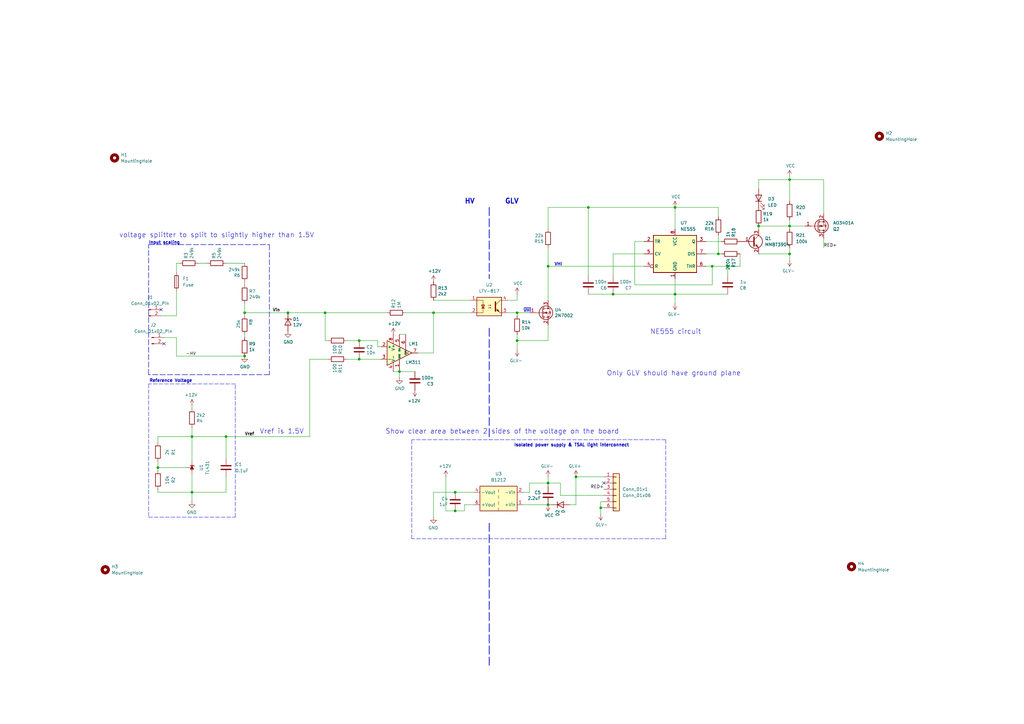
<source format=kicad_sch>
(kicad_sch
	(version 20231120)
	(generator "eeschema")
	(generator_version "8.0")
	(uuid "94e47eea-ee3d-40f5-84ad-e3510a82a1d2")
	(paper "A3")
	(title_block
		(title "TSAL")
		(date "2020-03-11")
		(rev "3.1")
		(company "NU Racing (UoN)")
		(comment 1 "Michael Ruppe")
		(comment 2 "github.com/michaelruppe/FSAE")
	)
	(lib_symbols
		(symbol "Comparator:LM311"
			(pin_names
				(offset 0.127)
			)
			(exclude_from_sim no)
			(in_bom yes)
			(on_board yes)
			(property "Reference" "U"
				(at 3.81 6.35 0)
				(effects
					(font
						(size 1.27 1.27)
					)
					(justify left)
				)
			)
			(property "Value" "LM311"
				(at 3.81 3.81 0)
				(effects
					(font
						(size 1.27 1.27)
					)
					(justify left)
				)
			)
			(property "Footprint" ""
				(at 0 0 0)
				(effects
					(font
						(size 1.27 1.27)
					)
					(hide yes)
				)
			)
			(property "Datasheet" "https://www.st.com/resource/en/datasheet/lm311.pdf"
				(at 0 0 0)
				(effects
					(font
						(size 1.27 1.27)
					)
					(hide yes)
				)
			)
			(property "Description" "Voltage Comparator, DIP-8/SOIC-8"
				(at 0 0 0)
				(effects
					(font
						(size 1.27 1.27)
					)
					(hide yes)
				)
			)
			(property "ki_keywords" "cmp open collector"
				(at 0 0 0)
				(effects
					(font
						(size 1.27 1.27)
					)
					(hide yes)
				)
			)
			(property "ki_fp_filters" "SOIC*3.9x4.9mm*P1.27mm* DIP*W7.62mm*"
				(at 0 0 0)
				(effects
					(font
						(size 1.27 1.27)
					)
					(hide yes)
				)
			)
			(symbol "LM311_0_1"
				(polyline
					(pts
						(xy 5.08 0) (xy -5.08 5.08) (xy -5.08 -5.08) (xy 5.08 0)
					)
					(stroke
						(width 0.254)
						(type default)
					)
					(fill
						(type background)
					)
				)
				(polyline
					(pts
						(xy 3.683 -0.381) (xy 3.302 -0.381) (xy 3.683 0) (xy 3.302 0.381) (xy 2.921 0) (xy 3.302 -0.381)
						(xy 2.921 -0.381)
					)
					(stroke
						(width 0.127)
						(type default)
					)
					(fill
						(type none)
					)
				)
			)
			(symbol "LM311_1_1"
				(pin passive line
					(at 0 -7.62 90)
					(length 5.08)
					(name "GND"
						(effects
							(font
								(size 0.635 0.635)
							)
						)
					)
					(number "1"
						(effects
							(font
								(size 1.27 1.27)
							)
						)
					)
				)
				(pin input line
					(at -7.62 2.54 0)
					(length 2.54)
					(name "+"
						(effects
							(font
								(size 1.27 1.27)
							)
						)
					)
					(number "2"
						(effects
							(font
								(size 1.27 1.27)
							)
						)
					)
				)
				(pin input line
					(at -7.62 -2.54 0)
					(length 2.54)
					(name "-"
						(effects
							(font
								(size 1.27 1.27)
							)
						)
					)
					(number "3"
						(effects
							(font
								(size 1.27 1.27)
							)
						)
					)
				)
				(pin power_in line
					(at -2.54 -7.62 90)
					(length 3.81)
					(name "V-"
						(effects
							(font
								(size 1.27 1.27)
							)
						)
					)
					(number "4"
						(effects
							(font
								(size 1.27 1.27)
							)
						)
					)
				)
				(pin input line
					(at 0 7.62 270)
					(length 5.08)
					(name "BAL"
						(effects
							(font
								(size 0.635 0.635)
							)
						)
					)
					(number "5"
						(effects
							(font
								(size 1.27 1.27)
							)
						)
					)
				)
				(pin input line
					(at 2.54 7.62 270)
					(length 6.35)
					(name "STRB"
						(effects
							(font
								(size 0.508 0.508)
							)
						)
					)
					(number "6"
						(effects
							(font
								(size 1.27 1.27)
							)
						)
					)
				)
				(pin open_collector line
					(at 7.62 0 180)
					(length 2.54)
					(name "~"
						(effects
							(font
								(size 1.27 1.27)
							)
						)
					)
					(number "7"
						(effects
							(font
								(size 1.27 1.27)
							)
						)
					)
				)
				(pin power_in line
					(at -2.54 7.62 270)
					(length 3.81)
					(name "V+"
						(effects
							(font
								(size 1.27 1.27)
							)
						)
					)
					(number "8"
						(effects
							(font
								(size 1.27 1.27)
							)
						)
					)
				)
			)
		)
		(symbol "Connector:Conn_01x02_Pin"
			(pin_names
				(offset 1.016) hide)
			(exclude_from_sim no)
			(in_bom yes)
			(on_board yes)
			(property "Reference" "J"
				(at 0 2.54 0)
				(effects
					(font
						(size 1.27 1.27)
					)
				)
			)
			(property "Value" "Conn_01x02_Pin"
				(at 0 -5.08 0)
				(effects
					(font
						(size 1.27 1.27)
					)
				)
			)
			(property "Footprint" ""
				(at 0 0 0)
				(effects
					(font
						(size 1.27 1.27)
					)
					(hide yes)
				)
			)
			(property "Datasheet" "~"
				(at 0 0 0)
				(effects
					(font
						(size 1.27 1.27)
					)
					(hide yes)
				)
			)
			(property "Description" "Generic connector, single row, 01x02, script generated"
				(at 0 0 0)
				(effects
					(font
						(size 1.27 1.27)
					)
					(hide yes)
				)
			)
			(property "ki_locked" ""
				(at 0 0 0)
				(effects
					(font
						(size 1.27 1.27)
					)
				)
			)
			(property "ki_keywords" "connector"
				(at 0 0 0)
				(effects
					(font
						(size 1.27 1.27)
					)
					(hide yes)
				)
			)
			(property "ki_fp_filters" "Connector*:*_1x??_*"
				(at 0 0 0)
				(effects
					(font
						(size 1.27 1.27)
					)
					(hide yes)
				)
			)
			(symbol "Conn_01x02_Pin_1_1"
				(polyline
					(pts
						(xy 1.27 -2.54) (xy 0.8636 -2.54)
					)
					(stroke
						(width 0.1524)
						(type default)
					)
					(fill
						(type none)
					)
				)
				(polyline
					(pts
						(xy 1.27 0) (xy 0.8636 0)
					)
					(stroke
						(width 0.1524)
						(type default)
					)
					(fill
						(type none)
					)
				)
				(rectangle
					(start 0.8636 -2.413)
					(end 0 -2.667)
					(stroke
						(width 0.1524)
						(type default)
					)
					(fill
						(type outline)
					)
				)
				(rectangle
					(start 0.8636 0.127)
					(end 0 -0.127)
					(stroke
						(width 0.1524)
						(type default)
					)
					(fill
						(type outline)
					)
				)
				(pin passive line
					(at 5.08 0 180)
					(length 3.81)
					(name "Pin_1"
						(effects
							(font
								(size 1.27 1.27)
							)
						)
					)
					(number "1"
						(effects
							(font
								(size 1.27 1.27)
							)
						)
					)
				)
				(pin passive line
					(at 5.08 -2.54 180)
					(length 3.81)
					(name "Pin_2"
						(effects
							(font
								(size 1.27 1.27)
							)
						)
					)
					(number "2"
						(effects
							(font
								(size 1.27 1.27)
							)
						)
					)
				)
			)
		)
		(symbol "Connector_Generic:Conn_01x06"
			(pin_names
				(offset 1.016) hide)
			(exclude_from_sim no)
			(in_bom yes)
			(on_board yes)
			(property "Reference" "J"
				(at 0 7.62 0)
				(effects
					(font
						(size 1.27 1.27)
					)
				)
			)
			(property "Value" "Conn_01x06"
				(at 0 -10.16 0)
				(effects
					(font
						(size 1.27 1.27)
					)
				)
			)
			(property "Footprint" ""
				(at 0 0 0)
				(effects
					(font
						(size 1.27 1.27)
					)
					(hide yes)
				)
			)
			(property "Datasheet" "~"
				(at 0 0 0)
				(effects
					(font
						(size 1.27 1.27)
					)
					(hide yes)
				)
			)
			(property "Description" "Generic connector, single row, 01x06, script generated (kicad-library-utils/schlib/autogen/connector/)"
				(at 0 0 0)
				(effects
					(font
						(size 1.27 1.27)
					)
					(hide yes)
				)
			)
			(property "ki_keywords" "connector"
				(at 0 0 0)
				(effects
					(font
						(size 1.27 1.27)
					)
					(hide yes)
				)
			)
			(property "ki_fp_filters" "Connector*:*_1x??_*"
				(at 0 0 0)
				(effects
					(font
						(size 1.27 1.27)
					)
					(hide yes)
				)
			)
			(symbol "Conn_01x06_1_1"
				(rectangle
					(start -1.27 -7.493)
					(end 0 -7.747)
					(stroke
						(width 0.1524)
						(type default)
					)
					(fill
						(type none)
					)
				)
				(rectangle
					(start -1.27 -4.953)
					(end 0 -5.207)
					(stroke
						(width 0.1524)
						(type default)
					)
					(fill
						(type none)
					)
				)
				(rectangle
					(start -1.27 -2.413)
					(end 0 -2.667)
					(stroke
						(width 0.1524)
						(type default)
					)
					(fill
						(type none)
					)
				)
				(rectangle
					(start -1.27 0.127)
					(end 0 -0.127)
					(stroke
						(width 0.1524)
						(type default)
					)
					(fill
						(type none)
					)
				)
				(rectangle
					(start -1.27 2.667)
					(end 0 2.413)
					(stroke
						(width 0.1524)
						(type default)
					)
					(fill
						(type none)
					)
				)
				(rectangle
					(start -1.27 5.207)
					(end 0 4.953)
					(stroke
						(width 0.1524)
						(type default)
					)
					(fill
						(type none)
					)
				)
				(rectangle
					(start -1.27 6.35)
					(end 1.27 -8.89)
					(stroke
						(width 0.254)
						(type default)
					)
					(fill
						(type background)
					)
				)
				(pin passive line
					(at -5.08 5.08 0)
					(length 3.81)
					(name "Pin_1"
						(effects
							(font
								(size 1.27 1.27)
							)
						)
					)
					(number "1"
						(effects
							(font
								(size 1.27 1.27)
							)
						)
					)
				)
				(pin passive line
					(at -5.08 2.54 0)
					(length 3.81)
					(name "Pin_2"
						(effects
							(font
								(size 1.27 1.27)
							)
						)
					)
					(number "2"
						(effects
							(font
								(size 1.27 1.27)
							)
						)
					)
				)
				(pin passive line
					(at -5.08 0 0)
					(length 3.81)
					(name "Pin_3"
						(effects
							(font
								(size 1.27 1.27)
							)
						)
					)
					(number "3"
						(effects
							(font
								(size 1.27 1.27)
							)
						)
					)
				)
				(pin passive line
					(at -5.08 -2.54 0)
					(length 3.81)
					(name "Pin_4"
						(effects
							(font
								(size 1.27 1.27)
							)
						)
					)
					(number "4"
						(effects
							(font
								(size 1.27 1.27)
							)
						)
					)
				)
				(pin passive line
					(at -5.08 -5.08 0)
					(length 3.81)
					(name "Pin_5"
						(effects
							(font
								(size 1.27 1.27)
							)
						)
					)
					(number "5"
						(effects
							(font
								(size 1.27 1.27)
							)
						)
					)
				)
				(pin passive line
					(at -5.08 -7.62 0)
					(length 3.81)
					(name "Pin_6"
						(effects
							(font
								(size 1.27 1.27)
							)
						)
					)
					(number "6"
						(effects
							(font
								(size 1.27 1.27)
							)
						)
					)
				)
			)
		)
		(symbol "Converter_DCDC:TBA2-1212"
			(exclude_from_sim no)
			(in_bom yes)
			(on_board yes)
			(property "Reference" "U"
				(at -6.35 6.35 0)
				(effects
					(font
						(size 1.27 1.27)
					)
				)
			)
			(property "Value" "TBA2-1212"
				(at 2.54 6.35 0)
				(effects
					(font
						(size 1.27 1.27)
					)
				)
			)
			(property "Footprint" "Converter_DCDC:Converter_DCDC_TRACO_TBA2-xxxx_Single_THT"
				(at 0 -8.89 0)
				(effects
					(font
						(size 1.27 1.27)
					)
					(hide yes)
				)
			)
			(property "Datasheet" "https://www.tracopower.com/products/tba2.pdf"
				(at 0 -6.35 0)
				(effects
					(font
						(size 1.27 1.27)
					)
					(hide yes)
				)
			)
			(property "Description" "2W DC/DC converter unregulated, 10.8-13.2V input, 12V fixed output voltage, 165mA output, 1.5kVDC isolation, SIP-7"
				(at 0 0 0)
				(effects
					(font
						(size 1.27 1.27)
					)
					(hide yes)
				)
			)
			(property "ki_keywords" "Traco isolated isolation dc-dc converter not-regulated non-regulated single 2W"
				(at 0 0 0)
				(effects
					(font
						(size 1.27 1.27)
					)
					(hide yes)
				)
			)
			(property "ki_fp_filters" "Converter*DCDC*TRACO*TBA2*Single*"
				(at 0 0 0)
				(effects
					(font
						(size 1.27 1.27)
					)
					(hide yes)
				)
			)
			(symbol "TBA2-1212_0_1"
				(rectangle
					(start -7.62 5.08)
					(end 7.62 -5.08)
					(stroke
						(width 0.254)
						(type default)
					)
					(fill
						(type background)
					)
				)
				(polyline
					(pts
						(xy 0 -2.54) (xy 0 -3.81)
					)
					(stroke
						(width 0)
						(type default)
					)
					(fill
						(type none)
					)
				)
				(polyline
					(pts
						(xy 0 0) (xy 0 -1.27)
					)
					(stroke
						(width 0)
						(type default)
					)
					(fill
						(type none)
					)
				)
				(polyline
					(pts
						(xy 0 2.54) (xy 0 1.27)
					)
					(stroke
						(width 0)
						(type default)
					)
					(fill
						(type none)
					)
				)
				(polyline
					(pts
						(xy 0 5.08) (xy 0 3.81)
					)
					(stroke
						(width 0)
						(type default)
					)
					(fill
						(type none)
					)
				)
			)
			(symbol "TBA2-1212_1_1"
				(pin power_in line
					(at -10.16 2.54 0)
					(length 2.54)
					(name "+Vin"
						(effects
							(font
								(size 1.27 1.27)
							)
						)
					)
					(number "1"
						(effects
							(font
								(size 1.27 1.27)
							)
						)
					)
				)
				(pin power_in line
					(at -10.16 -2.54 0)
					(length 2.54)
					(name "-Vin"
						(effects
							(font
								(size 1.27 1.27)
							)
						)
					)
					(number "2"
						(effects
							(font
								(size 1.27 1.27)
							)
						)
					)
				)
				(pin power_out line
					(at 10.16 -2.54 180)
					(length 2.54)
					(name "-Vout"
						(effects
							(font
								(size 1.27 1.27)
							)
						)
					)
					(number "4"
						(effects
							(font
								(size 1.27 1.27)
							)
						)
					)
				)
				(pin power_out line
					(at 10.16 2.54 180)
					(length 2.54)
					(name "+Vout"
						(effects
							(font
								(size 1.27 1.27)
							)
						)
					)
					(number "6"
						(effects
							(font
								(size 1.27 1.27)
							)
						)
					)
				)
			)
		)
		(symbol "Device:C"
			(pin_numbers hide)
			(pin_names
				(offset 0.254)
			)
			(exclude_from_sim no)
			(in_bom yes)
			(on_board yes)
			(property "Reference" "C"
				(at 0.635 2.54 0)
				(effects
					(font
						(size 1.27 1.27)
					)
					(justify left)
				)
			)
			(property "Value" "C"
				(at 0.635 -2.54 0)
				(effects
					(font
						(size 1.27 1.27)
					)
					(justify left)
				)
			)
			(property "Footprint" ""
				(at 0.9652 -3.81 0)
				(effects
					(font
						(size 1.27 1.27)
					)
					(hide yes)
				)
			)
			(property "Datasheet" "~"
				(at 0 0 0)
				(effects
					(font
						(size 1.27 1.27)
					)
					(hide yes)
				)
			)
			(property "Description" "Unpolarized capacitor"
				(at 0 0 0)
				(effects
					(font
						(size 1.27 1.27)
					)
					(hide yes)
				)
			)
			(property "ki_keywords" "cap capacitor"
				(at 0 0 0)
				(effects
					(font
						(size 1.27 1.27)
					)
					(hide yes)
				)
			)
			(property "ki_fp_filters" "C_*"
				(at 0 0 0)
				(effects
					(font
						(size 1.27 1.27)
					)
					(hide yes)
				)
			)
			(symbol "C_0_1"
				(polyline
					(pts
						(xy -2.032 -0.762) (xy 2.032 -0.762)
					)
					(stroke
						(width 0.508)
						(type default)
					)
					(fill
						(type none)
					)
				)
				(polyline
					(pts
						(xy -2.032 0.762) (xy 2.032 0.762)
					)
					(stroke
						(width 0.508)
						(type default)
					)
					(fill
						(type none)
					)
				)
			)
			(symbol "C_1_1"
				(pin passive line
					(at 0 3.81 270)
					(length 2.794)
					(name "~"
						(effects
							(font
								(size 1.27 1.27)
							)
						)
					)
					(number "1"
						(effects
							(font
								(size 1.27 1.27)
							)
						)
					)
				)
				(pin passive line
					(at 0 -3.81 90)
					(length 2.794)
					(name "~"
						(effects
							(font
								(size 1.27 1.27)
							)
						)
					)
					(number "2"
						(effects
							(font
								(size 1.27 1.27)
							)
						)
					)
				)
			)
		)
		(symbol "Device:D"
			(pin_numbers hide)
			(pin_names
				(offset 1.016) hide)
			(exclude_from_sim no)
			(in_bom yes)
			(on_board yes)
			(property "Reference" "D"
				(at 0 2.54 0)
				(effects
					(font
						(size 1.27 1.27)
					)
				)
			)
			(property "Value" "D"
				(at 0 -2.54 0)
				(effects
					(font
						(size 1.27 1.27)
					)
				)
			)
			(property "Footprint" ""
				(at 0 0 0)
				(effects
					(font
						(size 1.27 1.27)
					)
					(hide yes)
				)
			)
			(property "Datasheet" "~"
				(at 0 0 0)
				(effects
					(font
						(size 1.27 1.27)
					)
					(hide yes)
				)
			)
			(property "Description" "Diode"
				(at 0 0 0)
				(effects
					(font
						(size 1.27 1.27)
					)
					(hide yes)
				)
			)
			(property "Sim.Device" "D"
				(at 0 0 0)
				(effects
					(font
						(size 1.27 1.27)
					)
					(hide yes)
				)
			)
			(property "Sim.Pins" "1=K 2=A"
				(at 0 0 0)
				(effects
					(font
						(size 1.27 1.27)
					)
					(hide yes)
				)
			)
			(property "ki_keywords" "diode"
				(at 0 0 0)
				(effects
					(font
						(size 1.27 1.27)
					)
					(hide yes)
				)
			)
			(property "ki_fp_filters" "TO-???* *_Diode_* *SingleDiode* D_*"
				(at 0 0 0)
				(effects
					(font
						(size 1.27 1.27)
					)
					(hide yes)
				)
			)
			(symbol "D_0_1"
				(polyline
					(pts
						(xy -1.27 1.27) (xy -1.27 -1.27)
					)
					(stroke
						(width 0.254)
						(type default)
					)
					(fill
						(type none)
					)
				)
				(polyline
					(pts
						(xy 1.27 0) (xy -1.27 0)
					)
					(stroke
						(width 0)
						(type default)
					)
					(fill
						(type none)
					)
				)
				(polyline
					(pts
						(xy 1.27 1.27) (xy 1.27 -1.27) (xy -1.27 0) (xy 1.27 1.27)
					)
					(stroke
						(width 0.254)
						(type default)
					)
					(fill
						(type none)
					)
				)
			)
			(symbol "D_1_1"
				(pin passive line
					(at -3.81 0 0)
					(length 2.54)
					(name "K"
						(effects
							(font
								(size 1.27 1.27)
							)
						)
					)
					(number "1"
						(effects
							(font
								(size 1.27 1.27)
							)
						)
					)
				)
				(pin passive line
					(at 3.81 0 180)
					(length 2.54)
					(name "A"
						(effects
							(font
								(size 1.27 1.27)
							)
						)
					)
					(number "2"
						(effects
							(font
								(size 1.27 1.27)
							)
						)
					)
				)
			)
		)
		(symbol "Device:D_Zener"
			(pin_numbers hide)
			(pin_names
				(offset 1.016) hide)
			(exclude_from_sim no)
			(in_bom yes)
			(on_board yes)
			(property "Reference" "D"
				(at 0 2.54 0)
				(effects
					(font
						(size 1.27 1.27)
					)
				)
			)
			(property "Value" "D_Zener"
				(at 0 -2.54 0)
				(effects
					(font
						(size 1.27 1.27)
					)
				)
			)
			(property "Footprint" ""
				(at 0 0 0)
				(effects
					(font
						(size 1.27 1.27)
					)
					(hide yes)
				)
			)
			(property "Datasheet" "~"
				(at 0 0 0)
				(effects
					(font
						(size 1.27 1.27)
					)
					(hide yes)
				)
			)
			(property "Description" "Zener diode"
				(at 0 0 0)
				(effects
					(font
						(size 1.27 1.27)
					)
					(hide yes)
				)
			)
			(property "ki_keywords" "diode"
				(at 0 0 0)
				(effects
					(font
						(size 1.27 1.27)
					)
					(hide yes)
				)
			)
			(property "ki_fp_filters" "TO-???* *_Diode_* *SingleDiode* D_*"
				(at 0 0 0)
				(effects
					(font
						(size 1.27 1.27)
					)
					(hide yes)
				)
			)
			(symbol "D_Zener_0_1"
				(polyline
					(pts
						(xy 1.27 0) (xy -1.27 0)
					)
					(stroke
						(width 0)
						(type default)
					)
					(fill
						(type none)
					)
				)
				(polyline
					(pts
						(xy -1.27 -1.27) (xy -1.27 1.27) (xy -0.762 1.27)
					)
					(stroke
						(width 0.254)
						(type default)
					)
					(fill
						(type none)
					)
				)
				(polyline
					(pts
						(xy 1.27 -1.27) (xy 1.27 1.27) (xy -1.27 0) (xy 1.27 -1.27)
					)
					(stroke
						(width 0.254)
						(type default)
					)
					(fill
						(type none)
					)
				)
			)
			(symbol "D_Zener_1_1"
				(pin passive line
					(at -3.81 0 0)
					(length 2.54)
					(name "K"
						(effects
							(font
								(size 1.27 1.27)
							)
						)
					)
					(number "1"
						(effects
							(font
								(size 1.27 1.27)
							)
						)
					)
				)
				(pin passive line
					(at 3.81 0 180)
					(length 2.54)
					(name "A"
						(effects
							(font
								(size 1.27 1.27)
							)
						)
					)
					(number "2"
						(effects
							(font
								(size 1.27 1.27)
							)
						)
					)
				)
			)
		)
		(symbol "Device:Fuse"
			(pin_numbers hide)
			(pin_names
				(offset 0)
			)
			(exclude_from_sim no)
			(in_bom yes)
			(on_board yes)
			(property "Reference" "F"
				(at 2.032 0 90)
				(effects
					(font
						(size 1.27 1.27)
					)
				)
			)
			(property "Value" "Fuse"
				(at -1.905 0 90)
				(effects
					(font
						(size 1.27 1.27)
					)
				)
			)
			(property "Footprint" ""
				(at -1.778 0 90)
				(effects
					(font
						(size 1.27 1.27)
					)
					(hide yes)
				)
			)
			(property "Datasheet" "~"
				(at 0 0 0)
				(effects
					(font
						(size 1.27 1.27)
					)
					(hide yes)
				)
			)
			(property "Description" "Fuse"
				(at 0 0 0)
				(effects
					(font
						(size 1.27 1.27)
					)
					(hide yes)
				)
			)
			(property "ki_keywords" "fuse"
				(at 0 0 0)
				(effects
					(font
						(size 1.27 1.27)
					)
					(hide yes)
				)
			)
			(property "ki_fp_filters" "*Fuse*"
				(at 0 0 0)
				(effects
					(font
						(size 1.27 1.27)
					)
					(hide yes)
				)
			)
			(symbol "Fuse_0_1"
				(rectangle
					(start -0.762 -2.54)
					(end 0.762 2.54)
					(stroke
						(width 0.254)
						(type default)
					)
					(fill
						(type none)
					)
				)
				(polyline
					(pts
						(xy 0 2.54) (xy 0 -2.54)
					)
					(stroke
						(width 0)
						(type default)
					)
					(fill
						(type none)
					)
				)
			)
			(symbol "Fuse_1_1"
				(pin passive line
					(at 0 3.81 270)
					(length 1.27)
					(name "~"
						(effects
							(font
								(size 1.27 1.27)
							)
						)
					)
					(number "1"
						(effects
							(font
								(size 1.27 1.27)
							)
						)
					)
				)
				(pin passive line
					(at 0 -3.81 90)
					(length 1.27)
					(name "~"
						(effects
							(font
								(size 1.27 1.27)
							)
						)
					)
					(number "2"
						(effects
							(font
								(size 1.27 1.27)
							)
						)
					)
				)
			)
		)
		(symbol "Device:LED"
			(pin_numbers hide)
			(pin_names
				(offset 1.016) hide)
			(exclude_from_sim no)
			(in_bom yes)
			(on_board yes)
			(property "Reference" "D"
				(at 0 2.54 0)
				(effects
					(font
						(size 1.27 1.27)
					)
				)
			)
			(property "Value" "LED"
				(at 0 -2.54 0)
				(effects
					(font
						(size 1.27 1.27)
					)
				)
			)
			(property "Footprint" ""
				(at 0 0 0)
				(effects
					(font
						(size 1.27 1.27)
					)
					(hide yes)
				)
			)
			(property "Datasheet" "~"
				(at 0 0 0)
				(effects
					(font
						(size 1.27 1.27)
					)
					(hide yes)
				)
			)
			(property "Description" "Light emitting diode"
				(at 0 0 0)
				(effects
					(font
						(size 1.27 1.27)
					)
					(hide yes)
				)
			)
			(property "ki_keywords" "LED diode"
				(at 0 0 0)
				(effects
					(font
						(size 1.27 1.27)
					)
					(hide yes)
				)
			)
			(property "ki_fp_filters" "LED* LED_SMD:* LED_THT:*"
				(at 0 0 0)
				(effects
					(font
						(size 1.27 1.27)
					)
					(hide yes)
				)
			)
			(symbol "LED_0_1"
				(polyline
					(pts
						(xy -1.27 -1.27) (xy -1.27 1.27)
					)
					(stroke
						(width 0.254)
						(type default)
					)
					(fill
						(type none)
					)
				)
				(polyline
					(pts
						(xy -1.27 0) (xy 1.27 0)
					)
					(stroke
						(width 0)
						(type default)
					)
					(fill
						(type none)
					)
				)
				(polyline
					(pts
						(xy 1.27 -1.27) (xy 1.27 1.27) (xy -1.27 0) (xy 1.27 -1.27)
					)
					(stroke
						(width 0.254)
						(type default)
					)
					(fill
						(type none)
					)
				)
				(polyline
					(pts
						(xy -3.048 -0.762) (xy -4.572 -2.286) (xy -3.81 -2.286) (xy -4.572 -2.286) (xy -4.572 -1.524)
					)
					(stroke
						(width 0)
						(type default)
					)
					(fill
						(type none)
					)
				)
				(polyline
					(pts
						(xy -1.778 -0.762) (xy -3.302 -2.286) (xy -2.54 -2.286) (xy -3.302 -2.286) (xy -3.302 -1.524)
					)
					(stroke
						(width 0)
						(type default)
					)
					(fill
						(type none)
					)
				)
			)
			(symbol "LED_1_1"
				(pin passive line
					(at -3.81 0 0)
					(length 2.54)
					(name "K"
						(effects
							(font
								(size 1.27 1.27)
							)
						)
					)
					(number "1"
						(effects
							(font
								(size 1.27 1.27)
							)
						)
					)
				)
				(pin passive line
					(at 3.81 0 180)
					(length 2.54)
					(name "A"
						(effects
							(font
								(size 1.27 1.27)
							)
						)
					)
					(number "2"
						(effects
							(font
								(size 1.27 1.27)
							)
						)
					)
				)
			)
		)
		(symbol "Device:R"
			(pin_numbers hide)
			(pin_names
				(offset 0)
			)
			(exclude_from_sim no)
			(in_bom yes)
			(on_board yes)
			(property "Reference" "R"
				(at 2.032 0 90)
				(effects
					(font
						(size 1.27 1.27)
					)
				)
			)
			(property "Value" "R"
				(at 0 0 90)
				(effects
					(font
						(size 1.27 1.27)
					)
				)
			)
			(property "Footprint" ""
				(at -1.778 0 90)
				(effects
					(font
						(size 1.27 1.27)
					)
					(hide yes)
				)
			)
			(property "Datasheet" "~"
				(at 0 0 0)
				(effects
					(font
						(size 1.27 1.27)
					)
					(hide yes)
				)
			)
			(property "Description" "Resistor"
				(at 0 0 0)
				(effects
					(font
						(size 1.27 1.27)
					)
					(hide yes)
				)
			)
			(property "ki_keywords" "R res resistor"
				(at 0 0 0)
				(effects
					(font
						(size 1.27 1.27)
					)
					(hide yes)
				)
			)
			(property "ki_fp_filters" "R_*"
				(at 0 0 0)
				(effects
					(font
						(size 1.27 1.27)
					)
					(hide yes)
				)
			)
			(symbol "R_0_1"
				(rectangle
					(start -1.016 -2.54)
					(end 1.016 2.54)
					(stroke
						(width 0.254)
						(type default)
					)
					(fill
						(type none)
					)
				)
			)
			(symbol "R_1_1"
				(pin passive line
					(at 0 3.81 270)
					(length 1.27)
					(name "~"
						(effects
							(font
								(size 1.27 1.27)
							)
						)
					)
					(number "1"
						(effects
							(font
								(size 1.27 1.27)
							)
						)
					)
				)
				(pin passive line
					(at 0 -3.81 90)
					(length 1.27)
					(name "~"
						(effects
							(font
								(size 1.27 1.27)
							)
						)
					)
					(number "2"
						(effects
							(font
								(size 1.27 1.27)
							)
						)
					)
				)
			)
		)
		(symbol "Isolator:LTV-817"
			(pin_names
				(offset 1.016)
			)
			(exclude_from_sim no)
			(in_bom yes)
			(on_board yes)
			(property "Reference" "U"
				(at -5.08 5.08 0)
				(effects
					(font
						(size 1.27 1.27)
					)
					(justify left)
				)
			)
			(property "Value" "LTV-817"
				(at 0 5.08 0)
				(effects
					(font
						(size 1.27 1.27)
					)
					(justify left)
				)
			)
			(property "Footprint" "Package_DIP:DIP-4_W7.62mm"
				(at -5.08 -5.08 0)
				(effects
					(font
						(size 1.27 1.27)
						(italic yes)
					)
					(justify left)
					(hide yes)
				)
			)
			(property "Datasheet" "http://www.us.liteon.com/downloads/LTV-817-827-847.PDF"
				(at 0 -2.54 0)
				(effects
					(font
						(size 1.27 1.27)
					)
					(justify left)
					(hide yes)
				)
			)
			(property "Description" "DC Optocoupler, Vce 35V, CTR 50%, DIP-4"
				(at 0 0 0)
				(effects
					(font
						(size 1.27 1.27)
					)
					(hide yes)
				)
			)
			(property "ki_keywords" "NPN DC Optocoupler"
				(at 0 0 0)
				(effects
					(font
						(size 1.27 1.27)
					)
					(hide yes)
				)
			)
			(property "ki_fp_filters" "DIP*W7.62mm*"
				(at 0 0 0)
				(effects
					(font
						(size 1.27 1.27)
					)
					(hide yes)
				)
			)
			(symbol "LTV-817_0_1"
				(rectangle
					(start -5.08 3.81)
					(end 5.08 -3.81)
					(stroke
						(width 0.254)
						(type default)
					)
					(fill
						(type background)
					)
				)
				(polyline
					(pts
						(xy -3.175 -0.635) (xy -1.905 -0.635)
					)
					(stroke
						(width 0.254)
						(type default)
					)
					(fill
						(type none)
					)
				)
				(polyline
					(pts
						(xy 2.54 0.635) (xy 4.445 2.54)
					)
					(stroke
						(width 0)
						(type default)
					)
					(fill
						(type none)
					)
				)
				(polyline
					(pts
						(xy 4.445 -2.54) (xy 2.54 -0.635)
					)
					(stroke
						(width 0)
						(type default)
					)
					(fill
						(type outline)
					)
				)
				(polyline
					(pts
						(xy 4.445 -2.54) (xy 5.08 -2.54)
					)
					(stroke
						(width 0)
						(type default)
					)
					(fill
						(type none)
					)
				)
				(polyline
					(pts
						(xy 4.445 2.54) (xy 5.08 2.54)
					)
					(stroke
						(width 0)
						(type default)
					)
					(fill
						(type none)
					)
				)
				(polyline
					(pts
						(xy -5.08 2.54) (xy -2.54 2.54) (xy -2.54 -0.762)
					)
					(stroke
						(width 0)
						(type default)
					)
					(fill
						(type none)
					)
				)
				(polyline
					(pts
						(xy -2.54 -0.635) (xy -2.54 -2.54) (xy -5.08 -2.54)
					)
					(stroke
						(width 0)
						(type default)
					)
					(fill
						(type none)
					)
				)
				(polyline
					(pts
						(xy 2.54 1.905) (xy 2.54 -1.905) (xy 2.54 -1.905)
					)
					(stroke
						(width 0.508)
						(type default)
					)
					(fill
						(type none)
					)
				)
				(polyline
					(pts
						(xy -2.54 -0.635) (xy -3.175 0.635) (xy -1.905 0.635) (xy -2.54 -0.635)
					)
					(stroke
						(width 0.254)
						(type default)
					)
					(fill
						(type none)
					)
				)
				(polyline
					(pts
						(xy -0.508 -0.508) (xy 0.762 -0.508) (xy 0.381 -0.635) (xy 0.381 -0.381) (xy 0.762 -0.508)
					)
					(stroke
						(width 0)
						(type default)
					)
					(fill
						(type none)
					)
				)
				(polyline
					(pts
						(xy -0.508 0.508) (xy 0.762 0.508) (xy 0.381 0.381) (xy 0.381 0.635) (xy 0.762 0.508)
					)
					(stroke
						(width 0)
						(type default)
					)
					(fill
						(type none)
					)
				)
				(polyline
					(pts
						(xy 3.048 -1.651) (xy 3.556 -1.143) (xy 4.064 -2.159) (xy 3.048 -1.651) (xy 3.048 -1.651)
					)
					(stroke
						(width 0)
						(type default)
					)
					(fill
						(type outline)
					)
				)
			)
			(symbol "LTV-817_1_1"
				(pin passive line
					(at -7.62 2.54 0)
					(length 2.54)
					(name "~"
						(effects
							(font
								(size 1.27 1.27)
							)
						)
					)
					(number "1"
						(effects
							(font
								(size 1.27 1.27)
							)
						)
					)
				)
				(pin passive line
					(at -7.62 -2.54 0)
					(length 2.54)
					(name "~"
						(effects
							(font
								(size 1.27 1.27)
							)
						)
					)
					(number "2"
						(effects
							(font
								(size 1.27 1.27)
							)
						)
					)
				)
				(pin passive line
					(at 7.62 -2.54 180)
					(length 2.54)
					(name "~"
						(effects
							(font
								(size 1.27 1.27)
							)
						)
					)
					(number "3"
						(effects
							(font
								(size 1.27 1.27)
							)
						)
					)
				)
				(pin passive line
					(at 7.62 2.54 180)
					(length 2.54)
					(name "~"
						(effects
							(font
								(size 1.27 1.27)
							)
						)
					)
					(number "4"
						(effects
							(font
								(size 1.27 1.27)
							)
						)
					)
				)
			)
		)
		(symbol "Mechanical:MountingHole"
			(pin_names
				(offset 1.016)
			)
			(exclude_from_sim yes)
			(in_bom no)
			(on_board yes)
			(property "Reference" "H"
				(at 0 5.08 0)
				(effects
					(font
						(size 1.27 1.27)
					)
				)
			)
			(property "Value" "MountingHole"
				(at 0 3.175 0)
				(effects
					(font
						(size 1.27 1.27)
					)
				)
			)
			(property "Footprint" ""
				(at 0 0 0)
				(effects
					(font
						(size 1.27 1.27)
					)
					(hide yes)
				)
			)
			(property "Datasheet" "~"
				(at 0 0 0)
				(effects
					(font
						(size 1.27 1.27)
					)
					(hide yes)
				)
			)
			(property "Description" "Mounting Hole without connection"
				(at 0 0 0)
				(effects
					(font
						(size 1.27 1.27)
					)
					(hide yes)
				)
			)
			(property "ki_keywords" "mounting hole"
				(at 0 0 0)
				(effects
					(font
						(size 1.27 1.27)
					)
					(hide yes)
				)
			)
			(property "ki_fp_filters" "MountingHole*"
				(at 0 0 0)
				(effects
					(font
						(size 1.27 1.27)
					)
					(hide yes)
				)
			)
			(symbol "MountingHole_0_1"
				(circle
					(center 0 0)
					(radius 1.27)
					(stroke
						(width 1.27)
						(type default)
					)
					(fill
						(type none)
					)
				)
			)
		)
		(symbol "Reference_Voltage:TL431LP"
			(pin_numbers hide)
			(pin_names hide)
			(exclude_from_sim no)
			(in_bom yes)
			(on_board yes)
			(property "Reference" "U"
				(at -2.54 2.54 0)
				(effects
					(font
						(size 1.27 1.27)
					)
				)
			)
			(property "Value" "TL431LP"
				(at 0 -2.54 0)
				(effects
					(font
						(size 1.27 1.27)
					)
				)
			)
			(property "Footprint" "Package_TO_SOT_THT:TO-92_Inline"
				(at 0 -3.81 0)
				(effects
					(font
						(size 1.27 1.27)
						(italic yes)
					)
					(hide yes)
				)
			)
			(property "Datasheet" "http://www.ti.com/lit/ds/symlink/tl431.pdf"
				(at 0 0 0)
				(effects
					(font
						(size 1.27 1.27)
						(italic yes)
					)
					(hide yes)
				)
			)
			(property "Description" "Shunt Regulator, TO-92"
				(at 0 0 0)
				(effects
					(font
						(size 1.27 1.27)
					)
					(hide yes)
				)
			)
			(property "ki_keywords" "diode device regulator shunt"
				(at 0 0 0)
				(effects
					(font
						(size 1.27 1.27)
					)
					(hide yes)
				)
			)
			(property "ki_fp_filters" "TO*92*"
				(at 0 0 0)
				(effects
					(font
						(size 1.27 1.27)
					)
					(hide yes)
				)
			)
			(symbol "TL431LP_0_1"
				(polyline
					(pts
						(xy -1.27 0) (xy 0 0) (xy 1.27 0)
					)
					(stroke
						(width 0)
						(type default)
					)
					(fill
						(type none)
					)
				)
				(polyline
					(pts
						(xy -0.762 0.762) (xy 0.762 0) (xy -0.762 -0.762)
					)
					(stroke
						(width 0)
						(type default)
					)
					(fill
						(type outline)
					)
				)
				(polyline
					(pts
						(xy 0.508 -1.016) (xy 0.762 -0.762) (xy 0.762 0.762) (xy 0.762 0.762)
					)
					(stroke
						(width 0.254)
						(type default)
					)
					(fill
						(type none)
					)
				)
			)
			(symbol "TL431LP_1_1"
				(pin passive line
					(at 0 2.54 270)
					(length 2.54)
					(name "REF"
						(effects
							(font
								(size 1.27 1.27)
							)
						)
					)
					(number "1"
						(effects
							(font
								(size 1.27 1.27)
							)
						)
					)
				)
				(pin passive line
					(at -2.54 0 0)
					(length 2.54)
					(name "A"
						(effects
							(font
								(size 1.27 1.27)
							)
						)
					)
					(number "2"
						(effects
							(font
								(size 1.27 1.27)
							)
						)
					)
				)
				(pin passive line
					(at 2.54 0 180)
					(length 2.54)
					(name "K"
						(effects
							(font
								(size 1.27 1.27)
							)
						)
					)
					(number "3"
						(effects
							(font
								(size 1.27 1.27)
							)
						)
					)
				)
			)
		)
		(symbol "Timer:NE555D"
			(exclude_from_sim no)
			(in_bom yes)
			(on_board yes)
			(property "Reference" "U"
				(at -10.16 8.89 0)
				(effects
					(font
						(size 1.27 1.27)
					)
					(justify left)
				)
			)
			(property "Value" "NE555D"
				(at 2.54 8.89 0)
				(effects
					(font
						(size 1.27 1.27)
					)
					(justify left)
				)
			)
			(property "Footprint" "Package_SO:SOIC-8_3.9x4.9mm_P1.27mm"
				(at 21.59 -10.16 0)
				(effects
					(font
						(size 1.27 1.27)
					)
					(hide yes)
				)
			)
			(property "Datasheet" "http://www.ti.com/lit/ds/symlink/ne555.pdf"
				(at 21.59 -10.16 0)
				(effects
					(font
						(size 1.27 1.27)
					)
					(hide yes)
				)
			)
			(property "Description" "Precision Timers, 555 compatible, SOIC-8"
				(at 0 0 0)
				(effects
					(font
						(size 1.27 1.27)
					)
					(hide yes)
				)
			)
			(property "ki_keywords" "single timer 555"
				(at 0 0 0)
				(effects
					(font
						(size 1.27 1.27)
					)
					(hide yes)
				)
			)
			(property "ki_fp_filters" "SOIC*3.9x4.9mm*P1.27mm*"
				(at 0 0 0)
				(effects
					(font
						(size 1.27 1.27)
					)
					(hide yes)
				)
			)
			(symbol "NE555D_0_0"
				(pin power_in line
					(at 0 -10.16 90)
					(length 2.54)
					(name "GND"
						(effects
							(font
								(size 1.27 1.27)
							)
						)
					)
					(number "1"
						(effects
							(font
								(size 1.27 1.27)
							)
						)
					)
				)
				(pin power_in line
					(at 0 10.16 270)
					(length 2.54)
					(name "VCC"
						(effects
							(font
								(size 1.27 1.27)
							)
						)
					)
					(number "8"
						(effects
							(font
								(size 1.27 1.27)
							)
						)
					)
				)
			)
			(symbol "NE555D_0_1"
				(rectangle
					(start -8.89 -7.62)
					(end 8.89 7.62)
					(stroke
						(width 0.254)
						(type default)
					)
					(fill
						(type background)
					)
				)
				(rectangle
					(start -8.89 -7.62)
					(end 8.89 7.62)
					(stroke
						(width 0.254)
						(type default)
					)
					(fill
						(type background)
					)
				)
			)
			(symbol "NE555D_1_1"
				(pin input line
					(at -12.7 5.08 0)
					(length 3.81)
					(name "TR"
						(effects
							(font
								(size 1.27 1.27)
							)
						)
					)
					(number "2"
						(effects
							(font
								(size 1.27 1.27)
							)
						)
					)
				)
				(pin output line
					(at 12.7 5.08 180)
					(length 3.81)
					(name "Q"
						(effects
							(font
								(size 1.27 1.27)
							)
						)
					)
					(number "3"
						(effects
							(font
								(size 1.27 1.27)
							)
						)
					)
				)
				(pin input inverted
					(at -12.7 -5.08 0)
					(length 3.81)
					(name "R"
						(effects
							(font
								(size 1.27 1.27)
							)
						)
					)
					(number "4"
						(effects
							(font
								(size 1.27 1.27)
							)
						)
					)
				)
				(pin input line
					(at -12.7 0 0)
					(length 3.81)
					(name "CV"
						(effects
							(font
								(size 1.27 1.27)
							)
						)
					)
					(number "5"
						(effects
							(font
								(size 1.27 1.27)
							)
						)
					)
				)
				(pin input line
					(at 12.7 -5.08 180)
					(length 3.81)
					(name "THR"
						(effects
							(font
								(size 1.27 1.27)
							)
						)
					)
					(number "6"
						(effects
							(font
								(size 1.27 1.27)
							)
						)
					)
				)
				(pin input line
					(at 12.7 0 180)
					(length 3.81)
					(name "DIS"
						(effects
							(font
								(size 1.27 1.27)
							)
						)
					)
					(number "7"
						(effects
							(font
								(size 1.27 1.27)
							)
						)
					)
				)
			)
		)
		(symbol "Transistor_BJT:MMBT3904"
			(pin_names
				(offset 0) hide)
			(exclude_from_sim no)
			(in_bom yes)
			(on_board yes)
			(property "Reference" "Q"
				(at 5.08 1.905 0)
				(effects
					(font
						(size 1.27 1.27)
					)
					(justify left)
				)
			)
			(property "Value" "MMBT3904"
				(at 5.08 0 0)
				(effects
					(font
						(size 1.27 1.27)
					)
					(justify left)
				)
			)
			(property "Footprint" "Package_TO_SOT_SMD:SOT-23"
				(at 5.08 -1.905 0)
				(effects
					(font
						(size 1.27 1.27)
						(italic yes)
					)
					(justify left)
					(hide yes)
				)
			)
			(property "Datasheet" "https://www.onsemi.com/pdf/datasheet/pzt3904-d.pdf"
				(at 0 0 0)
				(effects
					(font
						(size 1.27 1.27)
					)
					(justify left)
					(hide yes)
				)
			)
			(property "Description" "0.2A Ic, 40V Vce, Small Signal NPN Transistor, SOT-23"
				(at 0 0 0)
				(effects
					(font
						(size 1.27 1.27)
					)
					(hide yes)
				)
			)
			(property "ki_keywords" "NPN Transistor"
				(at 0 0 0)
				(effects
					(font
						(size 1.27 1.27)
					)
					(hide yes)
				)
			)
			(property "ki_fp_filters" "SOT?23*"
				(at 0 0 0)
				(effects
					(font
						(size 1.27 1.27)
					)
					(hide yes)
				)
			)
			(symbol "MMBT3904_0_1"
				(polyline
					(pts
						(xy 0.635 0.635) (xy 2.54 2.54)
					)
					(stroke
						(width 0)
						(type default)
					)
					(fill
						(type none)
					)
				)
				(polyline
					(pts
						(xy 0.635 -0.635) (xy 2.54 -2.54) (xy 2.54 -2.54)
					)
					(stroke
						(width 0)
						(type default)
					)
					(fill
						(type none)
					)
				)
				(polyline
					(pts
						(xy 0.635 1.905) (xy 0.635 -1.905) (xy 0.635 -1.905)
					)
					(stroke
						(width 0.508)
						(type default)
					)
					(fill
						(type none)
					)
				)
				(polyline
					(pts
						(xy 1.27 -1.778) (xy 1.778 -1.27) (xy 2.286 -2.286) (xy 1.27 -1.778) (xy 1.27 -1.778)
					)
					(stroke
						(width 0)
						(type default)
					)
					(fill
						(type outline)
					)
				)
				(circle
					(center 1.27 0)
					(radius 2.8194)
					(stroke
						(width 0.254)
						(type default)
					)
					(fill
						(type none)
					)
				)
			)
			(symbol "MMBT3904_1_1"
				(pin input line
					(at -5.08 0 0)
					(length 5.715)
					(name "B"
						(effects
							(font
								(size 1.27 1.27)
							)
						)
					)
					(number "1"
						(effects
							(font
								(size 1.27 1.27)
							)
						)
					)
				)
				(pin passive line
					(at 2.54 -5.08 90)
					(length 2.54)
					(name "E"
						(effects
							(font
								(size 1.27 1.27)
							)
						)
					)
					(number "2"
						(effects
							(font
								(size 1.27 1.27)
							)
						)
					)
				)
				(pin passive line
					(at 2.54 5.08 270)
					(length 2.54)
					(name "C"
						(effects
							(font
								(size 1.27 1.27)
							)
						)
					)
					(number "3"
						(effects
							(font
								(size 1.27 1.27)
							)
						)
					)
				)
			)
		)
		(symbol "Transistor_FET:2N7002"
			(pin_names hide)
			(exclude_from_sim no)
			(in_bom yes)
			(on_board yes)
			(property "Reference" "Q"
				(at 5.08 1.905 0)
				(effects
					(font
						(size 1.27 1.27)
					)
					(justify left)
				)
			)
			(property "Value" "2N7002"
				(at 5.08 0 0)
				(effects
					(font
						(size 1.27 1.27)
					)
					(justify left)
				)
			)
			(property "Footprint" "Package_TO_SOT_SMD:SOT-23"
				(at 5.08 -1.905 0)
				(effects
					(font
						(size 1.27 1.27)
						(italic yes)
					)
					(justify left)
					(hide yes)
				)
			)
			(property "Datasheet" "https://www.onsemi.com/pub/Collateral/NDS7002A-D.PDF"
				(at 5.08 -3.81 0)
				(effects
					(font
						(size 1.27 1.27)
					)
					(justify left)
					(hide yes)
				)
			)
			(property "Description" "0.115A Id, 60V Vds, N-Channel MOSFET, SOT-23"
				(at 0 0 0)
				(effects
					(font
						(size 1.27 1.27)
					)
					(hide yes)
				)
			)
			(property "ki_keywords" "N-Channel Switching MOSFET"
				(at 0 0 0)
				(effects
					(font
						(size 1.27 1.27)
					)
					(hide yes)
				)
			)
			(property "ki_fp_filters" "SOT?23*"
				(at 0 0 0)
				(effects
					(font
						(size 1.27 1.27)
					)
					(hide yes)
				)
			)
			(symbol "2N7002_0_1"
				(polyline
					(pts
						(xy 0.254 0) (xy -2.54 0)
					)
					(stroke
						(width 0)
						(type default)
					)
					(fill
						(type none)
					)
				)
				(polyline
					(pts
						(xy 0.254 1.905) (xy 0.254 -1.905)
					)
					(stroke
						(width 0.254)
						(type default)
					)
					(fill
						(type none)
					)
				)
				(polyline
					(pts
						(xy 0.762 -1.27) (xy 0.762 -2.286)
					)
					(stroke
						(width 0.254)
						(type default)
					)
					(fill
						(type none)
					)
				)
				(polyline
					(pts
						(xy 0.762 0.508) (xy 0.762 -0.508)
					)
					(stroke
						(width 0.254)
						(type default)
					)
					(fill
						(type none)
					)
				)
				(polyline
					(pts
						(xy 0.762 2.286) (xy 0.762 1.27)
					)
					(stroke
						(width 0.254)
						(type default)
					)
					(fill
						(type none)
					)
				)
				(polyline
					(pts
						(xy 2.54 2.54) (xy 2.54 1.778)
					)
					(stroke
						(width 0)
						(type default)
					)
					(fill
						(type none)
					)
				)
				(polyline
					(pts
						(xy 2.54 -2.54) (xy 2.54 0) (xy 0.762 0)
					)
					(stroke
						(width 0)
						(type default)
					)
					(fill
						(type none)
					)
				)
				(polyline
					(pts
						(xy 0.762 -1.778) (xy 3.302 -1.778) (xy 3.302 1.778) (xy 0.762 1.778)
					)
					(stroke
						(width 0)
						(type default)
					)
					(fill
						(type none)
					)
				)
				(polyline
					(pts
						(xy 1.016 0) (xy 2.032 0.381) (xy 2.032 -0.381) (xy 1.016 0)
					)
					(stroke
						(width 0)
						(type default)
					)
					(fill
						(type outline)
					)
				)
				(polyline
					(pts
						(xy 2.794 0.508) (xy 2.921 0.381) (xy 3.683 0.381) (xy 3.81 0.254)
					)
					(stroke
						(width 0)
						(type default)
					)
					(fill
						(type none)
					)
				)
				(polyline
					(pts
						(xy 3.302 0.381) (xy 2.921 -0.254) (xy 3.683 -0.254) (xy 3.302 0.381)
					)
					(stroke
						(width 0)
						(type default)
					)
					(fill
						(type none)
					)
				)
				(circle
					(center 1.651 0)
					(radius 2.794)
					(stroke
						(width 0.254)
						(type default)
					)
					(fill
						(type none)
					)
				)
				(circle
					(center 2.54 -1.778)
					(radius 0.254)
					(stroke
						(width 0)
						(type default)
					)
					(fill
						(type outline)
					)
				)
				(circle
					(center 2.54 1.778)
					(radius 0.254)
					(stroke
						(width 0)
						(type default)
					)
					(fill
						(type outline)
					)
				)
			)
			(symbol "2N7002_1_1"
				(pin input line
					(at -5.08 0 0)
					(length 2.54)
					(name "G"
						(effects
							(font
								(size 1.27 1.27)
							)
						)
					)
					(number "1"
						(effects
							(font
								(size 1.27 1.27)
							)
						)
					)
				)
				(pin passive line
					(at 2.54 -5.08 90)
					(length 2.54)
					(name "S"
						(effects
							(font
								(size 1.27 1.27)
							)
						)
					)
					(number "2"
						(effects
							(font
								(size 1.27 1.27)
							)
						)
					)
				)
				(pin passive line
					(at 2.54 5.08 270)
					(length 2.54)
					(name "D"
						(effects
							(font
								(size 1.27 1.27)
							)
						)
					)
					(number "3"
						(effects
							(font
								(size 1.27 1.27)
							)
						)
					)
				)
			)
		)
		(symbol "Transistor_FET:AO3401A"
			(pin_names hide)
			(exclude_from_sim no)
			(in_bom yes)
			(on_board yes)
			(property "Reference" "Q"
				(at 5.08 1.905 0)
				(effects
					(font
						(size 1.27 1.27)
					)
					(justify left)
				)
			)
			(property "Value" "AO3401A"
				(at 5.08 0 0)
				(effects
					(font
						(size 1.27 1.27)
					)
					(justify left)
				)
			)
			(property "Footprint" "Package_TO_SOT_SMD:SOT-23"
				(at 5.08 -1.905 0)
				(effects
					(font
						(size 1.27 1.27)
						(italic yes)
					)
					(justify left)
					(hide yes)
				)
			)
			(property "Datasheet" "http://www.aosmd.com/pdfs/datasheet/AO3401A.pdf"
				(at 5.08 -3.81 0)
				(effects
					(font
						(size 1.27 1.27)
					)
					(justify left)
					(hide yes)
				)
			)
			(property "Description" "-4.0A Id, -30V Vds, P-Channel MOSFET, SOT-23"
				(at 0 0 0)
				(effects
					(font
						(size 1.27 1.27)
					)
					(hide yes)
				)
			)
			(property "ki_keywords" "P-Channel MOSFET"
				(at 0 0 0)
				(effects
					(font
						(size 1.27 1.27)
					)
					(hide yes)
				)
			)
			(property "ki_fp_filters" "SOT?23*"
				(at 0 0 0)
				(effects
					(font
						(size 1.27 1.27)
					)
					(hide yes)
				)
			)
			(symbol "AO3401A_0_1"
				(polyline
					(pts
						(xy 0.254 0) (xy -2.54 0)
					)
					(stroke
						(width 0)
						(type default)
					)
					(fill
						(type none)
					)
				)
				(polyline
					(pts
						(xy 0.254 1.905) (xy 0.254 -1.905)
					)
					(stroke
						(width 0.254)
						(type default)
					)
					(fill
						(type none)
					)
				)
				(polyline
					(pts
						(xy 0.762 -1.27) (xy 0.762 -2.286)
					)
					(stroke
						(width 0.254)
						(type default)
					)
					(fill
						(type none)
					)
				)
				(polyline
					(pts
						(xy 0.762 0.508) (xy 0.762 -0.508)
					)
					(stroke
						(width 0.254)
						(type default)
					)
					(fill
						(type none)
					)
				)
				(polyline
					(pts
						(xy 0.762 2.286) (xy 0.762 1.27)
					)
					(stroke
						(width 0.254)
						(type default)
					)
					(fill
						(type none)
					)
				)
				(polyline
					(pts
						(xy 2.54 2.54) (xy 2.54 1.778)
					)
					(stroke
						(width 0)
						(type default)
					)
					(fill
						(type none)
					)
				)
				(polyline
					(pts
						(xy 2.54 -2.54) (xy 2.54 0) (xy 0.762 0)
					)
					(stroke
						(width 0)
						(type default)
					)
					(fill
						(type none)
					)
				)
				(polyline
					(pts
						(xy 0.762 1.778) (xy 3.302 1.778) (xy 3.302 -1.778) (xy 0.762 -1.778)
					)
					(stroke
						(width 0)
						(type default)
					)
					(fill
						(type none)
					)
				)
				(polyline
					(pts
						(xy 2.286 0) (xy 1.27 0.381) (xy 1.27 -0.381) (xy 2.286 0)
					)
					(stroke
						(width 0)
						(type default)
					)
					(fill
						(type outline)
					)
				)
				(polyline
					(pts
						(xy 2.794 -0.508) (xy 2.921 -0.381) (xy 3.683 -0.381) (xy 3.81 -0.254)
					)
					(stroke
						(width 0)
						(type default)
					)
					(fill
						(type none)
					)
				)
				(polyline
					(pts
						(xy 3.302 -0.381) (xy 2.921 0.254) (xy 3.683 0.254) (xy 3.302 -0.381)
					)
					(stroke
						(width 0)
						(type default)
					)
					(fill
						(type none)
					)
				)
				(circle
					(center 1.651 0)
					(radius 2.794)
					(stroke
						(width 0.254)
						(type default)
					)
					(fill
						(type none)
					)
				)
				(circle
					(center 2.54 -1.778)
					(radius 0.254)
					(stroke
						(width 0)
						(type default)
					)
					(fill
						(type outline)
					)
				)
				(circle
					(center 2.54 1.778)
					(radius 0.254)
					(stroke
						(width 0)
						(type default)
					)
					(fill
						(type outline)
					)
				)
			)
			(symbol "AO3401A_1_1"
				(pin input line
					(at -5.08 0 0)
					(length 2.54)
					(name "G"
						(effects
							(font
								(size 1.27 1.27)
							)
						)
					)
					(number "1"
						(effects
							(font
								(size 1.27 1.27)
							)
						)
					)
				)
				(pin passive line
					(at 2.54 -5.08 90)
					(length 2.54)
					(name "S"
						(effects
							(font
								(size 1.27 1.27)
							)
						)
					)
					(number "2"
						(effects
							(font
								(size 1.27 1.27)
							)
						)
					)
				)
				(pin passive line
					(at 2.54 5.08 270)
					(length 2.54)
					(name "D"
						(effects
							(font
								(size 1.27 1.27)
							)
						)
					)
					(number "3"
						(effects
							(font
								(size 1.27 1.27)
							)
						)
					)
				)
			)
		)
		(symbol "power-symbol-library:GLV+"
			(power)
			(pin_names
				(offset 0)
			)
			(exclude_from_sim no)
			(in_bom yes)
			(on_board yes)
			(property "Reference" "#PWR"
				(at -3.81 -5.08 0)
				(effects
					(font
						(size 1.27 1.27)
					)
					(hide yes)
				)
			)
			(property "Value" "GLV+"
				(at 0 3.81 0)
				(effects
					(font
						(size 1.27 1.27)
					)
				)
			)
			(property "Footprint" ""
				(at 0 0 0)
				(effects
					(font
						(size 1.27 1.27)
					)
					(hide yes)
				)
			)
			(property "Datasheet" ""
				(at 0 0 0)
				(effects
					(font
						(size 1.27 1.27)
					)
					(hide yes)
				)
			)
			(property "Description" ""
				(at 0 0 0)
				(effects
					(font
						(size 1.27 1.27)
					)
					(hide yes)
				)
			)
			(symbol "GLV+_0_1"
				(polyline
					(pts
						(xy -0.762 1.27) (xy 0 2.54)
					)
					(stroke
						(width 0)
						(type solid)
					)
					(fill
						(type none)
					)
				)
				(polyline
					(pts
						(xy 0 0) (xy 0 2.54)
					)
					(stroke
						(width 0)
						(type solid)
					)
					(fill
						(type none)
					)
				)
				(polyline
					(pts
						(xy 0 2.54) (xy 0.762 1.27)
					)
					(stroke
						(width 0)
						(type solid)
					)
					(fill
						(type none)
					)
				)
			)
			(symbol "GLV+_1_1"
				(pin power_in line
					(at 0 0 90)
					(length 0) hide
					(name "GLV+"
						(effects
							(font
								(size 1.27 1.27)
							)
						)
					)
					(number "1"
						(effects
							(font
								(size 1.27 1.27)
							)
						)
					)
				)
			)
		)
		(symbol "power-symbol-library:GLV-"
			(power)
			(pin_names
				(offset 0)
			)
			(exclude_from_sim no)
			(in_bom yes)
			(on_board yes)
			(property "Reference" "#PWR"
				(at 0 -3.81 0)
				(effects
					(font
						(size 1.27 1.27)
					)
					(hide yes)
				)
			)
			(property "Value" "GLV-"
				(at 0 3.81 0)
				(effects
					(font
						(size 1.27 1.27)
					)
				)
			)
			(property "Footprint" ""
				(at 0 0 0)
				(effects
					(font
						(size 1.27 1.27)
					)
					(hide yes)
				)
			)
			(property "Datasheet" ""
				(at 0 0 0)
				(effects
					(font
						(size 1.27 1.27)
					)
					(hide yes)
				)
			)
			(property "Description" ""
				(at 0 0 0)
				(effects
					(font
						(size 1.27 1.27)
					)
					(hide yes)
				)
			)
			(symbol "GLV-_0_1"
				(polyline
					(pts
						(xy -0.762 1.27) (xy 0 2.54)
					)
					(stroke
						(width 0)
						(type solid)
					)
					(fill
						(type none)
					)
				)
				(polyline
					(pts
						(xy 0 0) (xy 0 2.54)
					)
					(stroke
						(width 0)
						(type solid)
					)
					(fill
						(type none)
					)
				)
				(polyline
					(pts
						(xy 0 2.54) (xy 0.762 1.27)
					)
					(stroke
						(width 0)
						(type solid)
					)
					(fill
						(type none)
					)
				)
			)
			(symbol "GLV-_1_1"
				(pin power_in line
					(at 0 0 90)
					(length 0) hide
					(name "GLV-"
						(effects
							(font
								(size 1.27 1.27)
							)
						)
					)
					(number "1"
						(effects
							(font
								(size 1.27 1.27)
							)
						)
					)
				)
			)
		)
		(symbol "power:+12V"
			(power)
			(pin_numbers hide)
			(pin_names
				(offset 0) hide)
			(exclude_from_sim no)
			(in_bom yes)
			(on_board yes)
			(property "Reference" "#PWR"
				(at 0 -3.81 0)
				(effects
					(font
						(size 1.27 1.27)
					)
					(hide yes)
				)
			)
			(property "Value" "+12V"
				(at 0 3.556 0)
				(effects
					(font
						(size 1.27 1.27)
					)
				)
			)
			(property "Footprint" ""
				(at 0 0 0)
				(effects
					(font
						(size 1.27 1.27)
					)
					(hide yes)
				)
			)
			(property "Datasheet" ""
				(at 0 0 0)
				(effects
					(font
						(size 1.27 1.27)
					)
					(hide yes)
				)
			)
			(property "Description" "Power symbol creates a global label with name \"+12V\""
				(at 0 0 0)
				(effects
					(font
						(size 1.27 1.27)
					)
					(hide yes)
				)
			)
			(property "ki_keywords" "global power"
				(at 0 0 0)
				(effects
					(font
						(size 1.27 1.27)
					)
					(hide yes)
				)
			)
			(symbol "+12V_0_1"
				(polyline
					(pts
						(xy -0.762 1.27) (xy 0 2.54)
					)
					(stroke
						(width 0)
						(type default)
					)
					(fill
						(type none)
					)
				)
				(polyline
					(pts
						(xy 0 0) (xy 0 2.54)
					)
					(stroke
						(width 0)
						(type default)
					)
					(fill
						(type none)
					)
				)
				(polyline
					(pts
						(xy 0 2.54) (xy 0.762 1.27)
					)
					(stroke
						(width 0)
						(type default)
					)
					(fill
						(type none)
					)
				)
			)
			(symbol "+12V_1_1"
				(pin power_in line
					(at 0 0 90)
					(length 0)
					(name "~"
						(effects
							(font
								(size 1.27 1.27)
							)
						)
					)
					(number "1"
						(effects
							(font
								(size 1.27 1.27)
							)
						)
					)
				)
			)
		)
		(symbol "power:GND"
			(power)
			(pin_numbers hide)
			(pin_names
				(offset 0) hide)
			(exclude_from_sim no)
			(in_bom yes)
			(on_board yes)
			(property "Reference" "#PWR"
				(at 0 -6.35 0)
				(effects
					(font
						(size 1.27 1.27)
					)
					(hide yes)
				)
			)
			(property "Value" "GND"
				(at 0 -3.81 0)
				(effects
					(font
						(size 1.27 1.27)
					)
				)
			)
			(property "Footprint" ""
				(at 0 0 0)
				(effects
					(font
						(size 1.27 1.27)
					)
					(hide yes)
				)
			)
			(property "Datasheet" ""
				(at 0 0 0)
				(effects
					(font
						(size 1.27 1.27)
					)
					(hide yes)
				)
			)
			(property "Description" "Power symbol creates a global label with name \"GND\" , ground"
				(at 0 0 0)
				(effects
					(font
						(size 1.27 1.27)
					)
					(hide yes)
				)
			)
			(property "ki_keywords" "global power"
				(at 0 0 0)
				(effects
					(font
						(size 1.27 1.27)
					)
					(hide yes)
				)
			)
			(symbol "GND_0_1"
				(polyline
					(pts
						(xy 0 0) (xy 0 -1.27) (xy 1.27 -1.27) (xy 0 -2.54) (xy -1.27 -1.27) (xy 0 -1.27)
					)
					(stroke
						(width 0)
						(type default)
					)
					(fill
						(type none)
					)
				)
			)
			(symbol "GND_1_1"
				(pin power_in line
					(at 0 0 270)
					(length 0)
					(name "~"
						(effects
							(font
								(size 1.27 1.27)
							)
						)
					)
					(number "1"
						(effects
							(font
								(size 1.27 1.27)
							)
						)
					)
				)
			)
		)
		(symbol "power:VCC"
			(power)
			(pin_numbers hide)
			(pin_names
				(offset 0) hide)
			(exclude_from_sim no)
			(in_bom yes)
			(on_board yes)
			(property "Reference" "#PWR"
				(at 0 -3.81 0)
				(effects
					(font
						(size 1.27 1.27)
					)
					(hide yes)
				)
			)
			(property "Value" "VCC"
				(at 0 3.556 0)
				(effects
					(font
						(size 1.27 1.27)
					)
				)
			)
			(property "Footprint" ""
				(at 0 0 0)
				(effects
					(font
						(size 1.27 1.27)
					)
					(hide yes)
				)
			)
			(property "Datasheet" ""
				(at 0 0 0)
				(effects
					(font
						(size 1.27 1.27)
					)
					(hide yes)
				)
			)
			(property "Description" "Power symbol creates a global label with name \"VCC\""
				(at 0 0 0)
				(effects
					(font
						(size 1.27 1.27)
					)
					(hide yes)
				)
			)
			(property "ki_keywords" "global power"
				(at 0 0 0)
				(effects
					(font
						(size 1.27 1.27)
					)
					(hide yes)
				)
			)
			(symbol "VCC_0_1"
				(polyline
					(pts
						(xy -0.762 1.27) (xy 0 2.54)
					)
					(stroke
						(width 0)
						(type default)
					)
					(fill
						(type none)
					)
				)
				(polyline
					(pts
						(xy 0 0) (xy 0 2.54)
					)
					(stroke
						(width 0)
						(type default)
					)
					(fill
						(type none)
					)
				)
				(polyline
					(pts
						(xy 0 2.54) (xy 0.762 1.27)
					)
					(stroke
						(width 0)
						(type default)
					)
					(fill
						(type none)
					)
				)
			)
			(symbol "VCC_1_1"
				(pin power_in line
					(at 0 0 90)
					(length 0)
					(name "~"
						(effects
							(font
								(size 1.27 1.27)
							)
						)
					)
					(number "1"
						(effects
							(font
								(size 1.27 1.27)
							)
						)
					)
				)
			)
		)
	)
	(junction
		(at 163.83 152.4)
		(diameter 0)
		(color 0 0 0 0)
		(uuid "1434e159-f4b1-4e41-a8b7-ccdd12c765f5")
	)
	(junction
		(at 323.85 92.71)
		(diameter 0)
		(color 0 0 0 0)
		(uuid "16329701-bfa5-496b-ab47-ce29f0c408f9")
	)
	(junction
		(at 92.71 179.07)
		(diameter 0)
		(color 0 0 0 0)
		(uuid "18f6f8a1-b333-4818-8ee8-b38a5631b8f8")
	)
	(junction
		(at 224.79 207.01)
		(diameter 0)
		(color 0 0 0 0)
		(uuid "1b9ce522-26c0-4974-bed5-b20263bd4888")
	)
	(junction
		(at 241.3 85.09)
		(diameter 0)
		(color 0 0 0 0)
		(uuid "1fd5828f-dfd9-4c91-84b2-4b7b85926def")
	)
	(junction
		(at 311.15 92.71)
		(diameter 0)
		(color 0 0 0 0)
		(uuid "2057c01a-1fac-43c9-819b-370deb8f31cf")
	)
	(junction
		(at 147.32 147.32)
		(diameter 0)
		(color 0 0 0 0)
		(uuid "2dee1dec-6099-4785-a999-126674abbcc5")
	)
	(junction
		(at 100.33 128.27)
		(diameter 0)
		(color 0 0 0 0)
		(uuid "30cc0d97-3114-4bdb-92d5-c48273220393")
	)
	(junction
		(at 212.09 128.27)
		(diameter 0)
		(color 0 0 0 0)
		(uuid "3bb7f637-e6bc-4463-9e53-5b19fabc6db8")
	)
	(junction
		(at 186.69 201.93)
		(diameter 0)
		(color 0 0 0 0)
		(uuid "4d60586a-b50b-463b-8634-1ab0b9547210")
	)
	(junction
		(at 177.8 128.27)
		(diameter 0)
		(color 0 0 0 0)
		(uuid "4dd3269d-4bd8-46c9-b640-4b05d8211009")
	)
	(junction
		(at 78.74 179.07)
		(diameter 0)
		(color 0 0 0 0)
		(uuid "529585dd-83b2-4269-9633-b739dd847e71")
	)
	(junction
		(at 212.09 139.7)
		(diameter 0)
		(color 0 0 0 0)
		(uuid "59a84a36-cffd-4562-937c-b5f83c56f153")
	)
	(junction
		(at 133.35 128.27)
		(diameter 0)
		(color 0 0 0 0)
		(uuid "5c4b51de-c0be-4341-ac10-b7ebf6043ff6")
	)
	(junction
		(at 323.85 104.14)
		(diameter 0)
		(color 0 0 0 0)
		(uuid "5e7bc0a0-bae7-47ce-a14f-74569c6c5322")
	)
	(junction
		(at 100.33 146.05)
		(diameter 0)
		(color 0 0 0 0)
		(uuid "6dc7b63a-8957-46b9-ad4b-905d919aa418")
	)
	(junction
		(at 64.77 191.77)
		(diameter 0)
		(color 0 0 0 0)
		(uuid "8dc90b11-8bc1-4d72-ae54-9daad55b6fe4")
	)
	(junction
		(at 323.85 73.66)
		(diameter 0)
		(color 0 0 0 0)
		(uuid "933187af-c63b-4cf2-839d-2e4cd34edbd6")
	)
	(junction
		(at 186.69 209.55)
		(diameter 0)
		(color 0 0 0 0)
		(uuid "97c1b725-b908-4a6e-a4c3-c3d0baafa862")
	)
	(junction
		(at 118.11 128.27)
		(diameter 0)
		(color 0 0 0 0)
		(uuid "9ba7fc7f-5515-4723-9a87-db30b91183ff")
	)
	(junction
		(at 276.86 120.65)
		(diameter 0)
		(color 0 0 0 0)
		(uuid "9cf6f62b-d5f9-4588-959e-bbdd90e31fec")
	)
	(junction
		(at 294.64 104.14)
		(diameter 0)
		(color 0 0 0 0)
		(uuid "a074aabc-6239-469b-a7d1-04cc98979182")
	)
	(junction
		(at 224.79 198.12)
		(diameter 0)
		(color 0 0 0 0)
		(uuid "c9312611-ea87-464b-ace6-612dabe0bae4")
	)
	(junction
		(at 147.32 139.7)
		(diameter 0)
		(color 0 0 0 0)
		(uuid "cdfed426-eba0-4290-8c57-130aea0591a7")
	)
	(junction
		(at 236.22 195.58)
		(diameter 0)
		(color 0 0 0 0)
		(uuid "d31f29ae-25f4-4b73-bccc-38d365452145")
	)
	(junction
		(at 224.79 109.22)
		(diameter 0)
		(color 0 0 0 0)
		(uuid "d6e0a96b-c06a-40c1-a2a9-032c7b709fac")
	)
	(junction
		(at 276.86 85.09)
		(diameter 0)
		(color 0 0 0 0)
		(uuid "d85f016c-a21f-42c8-8214-e0b2086ee821")
	)
	(junction
		(at 298.45 109.22)
		(diameter 0)
		(color 0 0 0 0)
		(uuid "dab7315f-2d78-4750-a763-9a40794e6cbb")
	)
	(junction
		(at 292.1 109.22)
		(diameter 0)
		(color 0 0 0 0)
		(uuid "e46d95ee-07ed-4c88-ad60-3c2bb7c436cb")
	)
	(junction
		(at 246.38 208.28)
		(diameter 0)
		(color 0 0 0 0)
		(uuid "eafe0678-6be5-431a-9f96-5e69f357f21d")
	)
	(junction
		(at 78.74 201.93)
		(diameter 0)
		(color 0 0 0 0)
		(uuid "fb56b692-01ed-4226-8c30-524941393589")
	)
	(junction
		(at 251.46 120.65)
		(diameter 0)
		(color 0 0 0 0)
		(uuid "fb9c7c6c-c8b2-4c1e-a260-27b4ef984cb6")
	)
	(no_connect
		(at 247.65 198.12)
		(uuid "8e28c885-b781-4eda-8d73-665fa80409c1")
	)
	(no_connect
		(at 66.04 127)
		(uuid "a407165b-5342-4f3d-a08d-6fafb318b493")
	)
	(no_connect
		(at 67.31 140.97)
		(uuid "cf4f68a6-33af-45e6-aa60-1f125d47194e")
	)
	(wire
		(pts
			(xy 92.71 201.93) (xy 78.74 201.93)
		)
		(stroke
			(width 0)
			(type default)
		)
		(uuid "009d2034-43ca-44e6-8bcf-79f042cedc11")
	)
	(polyline
		(pts
			(xy 110.49 153.67) (xy 60.96 153.67)
		)
		(stroke
			(width 0.2032)
			(type dash)
		)
		(uuid "01d591c8-e64c-4e76-97b8-d3a0032aad5e")
	)
	(polyline
		(pts
			(xy 273.05 220.98) (xy 168.91 220.98)
		)
		(stroke
			(width 0)
			(type dash)
		)
		(uuid "01f5dddf-f17f-4fa4-a28b-3f1e8c5174aa")
	)
	(wire
		(pts
			(xy 212.09 139.7) (xy 212.09 137.16)
		)
		(stroke
			(width 0)
			(type default)
		)
		(uuid "0636424f-39e1-4d59-87e6-cdc796ecd5d5")
	)
	(wire
		(pts
			(xy 260.35 116.84) (xy 292.1 116.84)
		)
		(stroke
			(width 0)
			(type default)
		)
		(uuid "08b6efa8-6060-45d3-b085-e9de5b8f4e53")
	)
	(wire
		(pts
			(xy 294.64 104.14) (xy 295.91 104.14)
		)
		(stroke
			(width 0)
			(type default)
		)
		(uuid "0c6fb3d3-0c9e-4163-a530-31632afc0484")
	)
	(wire
		(pts
			(xy 323.85 73.66) (xy 337.82 73.66)
		)
		(stroke
			(width 0)
			(type default)
		)
		(uuid "0e8aa500-7e2d-49f5-a3b1-507e2c262f7d")
	)
	(wire
		(pts
			(xy 190.5 207.01) (xy 194.31 207.01)
		)
		(stroke
			(width 0)
			(type default)
		)
		(uuid "0f516f46-2036-4c23-a6df-4dee89e45ba3")
	)
	(wire
		(pts
			(xy 156.21 142.24) (xy 154.94 142.24)
		)
		(stroke
			(width 0)
			(type default)
		)
		(uuid "0fd0ab8a-f0a7-4acc-be84-ddd2d81d6d1e")
	)
	(wire
		(pts
			(xy 134.62 147.32) (xy 127 147.32)
		)
		(stroke
			(width 0)
			(type default)
		)
		(uuid "1073968e-f47d-4ddc-9f2d-722963aa92fc")
	)
	(wire
		(pts
			(xy 311.15 73.66) (xy 323.85 73.66)
		)
		(stroke
			(width 0)
			(type default)
		)
		(uuid "1093faf9-4ad0-4fd7-bea4-85145e1f17ef")
	)
	(polyline
		(pts
			(xy 96.52 157.48) (xy 60.96 157.48)
		)
		(stroke
			(width 0)
			(type dash)
		)
		(uuid "1098f4d3-4a21-4afc-a048-b6dcd9a7f107")
	)
	(wire
		(pts
			(xy 224.79 109.22) (xy 264.16 109.22)
		)
		(stroke
			(width 0)
			(type default)
		)
		(uuid "10e1d4bd-eaa8-44e1-ba13-0b693c89624e")
	)
	(wire
		(pts
			(xy 100.33 129.54) (xy 100.33 128.27)
		)
		(stroke
			(width 0)
			(type default)
		)
		(uuid "11000036-36f9-4486-8c65-bc5672213a27")
	)
	(wire
		(pts
			(xy 276.86 85.09) (xy 276.86 93.98)
		)
		(stroke
			(width 0)
			(type default)
		)
		(uuid "153e006a-62ae-411e-b17a-3b5a9b1268d7")
	)
	(wire
		(pts
			(xy 64.77 191.77) (xy 64.77 193.04)
		)
		(stroke
			(width 0)
			(type default)
		)
		(uuid "18a6bb0a-f2cf-4f78-b2d0-34acea4b0110")
	)
	(wire
		(pts
			(xy 323.85 106.68) (xy 323.85 104.14)
		)
		(stroke
			(width 0)
			(type default)
		)
		(uuid "19143e98-8875-45fb-95b5-f9ef20d92833")
	)
	(wire
		(pts
			(xy 72.39 111.76) (xy 72.39 107.95)
		)
		(stroke
			(width 0)
			(type default)
		)
		(uuid "1a749023-2db2-4bec-a219-337c8a5afd22")
	)
	(wire
		(pts
			(xy 177.8 212.09) (xy 177.8 201.93)
		)
		(stroke
			(width 0)
			(type default)
		)
		(uuid "1e26d09c-5ce8-4f29-bd46-eb92ed753377")
	)
	(wire
		(pts
			(xy 311.15 92.71) (xy 323.85 92.71)
		)
		(stroke
			(width 0)
			(type default)
		)
		(uuid "1f786971-97ea-4d8e-bc2f-f76cabfb3600")
	)
	(wire
		(pts
			(xy 92.71 107.95) (xy 100.33 107.95)
		)
		(stroke
			(width 0)
			(type default)
		)
		(uuid "2175717b-a3bd-4cd4-89d1-38a99686f48a")
	)
	(wire
		(pts
			(xy 323.85 73.66) (xy 323.85 82.55)
		)
		(stroke
			(width 0)
			(type default)
		)
		(uuid "220f6522-e692-40f1-9a6b-5cb72c7d1452")
	)
	(polyline
		(pts
			(xy 200.66 85.09) (xy 200.66 114.3)
		)
		(stroke
			(width 0.3048)
			(type dash)
		)
		(uuid "26fda26d-2b13-4e0d-8924-a44a0f4c2c49")
	)
	(polyline
		(pts
			(xy 110.49 100.33) (xy 110.49 153.67)
		)
		(stroke
			(width 0.2032)
			(type dash)
		)
		(uuid "2b6cb420-916a-4890-b262-1790959af189")
	)
	(wire
		(pts
			(xy 212.09 123.19) (xy 212.09 120.65)
		)
		(stroke
			(width 0)
			(type default)
		)
		(uuid "2b8565e3-23f1-4417-8136-9a6a47de7766")
	)
	(wire
		(pts
			(xy 224.79 85.09) (xy 241.3 85.09)
		)
		(stroke
			(width 0)
			(type default)
		)
		(uuid "2bc13142-d803-42de-acc2-776648dc2ea6")
	)
	(wire
		(pts
			(xy 323.85 101.6) (xy 323.85 104.14)
		)
		(stroke
			(width 0)
			(type default)
		)
		(uuid "2e88da5f-05df-486e-8e1a-5ee6dd45509b")
	)
	(polyline
		(pts
			(xy 60.96 100.33) (xy 110.49 100.33)
		)
		(stroke
			(width 0.2032)
			(type dash)
		)
		(uuid "2ec349f2-b0c3-4fde-bad7-936eaba00660")
	)
	(wire
		(pts
			(xy 323.85 92.71) (xy 323.85 93.98)
		)
		(stroke
			(width 0)
			(type default)
		)
		(uuid "2f882d5a-6e42-40fc-a021-a9fda8fe0834")
	)
	(wire
		(pts
			(xy 323.85 72.39) (xy 323.85 73.66)
		)
		(stroke
			(width 0)
			(type default)
		)
		(uuid "39f67f17-f373-46c0-8e0c-781efadc4d9c")
	)
	(wire
		(pts
			(xy 64.77 201.93) (xy 64.77 200.66)
		)
		(stroke
			(width 0)
			(type default)
		)
		(uuid "3a4b41a6-c28a-45b2-a886-99d0203a6b5a")
	)
	(wire
		(pts
			(xy 100.33 137.16) (xy 100.33 138.43)
		)
		(stroke
			(width 0)
			(type default)
		)
		(uuid "3b31d277-87ba-46ce-9392-deeb42c36e02")
	)
	(wire
		(pts
			(xy 337.82 73.66) (xy 337.82 87.63)
		)
		(stroke
			(width 0)
			(type default)
		)
		(uuid "3b65bdcd-5fc3-4093-94a4-6a3ed2042931")
	)
	(wire
		(pts
			(xy 78.74 201.93) (xy 78.74 205.74)
		)
		(stroke
			(width 0)
			(type default)
		)
		(uuid "3f6c3bc1-50ba-41f9-bf65-4a6382e82e2b")
	)
	(wire
		(pts
			(xy 64.77 189.23) (xy 64.77 191.77)
		)
		(stroke
			(width 0)
			(type default)
		)
		(uuid "4087e902-585d-45c1-a934-931ab4561a15")
	)
	(polyline
		(pts
			(xy 60.96 153.67) (xy 60.96 100.33)
		)
		(stroke
			(width 0.2032)
			(type dash)
		)
		(uuid "40e6440b-a22b-443b-81c4-6cf5361b8fed")
	)
	(wire
		(pts
			(xy 177.8 144.78) (xy 177.8 128.27)
		)
		(stroke
			(width 0)
			(type default)
		)
		(uuid "415fea22-15bb-4ecb-8039-71353aa30e36")
	)
	(wire
		(pts
			(xy 212.09 128.27) (xy 212.09 129.54)
		)
		(stroke
			(width 0)
			(type default)
		)
		(uuid "4a46243b-a342-43f8-ab21-077ee909cb7d")
	)
	(wire
		(pts
			(xy 241.3 85.09) (xy 276.86 85.09)
		)
		(stroke
			(width 0)
			(type default)
		)
		(uuid "4a793a92-2eb7-45d2-b113-a57fad20cf82")
	)
	(wire
		(pts
			(xy 72.39 107.95) (xy 73.66 107.95)
		)
		(stroke
			(width 0)
			(type default)
		)
		(uuid "4ad4335d-19cb-4d82-b55f-b270538fcb06")
	)
	(wire
		(pts
			(xy 224.79 109.22) (xy 224.79 101.6)
		)
		(stroke
			(width 0)
			(type default)
		)
		(uuid "4bb16e65-bb0b-4644-b9ba-8791974296b3")
	)
	(wire
		(pts
			(xy 236.22 195.58) (xy 247.65 195.58)
		)
		(stroke
			(width 0)
			(type default)
		)
		(uuid "4c5a7974-6f10-463a-90bd-97f72422a2af")
	)
	(wire
		(pts
			(xy 92.71 179.07) (xy 127 179.07)
		)
		(stroke
			(width 0)
			(type default)
		)
		(uuid "4da144bf-54a5-482b-ace2-da42f003d501")
	)
	(polyline
		(pts
			(xy 200.66 134.62) (xy 200.66 180.34)
		)
		(stroke
			(width 0.3048)
			(type dash)
		)
		(uuid "4e85cbd8-e488-489f-8db3-a61b7fd7a749")
	)
	(wire
		(pts
			(xy 264.16 99.06) (xy 260.35 99.06)
		)
		(stroke
			(width 0)
			(type default)
		)
		(uuid "526ea72a-d6df-4f05-8751-1bdcf535903a")
	)
	(wire
		(pts
			(xy 166.37 137.16) (xy 163.83 137.16)
		)
		(stroke
			(width 0)
			(type default)
		)
		(uuid "52f8ebf6-8737-4ef3-91fb-4974d7713909")
	)
	(wire
		(pts
			(xy 247.65 203.2) (xy 229.87 203.2)
		)
		(stroke
			(width 0)
			(type default)
		)
		(uuid "54649b90-b6a9-4d2a-8608-a1a631e26550")
	)
	(polyline
		(pts
			(xy 168.91 220.98) (xy 168.91 180.34)
		)
		(stroke
			(width 0)
			(type dash)
		)
		(uuid "54af6265-1eaf-4813-afc0-f67e36a175d9")
	)
	(polyline
		(pts
			(xy 273.05 180.34) (xy 168.91 180.34)
		)
		(stroke
			(width 0)
			(type dash)
		)
		(uuid "5619f35a-3800-4426-ae76-aff3d8dd6e87")
	)
	(wire
		(pts
			(xy 289.56 104.14) (xy 294.64 104.14)
		)
		(stroke
			(width 0)
			(type default)
		)
		(uuid "572f95e4-a420-424a-9372-b1d8b70c23ce")
	)
	(wire
		(pts
			(xy 100.33 124.46) (xy 100.33 128.27)
		)
		(stroke
			(width 0)
			(type default)
		)
		(uuid "58a4674e-e380-4f9e-9575-f79c794db014")
	)
	(wire
		(pts
			(xy 323.85 90.17) (xy 323.85 92.71)
		)
		(stroke
			(width 0)
			(type default)
		)
		(uuid "58ec9cfc-2ea1-43c9-a3d5-3368f30e7ca6")
	)
	(wire
		(pts
			(xy 78.74 167.64) (xy 78.74 166.37)
		)
		(stroke
			(width 0)
			(type default)
		)
		(uuid "59bdf231-0897-4061-922f-791ae102261b")
	)
	(polyline
		(pts
			(xy 60.96 212.09) (xy 96.52 212.09)
		)
		(stroke
			(width 0)
			(type dash)
		)
		(uuid "5b3b6f91-319f-43cd-97cb-52d721c26b19")
	)
	(wire
		(pts
			(xy 224.79 93.98) (xy 224.79 85.09)
		)
		(stroke
			(width 0)
			(type default)
		)
		(uuid "5e5be0ef-aee0-45aa-ae7b-5d86c4677cc0")
	)
	(wire
		(pts
			(xy 177.8 144.78) (xy 171.45 144.78)
		)
		(stroke
			(width 0)
			(type default)
		)
		(uuid "622ab646-4346-44e6-aae0-7cfdd70e0a9a")
	)
	(wire
		(pts
			(xy 81.28 107.95) (xy 85.09 107.95)
		)
		(stroke
			(width 0)
			(type default)
		)
		(uuid "62c462b1-deb3-4d6b-b9f6-4587de57a7ba")
	)
	(wire
		(pts
			(xy 241.3 113.03) (xy 241.3 85.09)
		)
		(stroke
			(width 0)
			(type default)
		)
		(uuid "634d7cee-318b-4c47-87de-47b6d927b82f")
	)
	(wire
		(pts
			(xy 78.74 194.31) (xy 78.74 201.93)
		)
		(stroke
			(width 0)
			(type default)
		)
		(uuid "6aac3c8d-95bf-4c3e-a2d5-cba5af531563")
	)
	(wire
		(pts
			(xy 212.09 143.51) (xy 212.09 139.7)
		)
		(stroke
			(width 0)
			(type default)
		)
		(uuid "6b1a9b6a-6455-4ed7-a308-2d256c1a5f2f")
	)
	(wire
		(pts
			(xy 147.32 139.7) (xy 142.24 139.7)
		)
		(stroke
			(width 0)
			(type default)
		)
		(uuid "6b2ccf47-f433-4e62-8ab0-9d92092a7c77")
	)
	(wire
		(pts
			(xy 177.8 201.93) (xy 186.69 201.93)
		)
		(stroke
			(width 0)
			(type default)
		)
		(uuid "6b827f91-1c09-4571-b3dd-d6c79e7aa488")
	)
	(wire
		(pts
			(xy 323.85 104.14) (xy 311.15 104.14)
		)
		(stroke
			(width 0)
			(type default)
		)
		(uuid "6c24f689-2cb6-420a-a821-38d49fce2e76")
	)
	(wire
		(pts
			(xy 224.79 195.58) (xy 224.79 198.12)
		)
		(stroke
			(width 0)
			(type default)
		)
		(uuid "6f5c95bb-1163-4ce9-8d81-90ef27732a6b")
	)
	(wire
		(pts
			(xy 251.46 104.14) (xy 251.46 113.03)
		)
		(stroke
			(width 0)
			(type default)
		)
		(uuid "70625c1c-36f5-4374-a4a9-c062867ef79f")
	)
	(wire
		(pts
			(xy 190.5 209.55) (xy 186.69 209.55)
		)
		(stroke
			(width 0)
			(type default)
		)
		(uuid "74e06100-160e-424b-aa55-d44f2ecc6c28")
	)
	(wire
		(pts
			(xy 214.63 207.01) (xy 224.79 207.01)
		)
		(stroke
			(width 0)
			(type default)
		)
		(uuid "76f9443c-7462-4440-bd31-6d4dc6cd2778")
	)
	(polyline
		(pts
			(xy 200.66 214.63) (xy 200.66 273.05)
		)
		(stroke
			(width 0.3048)
			(type dash)
		)
		(uuid "7709a131-f94e-4777-a393-6159a5f038a2")
	)
	(wire
		(pts
			(xy 133.35 128.27) (xy 158.75 128.27)
		)
		(stroke
			(width 0)
			(type default)
		)
		(uuid "78e8b7f3-3b51-43de-8046-48a2cbfd1899")
	)
	(wire
		(pts
			(xy 236.22 195.58) (xy 236.22 207.01)
		)
		(stroke
			(width 0)
			(type default)
		)
		(uuid "7cf50c11-a8a7-47f8-bf1a-b16fad27785c")
	)
	(wire
		(pts
			(xy 303.53 104.14) (xy 303.53 109.22)
		)
		(stroke
			(width 0)
			(type default)
		)
		(uuid "80662deb-c31d-463c-a32a-8f293e5c91e3")
	)
	(wire
		(pts
			(xy 78.74 175.26) (xy 78.74 179.07)
		)
		(stroke
			(width 0)
			(type default)
		)
		(uuid "80873ddc-c05f-453d-83e5-c545d8f8801b")
	)
	(wire
		(pts
			(xy 133.35 128.27) (xy 133.35 139.7)
		)
		(stroke
			(width 0)
			(type default)
		)
		(uuid "8276799b-3d07-41b4-b3e0-67906dad0dae")
	)
	(wire
		(pts
			(xy 276.86 85.09) (xy 294.64 85.09)
		)
		(stroke
			(width 0)
			(type default)
		)
		(uuid "840e4999-1dfc-4aa3-8ed9-d6c15d1d9a71")
	)
	(wire
		(pts
			(xy 208.28 123.19) (xy 212.09 123.19)
		)
		(stroke
			(width 0)
			(type default)
		)
		(uuid "852a06f4-477c-4129-a0b9-8c17074f5c29")
	)
	(wire
		(pts
			(xy 224.79 198.12) (xy 217.17 198.12)
		)
		(stroke
			(width 0)
			(type default)
		)
		(uuid "85eab614-da28-4164-966d-71e464d2147f")
	)
	(wire
		(pts
			(xy 186.69 209.55) (xy 182.88 209.55)
		)
		(stroke
			(width 0)
			(type default)
		)
		(uuid "85ee9323-db1e-41fc-9c39-86e812216d4c")
	)
	(wire
		(pts
			(xy 264.16 104.14) (xy 251.46 104.14)
		)
		(stroke
			(width 0)
			(type default)
		)
		(uuid "860ac625-f2c3-4c28-97f6-d74baad7c23a")
	)
	(wire
		(pts
			(xy 298.45 109.22) (xy 292.1 109.22)
		)
		(stroke
			(width 0)
			(type default)
		)
		(uuid "88856d32-832a-4e34-9985-3e650c7b6080")
	)
	(wire
		(pts
			(xy 224.79 198.12) (xy 224.79 199.39)
		)
		(stroke
			(width 0)
			(type default)
		)
		(uuid "8a9ec8a4-5c48-46e7-9d41-9a5876156dc0")
	)
	(wire
		(pts
			(xy 127 147.32) (xy 127 179.07)
		)
		(stroke
			(width 0)
			(type default)
		)
		(uuid "8efa7578-be7d-4c4d-aa37-a12a07979c3e")
	)
	(wire
		(pts
			(xy 251.46 120.65) (xy 276.86 120.65)
		)
		(stroke
			(width 0)
			(type default)
		)
		(uuid "8f7ad63e-5509-4951-aeb2-1ae8b427d387")
	)
	(wire
		(pts
			(xy 311.15 77.47) (xy 311.15 73.66)
		)
		(stroke
			(width 0)
			(type default)
		)
		(uuid "9214d4a8-29f8-45c3-9c6d-5495e71fb6c3")
	)
	(wire
		(pts
			(xy 154.94 139.7) (xy 147.32 139.7)
		)
		(stroke
			(width 0)
			(type default)
		)
		(uuid "92a0bb29-c4c7-439e-93a3-91731222554d")
	)
	(wire
		(pts
			(xy 92.71 195.58) (xy 92.71 201.93)
		)
		(stroke
			(width 0)
			(type default)
		)
		(uuid "93696595-9e92-4a76-b624-5f69c4d539ae")
	)
	(wire
		(pts
			(xy 142.24 147.32) (xy 147.32 147.32)
		)
		(stroke
			(width 0)
			(type default)
		)
		(uuid "94aa4a90-0bf5-45a0-ae45-1a520ef41c94")
	)
	(wire
		(pts
			(xy 177.8 123.19) (xy 193.04 123.19)
		)
		(stroke
			(width 0)
			(type default)
		)
		(uuid "98002bc9-9f2f-433e-9d1d-e86e484ba788")
	)
	(wire
		(pts
			(xy 292.1 116.84) (xy 292.1 109.22)
		)
		(stroke
			(width 0)
			(type default)
		)
		(uuid "9b033d86-b079-4849-8cb6-c329367a9ed6")
	)
	(wire
		(pts
			(xy 72.39 138.43) (xy 72.39 146.05)
		)
		(stroke
			(width 0)
			(type default)
		)
		(uuid "9b5c3bfd-791a-4278-9235-7fb4cc01d12e")
	)
	(wire
		(pts
			(xy 64.77 191.77) (xy 76.2 191.77)
		)
		(stroke
			(width 0)
			(type default)
		)
		(uuid "9e5f1fef-8d4d-440b-ba54-c654a28d3fc3")
	)
	(wire
		(pts
			(xy 100.33 128.27) (xy 118.11 128.27)
		)
		(stroke
			(width 0)
			(type default)
		)
		(uuid "9e68c8de-33d3-48bf-8a46-e1e2aacadc2b")
	)
	(wire
		(pts
			(xy 229.87 203.2) (xy 229.87 198.12)
		)
		(stroke
			(width 0)
			(type default)
		)
		(uuid "9fc80b8a-d609-4c20-ba5d-9b59fe6ec03d")
	)
	(wire
		(pts
			(xy 163.83 152.4) (xy 163.83 154.94)
		)
		(stroke
			(width 0)
			(type default)
		)
		(uuid "a23ed795-ff03-40e0-b69b-bec285e164e1")
	)
	(wire
		(pts
			(xy 241.3 120.65) (xy 251.46 120.65)
		)
		(stroke
			(width 0)
			(type default)
		)
		(uuid "a3af41cc-f68a-4567-92d4-15a9f525c6d0")
	)
	(wire
		(pts
			(xy 133.35 139.7) (xy 134.62 139.7)
		)
		(stroke
			(width 0)
			(type default)
		)
		(uuid "a43c5905-deef-4cbf-a2c2-62e21b152dbd")
	)
	(wire
		(pts
			(xy 67.31 138.43) (xy 72.39 138.43)
		)
		(stroke
			(width 0)
			(type default)
		)
		(uuid "a5fe1274-d5f5-4fb4-8e95-23ddb9fd20b2")
	)
	(wire
		(pts
			(xy 330.2 92.71) (xy 323.85 92.71)
		)
		(stroke
			(width 0)
			(type default)
		)
		(uuid "a7d9fce2-f85c-4f42-8f44-b428b7824e5e")
	)
	(wire
		(pts
			(xy 78.74 179.07) (xy 92.71 179.07)
		)
		(stroke
			(width 0)
			(type default)
		)
		(uuid "a9b7d022-eaa1-468c-b683-a87e80ea0140")
	)
	(wire
		(pts
			(xy 289.56 99.06) (xy 295.91 99.06)
		)
		(stroke
			(width 0)
			(type default)
		)
		(uuid "ab8a1807-b3e4-4423-8d02-29bb87402776")
	)
	(wire
		(pts
			(xy 163.83 152.4) (xy 170.18 152.4)
		)
		(stroke
			(width 0)
			(type default)
		)
		(uuid "adb5cdd9-dc72-4c74-b79e-8237e9da5b66")
	)
	(polyline
		(pts
			(xy 273.05 180.34) (xy 273.05 220.98)
		)
		(stroke
			(width 0)
			(type dash)
		)
		(uuid "b110cb3c-d15a-4525-a3ee-6d4bff0248b3")
	)
	(wire
		(pts
			(xy 311.15 93.98) (xy 311.15 92.71)
		)
		(stroke
			(width 0)
			(type default)
		)
		(uuid "b44d5450-5556-4cef-94bd-94091bdfa9d0")
	)
	(wire
		(pts
			(xy 161.29 152.4) (xy 163.83 152.4)
		)
		(stroke
			(width 0)
			(type default)
		)
		(uuid "b4f31ce8-f07b-4ed3-80c0-8e6584698b61")
	)
	(wire
		(pts
			(xy 72.39 146.05) (xy 100.33 146.05)
		)
		(stroke
			(width 0)
			(type default)
		)
		(uuid "b5185b9c-da32-45dc-85af-3d6bcffab251")
	)
	(wire
		(pts
			(xy 298.45 120.65) (xy 276.86 120.65)
		)
		(stroke
			(width 0)
			(type default)
		)
		(uuid "b51b8c5e-c445-4aef-9a5b-bd2feb404432")
	)
	(wire
		(pts
			(xy 212.09 128.27) (xy 217.17 128.27)
		)
		(stroke
			(width 0)
			(type default)
		)
		(uuid "b52788a8-8204-4a2c-91a2-2768753fdd45")
	)
	(wire
		(pts
			(xy 64.77 201.93) (xy 78.74 201.93)
		)
		(stroke
			(width 0)
			(type default)
		)
		(uuid "b5685ed1-cbc0-4458-8856-5efba41c2c1e")
	)
	(wire
		(pts
			(xy 236.22 207.01) (xy 233.68 207.01)
		)
		(stroke
			(width 0)
			(type default)
		)
		(uuid "b73ea5e2-2a17-41f8-8785-9291a4a6dd62")
	)
	(wire
		(pts
			(xy 78.74 179.07) (xy 78.74 189.23)
		)
		(stroke
			(width 0)
			(type default)
		)
		(uuid "bb49a96c-8a78-46c5-bb7f-da42d2f3d659")
	)
	(wire
		(pts
			(xy 64.77 179.07) (xy 64.77 181.61)
		)
		(stroke
			(width 0)
			(type default)
		)
		(uuid "bdca92ae-676c-4885-ab83-81048c50fdf0")
	)
	(wire
		(pts
			(xy 276.86 120.65) (xy 276.86 124.46)
		)
		(stroke
			(width 0)
			(type default)
		)
		(uuid "c017ea59-35ea-4529-9dfa-6b69241d4142")
	)
	(wire
		(pts
			(xy 100.33 115.57) (xy 100.33 116.84)
		)
		(stroke
			(width 0)
			(type default)
		)
		(uuid "c5320268-ff63-4716-a116-3184bcaec01b")
	)
	(wire
		(pts
			(xy 247.65 208.28) (xy 246.38 208.28)
		)
		(stroke
			(width 0)
			(type default)
		)
		(uuid "c53c67da-1642-444d-8764-ad9875ae9bca")
	)
	(wire
		(pts
			(xy 226.06 207.01) (xy 224.79 207.01)
		)
		(stroke
			(width 0)
			(type default)
		)
		(uuid "c6a0c188-1d40-4b61-9e20-4392a2563518")
	)
	(wire
		(pts
			(xy 229.87 198.12) (xy 224.79 198.12)
		)
		(stroke
			(width 0)
			(type default)
		)
		(uuid "c7c046a0-5d91-456f-b53f-40e084a8e4a9")
	)
	(wire
		(pts
			(xy 64.77 179.07) (xy 78.74 179.07)
		)
		(stroke
			(width 0)
			(type default)
		)
		(uuid "c8f1d124-b272-48d6-b360-c723fb8e363a")
	)
	(wire
		(pts
			(xy 224.79 139.7) (xy 212.09 139.7)
		)
		(stroke
			(width 0)
			(type default)
		)
		(uuid "cb2cb601-9c5c-4164-91f2-8332c47a00ac")
	)
	(wire
		(pts
			(xy 182.88 195.58) (xy 182.88 209.55)
		)
		(stroke
			(width 0)
			(type default)
		)
		(uuid "cc343d42-b5fc-412b-9572-2055b4651ba8")
	)
	(wire
		(pts
			(xy 247.65 205.74) (xy 246.38 205.74)
		)
		(stroke
			(width 0)
			(type default)
		)
		(uuid "d021d0c0-88ff-4172-9042-1585d689f690")
	)
	(wire
		(pts
			(xy 217.17 201.93) (xy 214.63 201.93)
		)
		(stroke
			(width 0)
			(type default)
		)
		(uuid "d66acaf9-028f-41cb-ae37-4ef70562915a")
	)
	(wire
		(pts
			(xy 154.94 142.24) (xy 154.94 139.7)
		)
		(stroke
			(width 0)
			(type default)
		)
		(uuid "d7e364b0-48b5-4ca9-8a5a-5927fd4e68eb")
	)
	(wire
		(pts
			(xy 186.69 201.93) (xy 194.31 201.93)
		)
		(stroke
			(width 0)
			(type default)
		)
		(uuid "d91b8773-1ed8-4429-a825-395e2a9882f1")
	)
	(polyline
		(pts
			(xy 60.96 157.48) (xy 60.96 212.09)
		)
		(stroke
			(width 0)
			(type dash)
		)
		(uuid "daae7407-52fe-4579-8e53-2fa698f76da5")
	)
	(wire
		(pts
			(xy 303.53 109.22) (xy 298.45 109.22)
		)
		(stroke
			(width 0)
			(type default)
		)
		(uuid "dc4d59cf-bf09-4016-80bc-c4ab0cd42437")
	)
	(wire
		(pts
			(xy 224.79 133.35) (xy 224.79 139.7)
		)
		(stroke
			(width 0)
			(type default)
		)
		(uuid "dc9acc69-be01-4668-be26-135183a7e451")
	)
	(polyline
		(pts
			(xy 96.52 212.09) (xy 96.52 157.48)
		)
		(stroke
			(width 0)
			(type dash)
		)
		(uuid "dd0190dc-5b66-432b-99b4-5856aa2f7268")
	)
	(wire
		(pts
			(xy 294.64 85.09) (xy 294.64 88.9)
		)
		(stroke
			(width 0)
			(type default)
		)
		(uuid "de39a1a8-dd5a-4b71-9ae3-980998345c85")
	)
	(wire
		(pts
			(xy 190.5 209.55) (xy 190.5 207.01)
		)
		(stroke
			(width 0)
			(type default)
		)
		(uuid "df71d061-058d-4b0d-92cf-1ba918bf5f9d")
	)
	(wire
		(pts
			(xy 72.39 119.38) (xy 72.39 129.54)
		)
		(stroke
			(width 0)
			(type default)
		)
		(uuid "e1b903d0-7268-44d5-a95d-28d927ba8c60")
	)
	(wire
		(pts
			(xy 260.35 99.06) (xy 260.35 116.84)
		)
		(stroke
			(width 0)
			(type default)
		)
		(uuid "e26bf810-84d8-4601-9578-c63a2e188fed")
	)
	(wire
		(pts
			(xy 92.71 179.07) (xy 92.71 187.96)
		)
		(stroke
			(width 0)
			(type default)
		)
		(uuid "e3ea2433-010b-41de-9567-b6f72cdfceb4")
	)
	(wire
		(pts
			(xy 298.45 113.03) (xy 298.45 109.22)
		)
		(stroke
			(width 0)
			(type default)
		)
		(uuid "e74985c1-f617-402e-b281-d7f0645496c3")
	)
	(wire
		(pts
			(xy 337.82 97.79) (xy 337.82 101.6)
		)
		(stroke
			(width 0)
			(type default)
		)
		(uuid "e9db41c4-723e-458c-b024-2f55982eefad")
	)
	(wire
		(pts
			(xy 118.11 128.27) (xy 133.35 128.27)
		)
		(stroke
			(width 0)
			(type default)
		)
		(uuid "eacafba2-c9db-4162-9b2a-d724c59c9963")
	)
	(wire
		(pts
			(xy 292.1 109.22) (xy 289.56 109.22)
		)
		(stroke
			(width 0)
			(type default)
		)
		(uuid "ece42cbe-62b0-4178-a578-2f0b224d3494")
	)
	(wire
		(pts
			(xy 66.04 129.54) (xy 72.39 129.54)
		)
		(stroke
			(width 0)
			(type default)
		)
		(uuid "f0b0bd00-b7ba-4334-b335-35d6025b3f3b")
	)
	(wire
		(pts
			(xy 246.38 205.74) (xy 246.38 208.28)
		)
		(stroke
			(width 0)
			(type default)
		)
		(uuid "f3562421-cc17-484b-903d-40f62027a6b4")
	)
	(wire
		(pts
			(xy 276.86 120.65) (xy 276.86 114.3)
		)
		(stroke
			(width 0)
			(type default)
		)
		(uuid "f6265b63-e7dd-45e1-91c7-58f3a5c80346")
	)
	(wire
		(pts
			(xy 166.37 128.27) (xy 177.8 128.27)
		)
		(stroke
			(width 0)
			(type default)
		)
		(uuid "f73f9098-1310-42fa-bbfd-936efc0cddbf")
	)
	(wire
		(pts
			(xy 224.79 109.22) (xy 224.79 123.19)
		)
		(stroke
			(width 0)
			(type default)
		)
		(uuid "f7fd6cff-bbb9-419c-a549-564fddc347a6")
	)
	(wire
		(pts
			(xy 147.32 147.32) (xy 156.21 147.32)
		)
		(stroke
			(width 0)
			(type default)
		)
		(uuid "f8d4671d-adf1-446a-9d14-9981d93e7532")
	)
	(wire
		(pts
			(xy 246.38 208.28) (xy 246.38 210.82)
		)
		(stroke
			(width 0)
			(type default)
		)
		(uuid "f8d6cd26-53df-427d-8da3-dc8ca112822a")
	)
	(wire
		(pts
			(xy 294.64 96.52) (xy 294.64 104.14)
		)
		(stroke
			(width 0)
			(type default)
		)
		(uuid "f9a12e38-1e03-41f9-96b6-883d35e27489")
	)
	(wire
		(pts
			(xy 212.09 128.27) (xy 208.28 128.27)
		)
		(stroke
			(width 0)
			(type default)
		)
		(uuid "fc0d18ab-42fe-4af6-92b0-b4e7d708499c")
	)
	(wire
		(pts
			(xy 177.8 128.27) (xy 193.04 128.27)
		)
		(stroke
			(width 0)
			(type default)
		)
		(uuid "fe4ecf9a-9fa7-4587-bf97-dadca8d67a45")
	)
	(wire
		(pts
			(xy 217.17 198.12) (xy 217.17 201.93)
		)
		(stroke
			(width 0)
			(type default)
		)
		(uuid "ffc96b6b-aca3-4d21-93e0-ab2b85d3928b")
	)
	(text "voltage splitter to split to slightly higher than 1.5V"
		(exclude_from_sim no)
		(at 88.9 96.52 0)
		(effects
			(font
				(size 2.0066 2.0066)
			)
		)
		(uuid "1662f0f9-8a02-4769-b264-e2402ef1ecac")
	)
	(text "Show clear area between 2 sides of the voltage on the board"
		(exclude_from_sim no)
		(at 205.994 177.038 0)
		(effects
			(font
				(size 2.0066 2.0066)
			)
		)
		(uuid "2bb20514-83e4-4075-ac12-f0f1491aa427")
	)
	(text "Isolated power supply & TSAL light interconnect"
		(exclude_from_sim no)
		(at 258.064 183.388 0)
		(effects
			(font
				(size 1.27 1.27)
				(thickness 0.254)
				(bold yes)
			)
			(justify right bottom)
		)
		(uuid "43beb6c4-a6bd-4806-b03f-c1ae11060e39")
	)
	(text "Reference Voltage"
		(exclude_from_sim no)
		(at 61.214 156.972 0)
		(effects
			(font
				(size 1.27 1.27)
				(thickness 0.254)
				(bold yes)
			)
			(justify left bottom)
		)
		(uuid "4a39d7f7-899d-4be7-b153-4fdd5010f639")
	)
	(text "~{VHI}"
		(exclude_from_sim no)
		(at 214.63 128.27 0)
		(effects
			(font
				(size 1.27 1.27)
				(thickness 0.254)
				(bold yes)
			)
			(justify left bottom)
		)
		(uuid "5f6429b9-08b0-458a-bc55-443125cd3927")
	)
	(text "Input scaling"
		(exclude_from_sim no)
		(at 60.96 100.33 0)
		(effects
			(font
				(size 1.27 1.27)
				(thickness 0.254)
				(bold yes)
			)
			(justify left bottom)
		)
		(uuid "8e03a810-6896-49fc-8943-43b9a9b16e9c")
	)
	(text "Only GLV should have ground plane"
		(exclude_from_sim no)
		(at 276.352 153.162 0)
		(effects
			(font
				(size 2.0066 2.0066)
			)
		)
		(uuid "a0529850-e50d-4482-b682-a5bc98a823c3")
	)
	(text "GLV"
		(exclude_from_sim no)
		(at 207.01 83.82 0)
		(effects
			(font
				(size 2.0066 2.0066)
				(thickness 0.4013)
				(bold yes)
			)
			(justify left bottom)
		)
		(uuid "a42ff815-078b-41ef-9cc3-e8d1753f0687")
	)
	(text "VHI"
		(exclude_from_sim no)
		(at 227.33 109.22 0)
		(effects
			(font
				(size 1.27 1.27)
				(thickness 0.254)
				(bold yes)
			)
			(justify left bottom)
		)
		(uuid "b7f1af10-4cc9-44f5-85a5-2c3faa211dab")
	)
	(text "Vref is 1.5V\n"
		(exclude_from_sim no)
		(at 115.57 177.038 0)
		(effects
			(font
				(size 2.0066 2.0066)
			)
		)
		(uuid "cd690e5f-a361-4e6d-a1cd-9bdcd78f9fa5")
	)
	(text "NE555 circuit"
		(exclude_from_sim no)
		(at 277.114 136.144 0)
		(effects
			(font
				(size 2.0066 2.0066)
			)
		)
		(uuid "e0fd936d-2216-498f-af82-5657145d386a")
	)
	(text "HV"
		(exclude_from_sim no)
		(at 190.5 83.82 0)
		(effects
			(font
				(size 2.0066 2.0066)
				(thickness 0.4013)
				(bold yes)
			)
			(justify left bottom)
		)
		(uuid "fe6a114c-a993-4a76-a5ce-0ae22962e177")
	)
	(label "-HV"
		(at 76.2 146.05 0)
		(fields_autoplaced yes)
		(effects
			(font
				(size 1.27 1.27)
			)
			(justify left bottom)
		)
		(uuid "1b720d4c-87a4-4012-87e3-c342e2494a12")
	)
	(label "RED+"
		(at 247.65 200.66 180)
		(fields_autoplaced yes)
		(effects
			(font
				(size 1.27 1.27)
			)
			(justify right bottom)
		)
		(uuid "2e2172ba-60ca-4f04-8964-f7721521b47d")
	)
	(label "RED+"
		(at 337.82 101.6 0)
		(fields_autoplaced yes)
		(effects
			(font
				(size 1.27 1.27)
			)
			(justify left bottom)
		)
		(uuid "b86e21ec-f127-410b-8142-26db13e6c524")
	)
	(label "Vin"
		(at 111.76 128.27 0)
		(fields_autoplaced yes)
		(effects
			(font
				(size 1.27 1.27)
				(thickness 0.254)
				(bold yes)
			)
			(justify left bottom)
		)
		(uuid "f1cc4893-171d-4926-a22d-0c122168f300")
	)
	(label "Vref"
		(at 100.33 179.07 0)
		(fields_autoplaced yes)
		(effects
			(font
				(size 1.27 1.27)
				(thickness 0.254)
				(bold yes)
			)
			(justify left bottom)
		)
		(uuid "f6871e68-4671-4fdf-94ce-9fc6e533e5a8")
	)
	(symbol
		(lib_id "Device:R")
		(at 100.33 120.65 0)
		(unit 1)
		(exclude_from_sim no)
		(in_bom yes)
		(on_board yes)
		(dnp no)
		(uuid "00000000-0000-0000-0000-00005d491730")
		(property "Reference" "R7"
			(at 102.108 119.4816 0)
			(effects
				(font
					(size 1.27 1.27)
				)
				(justify left)
			)
		)
		(property "Value" "249k"
			(at 102.108 121.793 0)
			(effects
				(font
					(size 1.27 1.27)
				)
				(justify left)
			)
		)
		(property "Footprint" "Resistor_SMD:R_1206_3216Metric_Pad1.30x1.75mm_HandSolder"
			(at 98.552 120.65 90)
			(effects
				(font
					(size 1.27 1.27)
				)
				(hide yes)
			)
		)
		(property "Datasheet" "~"
			(at 100.33 120.65 0)
			(effects
				(font
					(size 1.27 1.27)
				)
				(hide yes)
			)
		)
		(property "Description" ""
			(at 100.33 120.65 0)
			(effects
				(font
					(size 1.27 1.27)
				)
				(hide yes)
			)
		)
		(pin "1"
			(uuid "7e3c58ac-9d60-4609-91a7-64a94b1d4294")
		)
		(pin "2"
			(uuid "7cffced5-7de4-485b-816f-65b4525ac82b")
		)
		(instances
			(project "tsal_r_2025"
				(path "/94e47eea-ee3d-40f5-84ad-e3510a82a1d2"
					(reference "R7")
					(unit 1)
				)
			)
		)
	)
	(symbol
		(lib_id "Device:R")
		(at 100.33 133.35 180)
		(unit 1)
		(exclude_from_sim no)
		(in_bom yes)
		(on_board yes)
		(dnp no)
		(uuid "00000000-0000-0000-0000-00005d49259d")
		(property "Reference" "R8"
			(at 102.87 130.81 90)
			(effects
				(font
					(size 1.27 1.27)
				)
				(justify left)
			)
		)
		(property "Value" "25k"
			(at 97.79 131.0386 90)
			(effects
				(font
					(size 1.27 1.27)
				)
				(justify left)
			)
		)
		(property "Footprint" "Resistor_SMD:R_1206_3216Metric_Pad1.30x1.75mm_HandSolder"
			(at 102.108 133.35 90)
			(effects
				(font
					(size 1.27 1.27)
				)
				(hide yes)
			)
		)
		(property "Datasheet" "~"
			(at 100.33 133.35 0)
			(effects
				(font
					(size 1.27 1.27)
				)
				(hide yes)
			)
		)
		(property "Description" ""
			(at 100.33 133.35 0)
			(effects
				(font
					(size 1.27 1.27)
				)
				(hide yes)
			)
		)
		(pin "2"
			(uuid "bec5dcec-2fe7-44b1-8799-d6a8d750d7b2")
		)
		(pin "1"
			(uuid "e04f97e8-aa2a-48bd-a6e1-b371eaae1051")
		)
		(instances
			(project "tsal_r_2025"
				(path "/94e47eea-ee3d-40f5-84ad-e3510a82a1d2"
					(reference "R8")
					(unit 1)
				)
			)
		)
	)
	(symbol
		(lib_id "Device:C")
		(at 224.79 203.2 0)
		(mirror y)
		(unit 1)
		(exclude_from_sim no)
		(in_bom yes)
		(on_board yes)
		(dnp no)
		(uuid "00000000-0000-0000-0000-00005d492ca1")
		(property "Reference" "C5"
			(at 221.869 202.0316 0)
			(effects
				(font
					(size 1.27 1.27)
				)
				(justify left)
			)
		)
		(property "Value" "2.2uF"
			(at 221.869 204.343 0)
			(effects
				(font
					(size 1.27 1.27)
				)
				(justify left)
			)
		)
		(property "Footprint" "Capacitor_SMD:C_1206_3216Metric_Pad1.33x1.80mm_HandSolder"
			(at 223.8248 207.01 0)
			(effects
				(font
					(size 1.27 1.27)
				)
				(hide yes)
			)
		)
		(property "Datasheet" "~"
			(at 224.79 203.2 0)
			(effects
				(font
					(size 1.27 1.27)
				)
				(hide yes)
			)
		)
		(property "Description" ""
			(at 224.79 203.2 0)
			(effects
				(font
					(size 1.27 1.27)
				)
				(hide yes)
			)
		)
		(pin "1"
			(uuid "5e9da907-f970-442c-9cc7-3bb5ebd79dc2")
		)
		(pin "2"
			(uuid "98f09f14-872b-4290-8179-3317433ffaea")
		)
		(instances
			(project "tsal_r_2025"
				(path "/94e47eea-ee3d-40f5-84ad-e3510a82a1d2"
					(reference "C5")
					(unit 1)
				)
			)
		)
	)
	(symbol
		(lib_id "power:+12V")
		(at 182.88 195.58 0)
		(mirror y)
		(unit 1)
		(exclude_from_sim no)
		(in_bom yes)
		(on_board yes)
		(dnp no)
		(uuid "00000000-0000-0000-0000-00005d494211")
		(property "Reference" "#PWR010"
			(at 182.88 199.39 0)
			(effects
				(font
					(size 1.27 1.27)
				)
				(hide yes)
			)
		)
		(property "Value" "+12V"
			(at 182.499 191.1858 0)
			(effects
				(font
					(size 1.27 1.27)
				)
			)
		)
		(property "Footprint" ""
			(at 182.88 195.58 0)
			(effects
				(font
					(size 1.27 1.27)
				)
				(hide yes)
			)
		)
		(property "Datasheet" ""
			(at 182.88 195.58 0)
			(effects
				(font
					(size 1.27 1.27)
				)
				(hide yes)
			)
		)
		(property "Description" ""
			(at 182.88 195.58 0)
			(effects
				(font
					(size 1.27 1.27)
				)
				(hide yes)
			)
		)
		(pin "1"
			(uuid "ae197130-f71b-43dd-a094-3aee3d95a054")
		)
		(instances
			(project "tsal_r_2025"
				(path "/94e47eea-ee3d-40f5-84ad-e3510a82a1d2"
					(reference "#PWR010")
					(unit 1)
				)
			)
		)
	)
	(symbol
		(lib_id "power:GND")
		(at 177.8 212.09 0)
		(mirror y)
		(unit 1)
		(exclude_from_sim no)
		(in_bom yes)
		(on_board yes)
		(dnp no)
		(uuid "00000000-0000-0000-0000-00005d49507e")
		(property "Reference" "#PWR09"
			(at 177.8 218.44 0)
			(effects
				(font
					(size 1.27 1.27)
				)
				(hide yes)
			)
		)
		(property "Value" "GND"
			(at 177.673 216.4842 0)
			(effects
				(font
					(size 1.27 1.27)
				)
			)
		)
		(property "Footprint" ""
			(at 177.8 212.09 0)
			(effects
				(font
					(size 1.27 1.27)
				)
				(hide yes)
			)
		)
		(property "Datasheet" ""
			(at 177.8 212.09 0)
			(effects
				(font
					(size 1.27 1.27)
				)
				(hide yes)
			)
		)
		(property "Description" ""
			(at 177.8 212.09 0)
			(effects
				(font
					(size 1.27 1.27)
				)
				(hide yes)
			)
		)
		(pin "1"
			(uuid "20e702a2-da03-4ed9-bb10-0e5856881608")
		)
		(instances
			(project "tsal_r_2025"
				(path "/94e47eea-ee3d-40f5-84ad-e3510a82a1d2"
					(reference "#PWR09")
					(unit 1)
				)
			)
		)
	)
	(symbol
		(lib_id "Device:R")
		(at 138.43 147.32 270)
		(unit 1)
		(exclude_from_sim no)
		(in_bom yes)
		(on_board yes)
		(dnp no)
		(uuid "00000000-0000-0000-0000-00005d4984e4")
		(property "Reference" "R11"
			(at 139.5984 149.098 0)
			(effects
				(font
					(size 1.27 1.27)
				)
				(justify left)
			)
		)
		(property "Value" "100"
			(at 137.287 149.098 0)
			(effects
				(font
					(size 1.27 1.27)
				)
				(justify left)
			)
		)
		(property "Footprint" "Resistor_SMD:R_1206_3216Metric_Pad1.30x1.75mm_HandSolder"
			(at 138.43 145.542 90)
			(effects
				(font
					(size 1.27 1.27)
				)
				(hide yes)
			)
		)
		(property "Datasheet" "~"
			(at 138.43 147.32 0)
			(effects
				(font
					(size 1.27 1.27)
				)
				(hide yes)
			)
		)
		(property "Description" ""
			(at 138.43 147.32 0)
			(effects
				(font
					(size 1.27 1.27)
				)
				(hide yes)
			)
		)
		(pin "2"
			(uuid "da50814a-996e-43dd-84ce-2b21e672758e")
		)
		(pin "1"
			(uuid "d8b08d72-6302-45cd-aa44-8ff1834e3ec6")
		)
		(instances
			(project "tsal_r_2025"
				(path "/94e47eea-ee3d-40f5-84ad-e3510a82a1d2"
					(reference "R11")
					(unit 1)
				)
			)
		)
	)
	(symbol
		(lib_id "Device:C")
		(at 147.32 143.51 0)
		(unit 1)
		(exclude_from_sim no)
		(in_bom yes)
		(on_board yes)
		(dnp no)
		(uuid "00000000-0000-0000-0000-00005d498ee3")
		(property "Reference" "C2"
			(at 150.241 142.3416 0)
			(effects
				(font
					(size 1.27 1.27)
				)
				(justify left)
			)
		)
		(property "Value" "10n"
			(at 150.241 144.653 0)
			(effects
				(font
					(size 1.27 1.27)
				)
				(justify left)
			)
		)
		(property "Footprint" "Capacitor_SMD:C_1206_3216Metric_Pad1.33x1.80mm_HandSolder"
			(at 148.2852 147.32 0)
			(effects
				(font
					(size 1.27 1.27)
				)
				(hide yes)
			)
		)
		(property "Datasheet" "~"
			(at 147.32 143.51 0)
			(effects
				(font
					(size 1.27 1.27)
				)
				(hide yes)
			)
		)
		(property "Description" ""
			(at 147.32 143.51 0)
			(effects
				(font
					(size 1.27 1.27)
				)
				(hide yes)
			)
		)
		(pin "1"
			(uuid "2644d349-4b04-4d2b-aa39-bbcac28ab59b")
		)
		(pin "2"
			(uuid "f2dcd3d5-2180-48bb-9f0e-201eb93ca593")
		)
		(instances
			(project "tsal_r_2025"
				(path "/94e47eea-ee3d-40f5-84ad-e3510a82a1d2"
					(reference "C2")
					(unit 1)
				)
			)
		)
	)
	(symbol
		(lib_id "Device:R")
		(at 138.43 139.7 270)
		(unit 1)
		(exclude_from_sim no)
		(in_bom yes)
		(on_board yes)
		(dnp no)
		(uuid "00000000-0000-0000-0000-00005d49a621")
		(property "Reference" "R10"
			(at 139.5984 141.478 0)
			(effects
				(font
					(size 1.27 1.27)
				)
				(justify left)
			)
		)
		(property "Value" "100"
			(at 137.287 141.478 0)
			(effects
				(font
					(size 1.27 1.27)
				)
				(justify left)
			)
		)
		(property "Footprint" "Resistor_SMD:R_1206_3216Metric_Pad1.30x1.75mm_HandSolder"
			(at 138.43 137.922 90)
			(effects
				(font
					(size 1.27 1.27)
				)
				(hide yes)
			)
		)
		(property "Datasheet" "~"
			(at 138.43 139.7 0)
			(effects
				(font
					(size 1.27 1.27)
				)
				(hide yes)
			)
		)
		(property "Description" ""
			(at 138.43 139.7 0)
			(effects
				(font
					(size 1.27 1.27)
				)
				(hide yes)
			)
		)
		(pin "2"
			(uuid "f0feaa12-cdb9-4c6e-911e-3a3460ccd538")
		)
		(pin "1"
			(uuid "40b227cd-a707-48af-b38b-da50def3e9c1")
		)
		(instances
			(project "tsal_r_2025"
				(path "/94e47eea-ee3d-40f5-84ad-e3510a82a1d2"
					(reference "R10")
					(unit 1)
				)
			)
		)
	)
	(symbol
		(lib_id "Device:D_Zener")
		(at 118.11 132.08 270)
		(unit 1)
		(exclude_from_sim no)
		(in_bom yes)
		(on_board yes)
		(dnp no)
		(uuid "00000000-0000-0000-0000-00005d49f208")
		(property "Reference" "D1"
			(at 120.1166 130.9116 90)
			(effects
				(font
					(size 1.27 1.27)
				)
				(justify left)
			)
		)
		(property "Value" "12V"
			(at 120.1166 133.223 90)
			(effects
				(font
					(size 1.27 1.27)
				)
				(justify left)
			)
		)
		(property "Footprint" "Diode_SMD:D_SMA_Handsoldering"
			(at 118.11 132.08 0)
			(effects
				(font
					(size 1.27 1.27)
				)
				(hide yes)
			)
		)
		(property "Datasheet" "~"
			(at 118.11 132.08 0)
			(effects
				(font
					(size 1.27 1.27)
				)
				(hide yes)
			)
		)
		(property "Description" ""
			(at 118.11 132.08 0)
			(effects
				(font
					(size 1.27 1.27)
				)
				(hide yes)
			)
		)
		(pin "2"
			(uuid "c7c6fa84-2b2f-4a15-a22e-44200cbb56c5")
		)
		(pin "1"
			(uuid "bb55e15e-0afe-496d-b668-e5e8c4de4710")
		)
		(instances
			(project "tsal_r_2025"
				(path "/94e47eea-ee3d-40f5-84ad-e3510a82a1d2"
					(reference "D1")
					(unit 1)
				)
			)
		)
	)
	(symbol
		(lib_id "power:GND")
		(at 118.11 135.89 0)
		(unit 1)
		(exclude_from_sim no)
		(in_bom yes)
		(on_board yes)
		(dnp no)
		(uuid "00000000-0000-0000-0000-00005d49fa1f")
		(property "Reference" "#PWR04"
			(at 118.11 142.24 0)
			(effects
				(font
					(size 1.27 1.27)
				)
				(hide yes)
			)
		)
		(property "Value" "GND"
			(at 118.237 140.2842 0)
			(effects
				(font
					(size 1.27 1.27)
				)
			)
		)
		(property "Footprint" ""
			(at 118.11 135.89 0)
			(effects
				(font
					(size 1.27 1.27)
				)
				(hide yes)
			)
		)
		(property "Datasheet" ""
			(at 118.11 135.89 0)
			(effects
				(font
					(size 1.27 1.27)
				)
				(hide yes)
			)
		)
		(property "Description" ""
			(at 118.11 135.89 0)
			(effects
				(font
					(size 1.27 1.27)
				)
				(hide yes)
			)
		)
		(pin "1"
			(uuid "df36c4d9-1ad6-4d4a-b42c-523e92ad18c8")
		)
		(instances
			(project "tsal_r_2025"
				(path "/94e47eea-ee3d-40f5-84ad-e3510a82a1d2"
					(reference "#PWR04")
					(unit 1)
				)
			)
		)
	)
	(symbol
		(lib_id "Device:R")
		(at 100.33 142.24 0)
		(unit 1)
		(exclude_from_sim no)
		(in_bom yes)
		(on_board yes)
		(dnp no)
		(uuid "00000000-0000-0000-0000-00005d4a1177")
		(property "Reference" "R9"
			(at 102.108 141.0716 0)
			(effects
				(font
					(size 1.27 1.27)
				)
				(justify left)
			)
		)
		(property "Value" "1k"
			(at 102.108 143.383 0)
			(effects
				(font
					(size 1.27 1.27)
				)
				(justify left)
			)
		)
		(property "Footprint" "Resistor_SMD:R_1206_3216Metric_Pad1.30x1.75mm_HandSolder"
			(at 98.552 142.24 90)
			(effects
				(font
					(size 1.27 1.27)
				)
				(hide yes)
			)
		)
		(property "Datasheet" "~"
			(at 100.33 142.24 0)
			(effects
				(font
					(size 1.27 1.27)
				)
				(hide yes)
			)
		)
		(property "Description" ""
			(at 100.33 142.24 0)
			(effects
				(font
					(size 1.27 1.27)
				)
				(hide yes)
			)
		)
		(pin "1"
			(uuid "4a1a689c-cac6-49d0-ad5d-03810108118f")
		)
		(pin "2"
			(uuid "148cc19b-9883-48e8-ba9c-7156fb5a49fc")
		)
		(instances
			(project "tsal_r_2025"
				(path "/94e47eea-ee3d-40f5-84ad-e3510a82a1d2"
					(reference "R9")
					(unit 1)
				)
			)
		)
	)
	(symbol
		(lib_id "power:GND")
		(at 100.33 146.05 0)
		(unit 1)
		(exclude_from_sim no)
		(in_bom yes)
		(on_board yes)
		(dnp no)
		(uuid "00000000-0000-0000-0000-00005d4a14fd")
		(property "Reference" "#PWR03"
			(at 100.33 152.4 0)
			(effects
				(font
					(size 1.27 1.27)
				)
				(hide yes)
			)
		)
		(property "Value" "GND"
			(at 100.457 150.4442 0)
			(effects
				(font
					(size 1.27 1.27)
				)
			)
		)
		(property "Footprint" ""
			(at 100.33 146.05 0)
			(effects
				(font
					(size 1.27 1.27)
				)
				(hide yes)
			)
		)
		(property "Datasheet" ""
			(at 100.33 146.05 0)
			(effects
				(font
					(size 1.27 1.27)
				)
				(hide yes)
			)
		)
		(property "Description" ""
			(at 100.33 146.05 0)
			(effects
				(font
					(size 1.27 1.27)
				)
				(hide yes)
			)
		)
		(pin "1"
			(uuid "9493de75-fa74-47dd-a9d4-8986c763a525")
		)
		(instances
			(project "tsal_r_2025"
				(path "/94e47eea-ee3d-40f5-84ad-e3510a82a1d2"
					(reference "#PWR03")
					(unit 1)
				)
			)
		)
	)
	(symbol
		(lib_id "Device:R")
		(at 100.33 111.76 180)
		(unit 1)
		(exclude_from_sim no)
		(in_bom yes)
		(on_board yes)
		(dnp no)
		(uuid "00000000-0000-0000-0000-00005d4a1ec6")
		(property "Reference" "R6"
			(at 98.552 112.9284 0)
			(effects
				(font
					(size 1.27 1.27)
				)
				(justify left)
			)
		)
		(property "Value" "249k"
			(at 98.552 110.617 0)
			(effects
				(font
					(size 1.27 1.27)
				)
				(justify left)
			)
		)
		(property "Footprint" "Resistor_SMD:R_1206_3216Metric_Pad1.30x1.75mm_HandSolder"
			(at 102.108 111.76 90)
			(effects
				(font
					(size 1.27 1.27)
				)
				(hide yes)
			)
		)
		(property "Datasheet" "~"
			(at 100.33 111.76 0)
			(effects
				(font
					(size 1.27 1.27)
				)
				(hide yes)
			)
		)
		(property "Description" ""
			(at 100.33 111.76 0)
			(effects
				(font
					(size 1.27 1.27)
				)
				(hide yes)
			)
		)
		(pin "1"
			(uuid "1323dd63-2030-4dcf-9944-924eae952dde")
		)
		(pin "2"
			(uuid "3fd5da45-4eb7-4cc9-bee4-fdf29a81c68e")
		)
		(instances
			(project "tsal_r_2025"
				(path "/94e47eea-ee3d-40f5-84ad-e3510a82a1d2"
					(reference "R6")
					(unit 1)
				)
			)
		)
	)
	(symbol
		(lib_id "Device:R")
		(at 162.56 128.27 90)
		(unit 1)
		(exclude_from_sim no)
		(in_bom yes)
		(on_board yes)
		(dnp no)
		(uuid "00000000-0000-0000-0000-00005d4ae5d9")
		(property "Reference" "R12"
			(at 161.3916 126.492 0)
			(effects
				(font
					(size 1.27 1.27)
				)
				(justify left)
			)
		)
		(property "Value" "1M"
			(at 163.703 126.492 0)
			(effects
				(font
					(size 1.27 1.27)
				)
				(justify left)
			)
		)
		(property "Footprint" "Resistor_SMD:R_1206_3216Metric_Pad1.30x1.75mm_HandSolder"
			(at 162.56 130.048 90)
			(effects
				(font
					(size 1.27 1.27)
				)
				(hide yes)
			)
		)
		(property "Datasheet" "~"
			(at 162.56 128.27 0)
			(effects
				(font
					(size 1.27 1.27)
				)
				(hide yes)
			)
		)
		(property "Description" "optional"
			(at 160.02 119.126 90)
			(show_name yes)
			(effects
				(font
					(size 1.27 1.27)
				)
				(hide yes)
			)
		)
		(pin "1"
			(uuid "dc2234ea-d19a-4a2f-a23c-f8a6a4f9a920")
		)
		(pin "2"
			(uuid "ad6cd6ac-f38d-4c11-a05e-7448bee2598b")
		)
		(instances
			(project "tsal_r_2025"
				(path "/94e47eea-ee3d-40f5-84ad-e3510a82a1d2"
					(reference "R12")
					(unit 1)
				)
			)
		)
	)
	(symbol
		(lib_id "Device:C")
		(at 170.18 156.21 180)
		(unit 1)
		(exclude_from_sim no)
		(in_bom yes)
		(on_board yes)
		(dnp no)
		(uuid "00000000-0000-0000-0000-00005d4b9d3a")
		(property "Reference" "C3"
			(at 177.8 157.48 0)
			(effects
				(font
					(size 1.27 1.27)
				)
				(justify left)
			)
		)
		(property "Value" "100n"
			(at 177.8 154.94 0)
			(effects
				(font
					(size 1.27 1.27)
				)
				(justify left)
			)
		)
		(property "Footprint" "Capacitor_SMD:C_1206_3216Metric_Pad1.33x1.80mm_HandSolder"
			(at 169.2148 152.4 0)
			(effects
				(font
					(size 1.27 1.27)
				)
				(hide yes)
			)
		)
		(property "Datasheet" "~"
			(at 170.18 156.21 0)
			(effects
				(font
					(size 1.27 1.27)
				)
				(hide yes)
			)
		)
		(property "Description" ""
			(at 170.18 156.21 0)
			(effects
				(font
					(size 1.27 1.27)
				)
				(hide yes)
			)
		)
		(pin "2"
			(uuid "74697968-64fc-40cb-a96a-48dc79ff661d")
		)
		(pin "1"
			(uuid "e93ef113-2f42-4d4d-b593-c732b6f2131b")
		)
		(instances
			(project "tsal_r_2025"
				(path "/94e47eea-ee3d-40f5-84ad-e3510a82a1d2"
					(reference "C3")
					(unit 1)
				)
			)
		)
	)
	(symbol
		(lib_id "power:+12V")
		(at 170.18 160.02 180)
		(unit 1)
		(exclude_from_sim no)
		(in_bom yes)
		(on_board yes)
		(dnp no)
		(uuid "00000000-0000-0000-0000-00005d4bbd90")
		(property "Reference" "#PWR07"
			(at 170.18 156.21 0)
			(effects
				(font
					(size 1.27 1.27)
				)
				(hide yes)
			)
		)
		(property "Value" "+12V"
			(at 169.799 164.4142 0)
			(effects
				(font
					(size 1.27 1.27)
				)
			)
		)
		(property "Footprint" ""
			(at 170.18 160.02 0)
			(effects
				(font
					(size 1.27 1.27)
				)
				(hide yes)
			)
		)
		(property "Datasheet" ""
			(at 170.18 160.02 0)
			(effects
				(font
					(size 1.27 1.27)
				)
				(hide yes)
			)
		)
		(property "Description" ""
			(at 170.18 160.02 0)
			(effects
				(font
					(size 1.27 1.27)
				)
				(hide yes)
			)
		)
		(pin "1"
			(uuid "48a86634-ac31-4462-9c93-86d46c89c5f0")
		)
		(instances
			(project "tsal_r_2025"
				(path "/94e47eea-ee3d-40f5-84ad-e3510a82a1d2"
					(reference "#PWR07")
					(unit 1)
				)
			)
		)
	)
	(symbol
		(lib_id "Comparator:LM311")
		(at 163.83 144.78 0)
		(unit 1)
		(exclude_from_sim no)
		(in_bom yes)
		(on_board yes)
		(dnp no)
		(uuid "00000000-0000-0000-0000-00005d4d2113")
		(property "Reference" "LM1"
			(at 167.64 140.97 0)
			(effects
				(font
					(size 1.27 1.27)
				)
				(justify left)
			)
		)
		(property "Value" "LM311"
			(at 166.37 148.59 0)
			(effects
				(font
					(size 1.27 1.27)
				)
				(justify left)
			)
		)
		(property "Footprint" "Package_SO:SOIC-8_3.9x4.9mm_P1.27mm"
			(at 163.83 144.78 0)
			(effects
				(font
					(size 1.27 1.27)
				)
				(hide yes)
			)
		)
		(property "Datasheet" "http://www.ti.com/lit/ds/symlink/lm311.pdf"
			(at 163.83 144.78 0)
			(effects
				(font
					(size 1.27 1.27)
				)
				(hide yes)
			)
		)
		(property "Description" ""
			(at 163.83 144.78 0)
			(effects
				(font
					(size 1.27 1.27)
				)
				(hide yes)
			)
		)
		(pin "1"
			(uuid "40484ded-ae82-4327-a647-177fb0dc31f9")
		)
		(pin "2"
			(uuid "27224583-bf9b-4d9b-b3be-01450dd64dde")
		)
		(pin "5"
			(uuid "82513932-0cdd-4bb4-90f2-93da1cf50c6b")
		)
		(pin "3"
			(uuid "28dc0806-c85a-406d-a214-e17165830ed2")
		)
		(pin "8"
			(uuid "d60d6336-af88-4efa-8cd8-31f631ca9a83")
		)
		(pin "6"
			(uuid "73f783ef-e6a2-428c-bbbb-db2216abc173")
		)
		(pin "4"
			(uuid "640b2e32-81b4-477e-b38b-0edb945cc5e8")
		)
		(pin "7"
			(uuid "2bf93c86-5507-4033-a51f-6680fe1bad38")
		)
		(instances
			(project "tsal_r_2025"
				(path "/94e47eea-ee3d-40f5-84ad-e3510a82a1d2"
					(reference "LM1")
					(unit 1)
				)
			)
		)
	)
	(symbol
		(lib_id "power:GND")
		(at 163.83 154.94 0)
		(unit 1)
		(exclude_from_sim no)
		(in_bom yes)
		(on_board yes)
		(dnp no)
		(uuid "00000000-0000-0000-0000-00005d4d4d8d")
		(property "Reference" "#PWR06"
			(at 163.83 161.29 0)
			(effects
				(font
					(size 1.27 1.27)
				)
				(hide yes)
			)
		)
		(property "Value" "GND"
			(at 163.957 159.3342 0)
			(effects
				(font
					(size 1.27 1.27)
				)
			)
		)
		(property "Footprint" ""
			(at 163.83 154.94 0)
			(effects
				(font
					(size 1.27 1.27)
				)
				(hide yes)
			)
		)
		(property "Datasheet" ""
			(at 163.83 154.94 0)
			(effects
				(font
					(size 1.27 1.27)
				)
				(hide yes)
			)
		)
		(property "Description" ""
			(at 163.83 154.94 0)
			(effects
				(font
					(size 1.27 1.27)
				)
				(hide yes)
			)
		)
		(pin "1"
			(uuid "7634ee9f-c3bc-4a0e-a44e-7c59decd270e")
		)
		(instances
			(project "tsal_r_2025"
				(path "/94e47eea-ee3d-40f5-84ad-e3510a82a1d2"
					(reference "#PWR06")
					(unit 1)
				)
			)
		)
	)
	(symbol
		(lib_id "power:+12V")
		(at 161.29 137.16 0)
		(unit 1)
		(exclude_from_sim no)
		(in_bom yes)
		(on_board yes)
		(dnp no)
		(uuid "00000000-0000-0000-0000-00005d4dc082")
		(property "Reference" "#PWR05"
			(at 161.29 140.97 0)
			(effects
				(font
					(size 1.27 1.27)
				)
				(hide yes)
			)
		)
		(property "Value" "+12V"
			(at 161.671 132.7658 0)
			(effects
				(font
					(size 1.27 1.27)
				)
			)
		)
		(property "Footprint" ""
			(at 161.29 137.16 0)
			(effects
				(font
					(size 1.27 1.27)
				)
				(hide yes)
			)
		)
		(property "Datasheet" ""
			(at 161.29 137.16 0)
			(effects
				(font
					(size 1.27 1.27)
				)
				(hide yes)
			)
		)
		(property "Description" ""
			(at 161.29 137.16 0)
			(effects
				(font
					(size 1.27 1.27)
				)
				(hide yes)
			)
		)
		(pin "1"
			(uuid "8b5a4ecf-0d52-4431-b036-cdbaae632dcb")
		)
		(instances
			(project "tsal_r_2025"
				(path "/94e47eea-ee3d-40f5-84ad-e3510a82a1d2"
					(reference "#PWR05")
					(unit 1)
				)
			)
		)
	)
	(symbol
		(lib_id "Device:D")
		(at 229.87 207.01 0)
		(mirror x)
		(unit 1)
		(exclude_from_sim no)
		(in_bom yes)
		(on_board yes)
		(dnp no)
		(uuid "00000000-0000-0000-0000-00005d6b78f3")
		(property "Reference" "D2"
			(at 228.7016 209.0166 90)
			(effects
				(font
					(size 1.27 1.27)
				)
				(justify left)
			)
		)
		(property "Value" "D"
			(at 231.013 209.0166 90)
			(effects
				(font
					(size 1.27 1.27)
				)
				(justify left)
			)
		)
		(property "Footprint" "Diode_SMD:D_SMA_Handsoldering"
			(at 229.87 207.01 0)
			(effects
				(font
					(size 1.27 1.27)
				)
				(hide yes)
			)
		)
		(property "Datasheet" "~"
			(at 229.87 207.01 0)
			(effects
				(font
					(size 1.27 1.27)
				)
				(hide yes)
			)
		)
		(property "Description" ""
			(at 229.87 207.01 0)
			(effects
				(font
					(size 1.27 1.27)
				)
				(hide yes)
			)
		)
		(pin "2"
			(uuid "2e9fbb8f-8035-44ff-833e-a5cc56ca299b")
		)
		(pin "1"
			(uuid "4569328e-1945-407d-8955-29a5e8703525")
		)
		(instances
			(project "tsal_r_2025"
				(path "/94e47eea-ee3d-40f5-84ad-e3510a82a1d2"
					(reference "D2")
					(unit 1)
				)
			)
		)
	)
	(symbol
		(lib_id "power:+12V")
		(at 177.8 115.57 0)
		(unit 1)
		(exclude_from_sim no)
		(in_bom yes)
		(on_board yes)
		(dnp no)
		(uuid "00000000-0000-0000-0000-00005d79ec71")
		(property "Reference" "#PWR08"
			(at 177.8 119.38 0)
			(effects
				(font
					(size 1.27 1.27)
				)
				(hide yes)
			)
		)
		(property "Value" "+12V"
			(at 178.181 111.1758 0)
			(effects
				(font
					(size 1.27 1.27)
				)
			)
		)
		(property "Footprint" ""
			(at 177.8 115.57 0)
			(effects
				(font
					(size 1.27 1.27)
				)
				(hide yes)
			)
		)
		(property "Datasheet" ""
			(at 177.8 115.57 0)
			(effects
				(font
					(size 1.27 1.27)
				)
				(hide yes)
			)
		)
		(property "Description" ""
			(at 177.8 115.57 0)
			(effects
				(font
					(size 1.27 1.27)
				)
				(hide yes)
			)
		)
		(pin "1"
			(uuid "7dea4d92-81ee-4136-8971-06b8986bffa6")
		)
		(instances
			(project "tsal_r_2025"
				(path "/94e47eea-ee3d-40f5-84ad-e3510a82a1d2"
					(reference "#PWR08")
					(unit 1)
				)
			)
		)
	)
	(symbol
		(lib_id "Device:R")
		(at 177.8 119.38 0)
		(unit 1)
		(exclude_from_sim no)
		(in_bom yes)
		(on_board yes)
		(dnp no)
		(uuid "00000000-0000-0000-0000-00005d87dfeb")
		(property "Reference" "R13"
			(at 179.578 118.2116 0)
			(effects
				(font
					(size 1.27 1.27)
				)
				(justify left)
			)
		)
		(property "Value" "2k2"
			(at 179.578 120.523 0)
			(effects
				(font
					(size 1.27 1.27)
				)
				(justify left)
			)
		)
		(property "Footprint" "Resistor_SMD:R_1206_3216Metric_Pad1.30x1.75mm_HandSolder"
			(at 176.022 119.38 90)
			(effects
				(font
					(size 1.27 1.27)
				)
				(hide yes)
			)
		)
		(property "Datasheet" "~"
			(at 177.8 119.38 0)
			(effects
				(font
					(size 1.27 1.27)
				)
				(hide yes)
			)
		)
		(property "Description" ""
			(at 177.8 119.38 0)
			(effects
				(font
					(size 1.27 1.27)
				)
				(hide yes)
			)
		)
		(pin "2"
			(uuid "1df21e47-33bf-40f7-a584-9d93c686065c")
		)
		(pin "1"
			(uuid "78527e77-6bf5-41e0-b002-37738e7000c4")
		)
		(instances
			(project "tsal_r_2025"
				(path "/94e47eea-ee3d-40f5-84ad-e3510a82a1d2"
					(reference "R13")
					(unit 1)
				)
			)
		)
	)
	(symbol
		(lib_id "power-symbol-library:GLV-")
		(at 212.09 143.51 180)
		(unit 1)
		(exclude_from_sim no)
		(in_bom yes)
		(on_board yes)
		(dnp no)
		(uuid "00000000-0000-0000-0000-00005e413025")
		(property "Reference" "#PWR012"
			(at 212.09 139.7 0)
			(effects
				(font
					(size 1.27 1.27)
				)
				(hide yes)
			)
		)
		(property "Value" "GLV-"
			(at 211.709 147.9042 0)
			(effects
				(font
					(size 1.27 1.27)
				)
			)
		)
		(property "Footprint" ""
			(at 212.09 143.51 0)
			(effects
				(font
					(size 1.27 1.27)
				)
				(hide yes)
			)
		)
		(property "Datasheet" ""
			(at 212.09 143.51 0)
			(effects
				(font
					(size 1.27 1.27)
				)
				(hide yes)
			)
		)
		(property "Description" ""
			(at 212.09 143.51 0)
			(effects
				(font
					(size 1.27 1.27)
				)
				(hide yes)
			)
		)
		(pin "1"
			(uuid "bb60cbb8-494f-4654-aeef-43e15e4c3261")
		)
		(instances
			(project "tsal_r_2025"
				(path "/94e47eea-ee3d-40f5-84ad-e3510a82a1d2"
					(reference "#PWR012")
					(unit 1)
				)
			)
		)
	)
	(symbol
		(lib_id "Device:R")
		(at 212.09 133.35 0)
		(unit 1)
		(exclude_from_sim no)
		(in_bom yes)
		(on_board yes)
		(dnp no)
		(uuid "00000000-0000-0000-0000-00005e413ecc")
		(property "Reference" "R14"
			(at 213.868 132.1816 0)
			(effects
				(font
					(size 1.27 1.27)
				)
				(justify left)
			)
		)
		(property "Value" "10k"
			(at 213.868 134.493 0)
			(effects
				(font
					(size 1.27 1.27)
				)
				(justify left)
			)
		)
		(property "Footprint" "Resistor_SMD:R_1206_3216Metric_Pad1.30x1.75mm_HandSolder"
			(at 210.312 133.35 90)
			(effects
				(font
					(size 1.27 1.27)
				)
				(hide yes)
			)
		)
		(property "Datasheet" "~"
			(at 212.09 133.35 0)
			(effects
				(font
					(size 1.27 1.27)
				)
				(hide yes)
			)
		)
		(property "Description" ""
			(at 212.09 133.35 0)
			(effects
				(font
					(size 1.27 1.27)
				)
				(hide yes)
			)
		)
		(pin "1"
			(uuid "292842ea-c59a-4592-9211-7ca2958d855f")
		)
		(pin "2"
			(uuid "d8f7ceb8-5a67-464a-8c24-97952d01fda2")
		)
		(instances
			(project "tsal_r_2025"
				(path "/94e47eea-ee3d-40f5-84ad-e3510a82a1d2"
					(reference "R14")
					(unit 1)
				)
			)
		)
	)
	(symbol
		(lib_id "Device:C")
		(at 251.46 116.84 180)
		(unit 1)
		(exclude_from_sim no)
		(in_bom yes)
		(on_board yes)
		(dnp no)
		(uuid "00000000-0000-0000-0000-00005e41f4e2")
		(property "Reference" "C7"
			(at 259.08 118.11 0)
			(effects
				(font
					(size 1.27 1.27)
				)
				(justify left)
			)
		)
		(property "Value" "100n"
			(at 259.08 115.57 0)
			(effects
				(font
					(size 1.27 1.27)
				)
				(justify left)
			)
		)
		(property "Footprint" "Capacitor_SMD:C_1206_3216Metric_Pad1.33x1.80mm_HandSolder"
			(at 250.4948 113.03 0)
			(effects
				(font
					(size 1.27 1.27)
				)
				(hide yes)
			)
		)
		(property "Datasheet" "~"
			(at 251.46 116.84 0)
			(effects
				(font
					(size 1.27 1.27)
				)
				(hide yes)
			)
		)
		(property "Description" ""
			(at 251.46 116.84 0)
			(effects
				(font
					(size 1.27 1.27)
				)
				(hide yes)
			)
		)
		(pin "2"
			(uuid "b1bf4f12-de70-45c1-a9d2-fe933a694842")
		)
		(pin "1"
			(uuid "9edf3d8f-d16f-48b8-a2aa-28f754f7f057")
		)
		(instances
			(project "tsal_r_2025"
				(path "/94e47eea-ee3d-40f5-84ad-e3510a82a1d2"
					(reference "C7")
					(unit 1)
				)
			)
		)
	)
	(symbol
		(lib_id "Device:R")
		(at 299.72 104.14 270)
		(unit 1)
		(exclude_from_sim no)
		(in_bom yes)
		(on_board yes)
		(dnp no)
		(uuid "00000000-0000-0000-0000-00005e41f919")
		(property "Reference" "R17"
			(at 300.8884 105.918 0)
			(effects
				(font
					(size 1.27 1.27)
				)
				(justify left)
			)
		)
		(property "Value" "220k"
			(at 298.577 105.918 0)
			(effects
				(font
					(size 1.27 1.27)
				)
				(justify left)
			)
		)
		(property "Footprint" "Resistor_SMD:R_1206_3216Metric_Pad1.30x1.75mm_HandSolder"
			(at 299.72 102.362 90)
			(effects
				(font
					(size 1.27 1.27)
				)
				(hide yes)
			)
		)
		(property "Datasheet" "~"
			(at 299.72 104.14 0)
			(effects
				(font
					(size 1.27 1.27)
				)
				(hide yes)
			)
		)
		(property "Description" ""
			(at 299.72 104.14 0)
			(effects
				(font
					(size 1.27 1.27)
				)
				(hide yes)
			)
		)
		(pin "1"
			(uuid "73dcbf8e-a0d5-4c52-b0ee-1a5d035a748f")
		)
		(pin "2"
			(uuid "5ee7908f-1cb6-4cbc-89bb-d109ddf64cd1")
		)
		(instances
			(project "tsal_r_2025"
				(path "/94e47eea-ee3d-40f5-84ad-e3510a82a1d2"
					(reference "R17")
					(unit 1)
				)
			)
		)
	)
	(symbol
		(lib_id "Device:C")
		(at 241.3 116.84 180)
		(unit 1)
		(exclude_from_sim no)
		(in_bom yes)
		(on_board yes)
		(dnp no)
		(uuid "00000000-0000-0000-0000-00005e420160")
		(property "Reference" "C6"
			(at 248.92 118.11 0)
			(effects
				(font
					(size 1.27 1.27)
				)
				(justify left)
			)
		)
		(property "Value" "100n"
			(at 248.92 115.57 0)
			(effects
				(font
					(size 1.27 1.27)
				)
				(justify left)
			)
		)
		(property "Footprint" "Capacitor_SMD:C_1206_3216Metric_Pad1.33x1.80mm_HandSolder"
			(at 240.3348 113.03 0)
			(effects
				(font
					(size 1.27 1.27)
				)
				(hide yes)
			)
		)
		(property "Datasheet" "~"
			(at 241.3 116.84 0)
			(effects
				(font
					(size 1.27 1.27)
				)
				(hide yes)
			)
		)
		(property "Description" ""
			(at 241.3 116.84 0)
			(effects
				(font
					(size 1.27 1.27)
				)
				(hide yes)
			)
		)
		(pin "1"
			(uuid "cefe074f-0b96-4786-a684-ff7d9e58d2f4")
		)
		(pin "2"
			(uuid "1c7f5344-168c-46b0-ad9c-cf78eff4b491")
		)
		(instances
			(project "tsal_r_2025"
				(path "/94e47eea-ee3d-40f5-84ad-e3510a82a1d2"
					(reference "C6")
					(unit 1)
				)
			)
		)
	)
	(symbol
		(lib_id "Device:C")
		(at 298.45 116.84 180)
		(unit 1)
		(exclude_from_sim no)
		(in_bom yes)
		(on_board yes)
		(dnp no)
		(uuid "00000000-0000-0000-0000-00005e420595")
		(property "Reference" "C8"
			(at 306.07 118.11 0)
			(effects
				(font
					(size 1.27 1.27)
				)
				(justify left)
			)
		)
		(property "Value" "1u"
			(at 306.07 115.57 0)
			(effects
				(font
					(size 1.27 1.27)
				)
				(justify left)
			)
		)
		(property "Footprint" "Capacitor_SMD:C_1206_3216Metric_Pad1.33x1.80mm_HandSolder"
			(at 297.4848 113.03 0)
			(effects
				(font
					(size 1.27 1.27)
				)
				(hide yes)
			)
		)
		(property "Datasheet" "~"
			(at 298.45 116.84 0)
			(effects
				(font
					(size 1.27 1.27)
				)
				(hide yes)
			)
		)
		(property "Description" ""
			(at 298.45 116.84 0)
			(effects
				(font
					(size 1.27 1.27)
				)
				(hide yes)
			)
		)
		(pin "2"
			(uuid "bccc5bc5-27c6-4458-bd26-4a6feb9c4649")
		)
		(pin "1"
			(uuid "1378ab43-1381-4d4c-b588-96cf3adccf2c")
		)
		(instances
			(project "tsal_r_2025"
				(path "/94e47eea-ee3d-40f5-84ad-e3510a82a1d2"
					(reference "C8")
					(unit 1)
				)
			)
		)
	)
	(symbol
		(lib_id "Device:R")
		(at 294.64 92.71 180)
		(unit 1)
		(exclude_from_sim no)
		(in_bom yes)
		(on_board yes)
		(dnp no)
		(uuid "00000000-0000-0000-0000-00005e4278b8")
		(property "Reference" "R16"
			(at 292.862 93.8784 0)
			(effects
				(font
					(size 1.27 1.27)
				)
				(justify left)
			)
		)
		(property "Value" "22k"
			(at 292.862 91.567 0)
			(effects
				(font
					(size 1.27 1.27)
				)
				(justify left)
			)
		)
		(property "Footprint" "Resistor_SMD:R_1206_3216Metric_Pad1.30x1.75mm_HandSolder"
			(at 296.418 92.71 90)
			(effects
				(font
					(size 1.27 1.27)
				)
				(hide yes)
			)
		)
		(property "Datasheet" "~"
			(at 294.64 92.71 0)
			(effects
				(font
					(size 1.27 1.27)
				)
				(hide yes)
			)
		)
		(property "Description" ""
			(at 294.64 92.71 0)
			(effects
				(font
					(size 1.27 1.27)
				)
				(hide yes)
			)
		)
		(pin "2"
			(uuid "3339a5fb-fc9f-47f9-ac23-e9a1d55ef59d")
		)
		(pin "1"
			(uuid "b9665a77-06b1-414e-9713-7726716832cf")
		)
		(instances
			(project "tsal_r_2025"
				(path "/94e47eea-ee3d-40f5-84ad-e3510a82a1d2"
					(reference "R16")
					(unit 1)
				)
			)
		)
	)
	(symbol
		(lib_id "Device:R")
		(at 88.9 107.95 90)
		(unit 1)
		(exclude_from_sim no)
		(in_bom yes)
		(on_board yes)
		(dnp no)
		(uuid "00000000-0000-0000-0000-00005e42b489")
		(property "Reference" "R5"
			(at 87.7316 106.172 0)
			(effects
				(font
					(size 1.27 1.27)
				)
				(justify left)
			)
		)
		(property "Value" "249k"
			(at 90.043 106.172 0)
			(effects
				(font
					(size 1.27 1.27)
				)
				(justify left)
			)
		)
		(property "Footprint" "Resistor_SMD:R_1206_3216Metric_Pad1.30x1.75mm_HandSolder"
			(at 88.9 109.728 90)
			(effects
				(font
					(size 1.27 1.27)
				)
				(hide yes)
			)
		)
		(property "Datasheet" "~"
			(at 88.9 107.95 0)
			(effects
				(font
					(size 1.27 1.27)
				)
				(hide yes)
			)
		)
		(property "Description" ""
			(at 88.9 107.95 0)
			(effects
				(font
					(size 1.27 1.27)
				)
				(hide yes)
			)
		)
		(pin "1"
			(uuid "6b09607e-7286-41a8-93be-9b19711dfc9e")
		)
		(pin "2"
			(uuid "e4e093d3-8c36-43f5-a001-5291c8cdfe04")
		)
		(instances
			(project "tsal_r_2025"
				(path "/94e47eea-ee3d-40f5-84ad-e3510a82a1d2"
					(reference "R5")
					(unit 1)
				)
			)
		)
	)
	(symbol
		(lib_id "Device:R")
		(at 77.47 107.95 90)
		(unit 1)
		(exclude_from_sim no)
		(in_bom yes)
		(on_board yes)
		(dnp no)
		(uuid "00000000-0000-0000-0000-00005e42b811")
		(property "Reference" "R3"
			(at 76.3016 106.172 0)
			(effects
				(font
					(size 1.27 1.27)
				)
				(justify left)
			)
		)
		(property "Value" "249k"
			(at 78.613 106.172 0)
			(effects
				(font
					(size 1.27 1.27)
				)
				(justify left)
			)
		)
		(property "Footprint" "Resistor_SMD:R_1206_3216Metric_Pad1.30x1.75mm_HandSolder"
			(at 77.47 109.728 90)
			(effects
				(font
					(size 1.27 1.27)
				)
				(hide yes)
			)
		)
		(property "Datasheet" "~"
			(at 77.47 107.95 0)
			(effects
				(font
					(size 1.27 1.27)
				)
				(hide yes)
			)
		)
		(property "Description" ""
			(at 77.47 107.95 0)
			(effects
				(font
					(size 1.27 1.27)
				)
				(hide yes)
			)
		)
		(pin "2"
			(uuid "6022b614-886f-44d1-9da3-a837aae2df37")
		)
		(pin "1"
			(uuid "69d2c900-247f-44a1-be7a-4bd9b42852a6")
		)
		(instances
			(project "tsal_r_2025"
				(path "/94e47eea-ee3d-40f5-84ad-e3510a82a1d2"
					(reference "R3")
					(unit 1)
				)
			)
		)
	)
	(symbol
		(lib_id "power-symbol-library:GLV+")
		(at 236.22 195.58 0)
		(mirror y)
		(unit 1)
		(exclude_from_sim no)
		(in_bom yes)
		(on_board yes)
		(dnp no)
		(uuid "00000000-0000-0000-0000-00005e455ff9")
		(property "Reference" "#PWR015"
			(at 236.22 199.39 0)
			(effects
				(font
					(size 1.27 1.27)
				)
				(hide yes)
			)
		)
		(property "Value" "GLV+"
			(at 235.839 191.1858 0)
			(effects
				(font
					(size 1.27 1.27)
				)
			)
		)
		(property "Footprint" ""
			(at 236.22 195.58 0)
			(effects
				(font
					(size 1.27 1.27)
				)
				(hide yes)
			)
		)
		(property "Datasheet" ""
			(at 236.22 195.58 0)
			(effects
				(font
					(size 1.27 1.27)
				)
				(hide yes)
			)
		)
		(property "Description" ""
			(at 236.22 195.58 0)
			(effects
				(font
					(size 1.27 1.27)
				)
				(hide yes)
			)
		)
		(pin "1"
			(uuid "0930d5a0-c1e0-41e7-bc90-84d07ba8339a")
		)
		(instances
			(project "tsal_r_2025"
				(path "/94e47eea-ee3d-40f5-84ad-e3510a82a1d2"
					(reference "#PWR015")
					(unit 1)
				)
			)
		)
	)
	(symbol
		(lib_id "power-symbol-library:GLV-")
		(at 224.79 195.58 0)
		(mirror y)
		(unit 1)
		(exclude_from_sim no)
		(in_bom yes)
		(on_board yes)
		(dnp no)
		(uuid "00000000-0000-0000-0000-00005e457006")
		(property "Reference" "#PWR013"
			(at 224.79 199.39 0)
			(effects
				(font
					(size 1.27 1.27)
				)
				(hide yes)
			)
		)
		(property "Value" "GLV-"
			(at 224.409 191.1858 0)
			(effects
				(font
					(size 1.27 1.27)
				)
			)
		)
		(property "Footprint" ""
			(at 224.79 195.58 0)
			(effects
				(font
					(size 1.27 1.27)
				)
				(hide yes)
			)
		)
		(property "Datasheet" ""
			(at 224.79 195.58 0)
			(effects
				(font
					(size 1.27 1.27)
				)
				(hide yes)
			)
		)
		(property "Description" ""
			(at 224.79 195.58 0)
			(effects
				(font
					(size 1.27 1.27)
				)
				(hide yes)
			)
		)
		(pin "1"
			(uuid "296d96de-f905-4732-aca4-3276fb299264")
		)
		(instances
			(project "tsal_r_2025"
				(path "/94e47eea-ee3d-40f5-84ad-e3510a82a1d2"
					(reference "#PWR013")
					(unit 1)
				)
			)
		)
	)
	(symbol
		(lib_id "Transistor_FET:2N7002")
		(at 222.25 128.27 0)
		(unit 1)
		(exclude_from_sim no)
		(in_bom yes)
		(on_board yes)
		(dnp no)
		(uuid "00000000-0000-0000-0000-00005e4607ac")
		(property "Reference" "U4"
			(at 227.4824 127.1016 0)
			(effects
				(font
					(size 1.27 1.27)
				)
				(justify left)
			)
		)
		(property "Value" "2N7002"
			(at 227.4824 129.413 0)
			(effects
				(font
					(size 1.27 1.27)
				)
				(justify left)
			)
		)
		(property "Footprint" "Package_TO_SOT_SMD:SOT-23_Handsoldering"
			(at 227.33 130.175 0)
			(effects
				(font
					(size 1.27 1.27)
					(italic yes)
				)
				(justify left)
				(hide yes)
			)
		)
		(property "Datasheet" "https://www.fairchildsemi.com/datasheets/2N/2N7002.pdf"
			(at 222.25 128.27 0)
			(effects
				(font
					(size 1.27 1.27)
				)
				(justify left)
				(hide yes)
			)
		)
		(property "Description" ""
			(at 222.25 128.27 0)
			(effects
				(font
					(size 1.27 1.27)
				)
				(hide yes)
			)
		)
		(pin "1"
			(uuid "e4d03347-00f0-4fe3-9b94-984782f7ba0f")
		)
		(pin "3"
			(uuid "17666cd0-5bfd-4508-862b-86d13f81b627")
		)
		(pin "2"
			(uuid "85fcdfc8-4e93-4bb5-a569-be438ee429e1")
		)
		(instances
			(project "tsal_r_2025"
				(path "/94e47eea-ee3d-40f5-84ad-e3510a82a1d2"
					(reference "U4")
					(unit 1)
				)
			)
		)
	)
	(symbol
		(lib_id "Device:R")
		(at 299.72 99.06 270)
		(mirror x)
		(unit 1)
		(exclude_from_sim no)
		(in_bom yes)
		(on_board yes)
		(dnp no)
		(uuid "00000000-0000-0000-0000-00005e480b97")
		(property "Reference" "R18"
			(at 300.8884 97.282 0)
			(effects
				(font
					(size 1.27 1.27)
				)
				(justify left)
			)
		)
		(property "Value" "1k"
			(at 298.577 97.282 0)
			(effects
				(font
					(size 1.27 1.27)
				)
				(justify left)
			)
		)
		(property "Footprint" "Resistor_SMD:R_1206_3216Metric_Pad1.30x1.75mm_HandSolder"
			(at 299.72 100.838 90)
			(effects
				(font
					(size 1.27 1.27)
				)
				(hide yes)
			)
		)
		(property "Datasheet" "~"
			(at 299.72 99.06 0)
			(effects
				(font
					(size 1.27 1.27)
				)
				(hide yes)
			)
		)
		(property "Description" ""
			(at 299.72 99.06 0)
			(effects
				(font
					(size 1.27 1.27)
				)
				(hide yes)
			)
		)
		(pin "1"
			(uuid "90ea4f4b-13a8-4366-89a0-4ffbf682d840")
		)
		(pin "2"
			(uuid "7f95ef1f-2978-4364-bb0c-92198ef93d71")
		)
		(instances
			(project "tsal_r_2025"
				(path "/94e47eea-ee3d-40f5-84ad-e3510a82a1d2"
					(reference "R18")
					(unit 1)
				)
			)
		)
	)
	(symbol
		(lib_id "power-symbol-library:GLV-")
		(at 323.85 106.68 180)
		(unit 1)
		(exclude_from_sim no)
		(in_bom yes)
		(on_board yes)
		(dnp no)
		(uuid "00000000-0000-0000-0000-00005e48d704")
		(property "Reference" "#PWR019"
			(at 323.85 102.87 0)
			(effects
				(font
					(size 1.27 1.27)
				)
				(hide yes)
			)
		)
		(property "Value" "GLV-"
			(at 323.469 111.0742 0)
			(effects
				(font
					(size 1.27 1.27)
				)
			)
		)
		(property "Footprint" ""
			(at 323.85 106.68 0)
			(effects
				(font
					(size 1.27 1.27)
				)
				(hide yes)
			)
		)
		(property "Datasheet" ""
			(at 323.85 106.68 0)
			(effects
				(font
					(size 1.27 1.27)
				)
				(hide yes)
			)
		)
		(property "Description" ""
			(at 323.85 106.68 0)
			(effects
				(font
					(size 1.27 1.27)
				)
				(hide yes)
			)
		)
		(pin "1"
			(uuid "3e8c9efa-ade3-4ad0-8ebf-cd0f039ed8dd")
		)
		(instances
			(project "tsal_r_2025"
				(path "/94e47eea-ee3d-40f5-84ad-e3510a82a1d2"
					(reference "#PWR019")
					(unit 1)
				)
			)
		)
	)
	(symbol
		(lib_id "Device:R")
		(at 311.15 88.9 0)
		(unit 1)
		(exclude_from_sim no)
		(in_bom yes)
		(on_board yes)
		(dnp no)
		(uuid "00000000-0000-0000-0000-00005e4a5650")
		(property "Reference" "R19"
			(at 312.928 87.7316 0)
			(effects
				(font
					(size 1.27 1.27)
				)
				(justify left)
			)
		)
		(property "Value" "1k"
			(at 312.928 90.043 0)
			(effects
				(font
					(size 1.27 1.27)
				)
				(justify left)
			)
		)
		(property "Footprint" "Resistor_SMD:R_1206_3216Metric_Pad1.30x1.75mm_HandSolder"
			(at 309.372 88.9 90)
			(effects
				(font
					(size 1.27 1.27)
				)
				(hide yes)
			)
		)
		(property "Datasheet" "~"
			(at 311.15 88.9 0)
			(effects
				(font
					(size 1.27 1.27)
				)
				(hide yes)
			)
		)
		(property "Description" ""
			(at 311.15 88.9 0)
			(effects
				(font
					(size 1.27 1.27)
				)
				(hide yes)
			)
		)
		(pin "1"
			(uuid "3b950ce7-c7a5-4c2b-9c24-34984074949c")
		)
		(pin "2"
			(uuid "e3aeb739-bb48-44ca-b073-806fcaab8ef7")
		)
		(instances
			(project "tsal_r_2025"
				(path "/94e47eea-ee3d-40f5-84ad-e3510a82a1d2"
					(reference "R19")
					(unit 1)
				)
			)
		)
	)
	(symbol
		(lib_id "power-symbol-library:GLV+")
		(at 323.85 72.39 0)
		(unit 1)
		(exclude_from_sim no)
		(in_bom yes)
		(on_board yes)
		(dnp no)
		(uuid "00000000-0000-0000-0000-00005e4b5bb7")
		(property "Reference" "#PWR020"
			(at 323.85 76.2 0)
			(effects
				(font
					(size 1.27 1.27)
				)
				(hide yes)
			)
		)
		(property "Value" "VCC"
			(at 324.231 67.9958 0)
			(effects
				(font
					(size 1.27 1.27)
				)
			)
		)
		(property "Footprint" ""
			(at 323.85 72.39 0)
			(effects
				(font
					(size 1.27 1.27)
				)
				(hide yes)
			)
		)
		(property "Datasheet" ""
			(at 323.85 72.39 0)
			(effects
				(font
					(size 1.27 1.27)
				)
				(hide yes)
			)
		)
		(property "Description" ""
			(at 323.85 72.39 0)
			(effects
				(font
					(size 1.27 1.27)
				)
				(hide yes)
			)
		)
		(pin "1"
			(uuid "749f6e43-5523-4250-897c-74d34daca7b0")
		)
		(instances
			(project "tsal_r_2025"
				(path "/94e47eea-ee3d-40f5-84ad-e3510a82a1d2"
					(reference "#PWR020")
					(unit 1)
				)
			)
		)
	)
	(symbol
		(lib_id "power:VCC")
		(at 224.79 207.01 0)
		(mirror x)
		(unit 1)
		(exclude_from_sim no)
		(in_bom yes)
		(on_board yes)
		(dnp no)
		(uuid "00000000-0000-0000-0000-00005e4be8bb")
		(property "Reference" "#PWR014"
			(at 224.79 203.2 0)
			(effects
				(font
					(size 1.27 1.27)
				)
				(hide yes)
			)
		)
		(property "Value" "VCC"
			(at 225.2472 211.4042 0)
			(effects
				(font
					(size 1.27 1.27)
				)
			)
		)
		(property "Footprint" ""
			(at 224.79 207.01 0)
			(effects
				(font
					(size 1.27 1.27)
				)
				(hide yes)
			)
		)
		(property "Datasheet" ""
			(at 224.79 207.01 0)
			(effects
				(font
					(size 1.27 1.27)
				)
				(hide yes)
			)
		)
		(property "Description" ""
			(at 224.79 207.01 0)
			(effects
				(font
					(size 1.27 1.27)
				)
				(hide yes)
			)
		)
		(pin "1"
			(uuid "2b7cb294-2b45-4607-bf19-af87c2da3fb3")
		)
		(instances
			(project "tsal_r_2025"
				(path "/94e47eea-ee3d-40f5-84ad-e3510a82a1d2"
					(reference "#PWR014")
					(unit 1)
				)
			)
		)
	)
	(symbol
		(lib_id "power:VCC")
		(at 212.09 120.65 0)
		(unit 1)
		(exclude_from_sim no)
		(in_bom yes)
		(on_board yes)
		(dnp no)
		(uuid "00000000-0000-0000-0000-00005e4bf7c6")
		(property "Reference" "#PWR011"
			(at 212.09 124.46 0)
			(effects
				(font
					(size 1.27 1.27)
				)
				(hide yes)
			)
		)
		(property "Value" "VCC"
			(at 212.5218 116.2558 0)
			(effects
				(font
					(size 1.27 1.27)
				)
			)
		)
		(property "Footprint" ""
			(at 212.09 120.65 0)
			(effects
				(font
					(size 1.27 1.27)
				)
				(hide yes)
			)
		)
		(property "Datasheet" ""
			(at 212.09 120.65 0)
			(effects
				(font
					(size 1.27 1.27)
				)
				(hide yes)
			)
		)
		(property "Description" ""
			(at 212.09 120.65 0)
			(effects
				(font
					(size 1.27 1.27)
				)
				(hide yes)
			)
		)
		(pin "1"
			(uuid "291d1999-e93e-4669-9e46-3568eaf13816")
		)
		(instances
			(project "tsal_r_2025"
				(path "/94e47eea-ee3d-40f5-84ad-e3510a82a1d2"
					(reference "#PWR011")
					(unit 1)
				)
			)
		)
	)
	(symbol
		(lib_id "power:VCC")
		(at 276.86 85.09 0)
		(unit 1)
		(exclude_from_sim no)
		(in_bom yes)
		(on_board yes)
		(dnp no)
		(uuid "00000000-0000-0000-0000-00005e4c0b07")
		(property "Reference" "#PWR017"
			(at 276.86 88.9 0)
			(effects
				(font
					(size 1.27 1.27)
				)
				(hide yes)
			)
		)
		(property "Value" "VCC"
			(at 277.2918 80.6958 0)
			(effects
				(font
					(size 1.27 1.27)
				)
			)
		)
		(property "Footprint" ""
			(at 276.86 85.09 0)
			(effects
				(font
					(size 1.27 1.27)
				)
				(hide yes)
			)
		)
		(property "Datasheet" ""
			(at 276.86 85.09 0)
			(effects
				(font
					(size 1.27 1.27)
				)
				(hide yes)
			)
		)
		(property "Description" ""
			(at 276.86 85.09 0)
			(effects
				(font
					(size 1.27 1.27)
				)
				(hide yes)
			)
		)
		(pin "1"
			(uuid "66404985-721e-4225-b91a-f33336a193a3")
		)
		(instances
			(project "tsal_r_2025"
				(path "/94e47eea-ee3d-40f5-84ad-e3510a82a1d2"
					(reference "#PWR017")
					(unit 1)
				)
			)
		)
	)
	(symbol
		(lib_id "Device:R")
		(at 224.79 97.79 180)
		(unit 1)
		(exclude_from_sim no)
		(in_bom yes)
		(on_board yes)
		(dnp no)
		(uuid "00000000-0000-0000-0000-00005e59d9b1")
		(property "Reference" "R15"
			(at 223.012 98.9584 0)
			(effects
				(font
					(size 1.27 1.27)
				)
				(justify left)
			)
		)
		(property "Value" "22k"
			(at 223.012 96.647 0)
			(effects
				(font
					(size 1.27 1.27)
				)
				(justify left)
			)
		)
		(property "Footprint" "Resistor_SMD:R_1206_3216Metric_Pad1.30x1.75mm_HandSolder"
			(at 226.568 97.79 90)
			(effects
				(font
					(size 1.27 1.27)
				)
				(hide yes)
			)
		)
		(property "Datasheet" "~"
			(at 224.79 97.79 0)
			(effects
				(font
					(size 1.27 1.27)
				)
				(hide yes)
			)
		)
		(property "Description" ""
			(at 224.79 97.79 0)
			(effects
				(font
					(size 1.27 1.27)
				)
				(hide yes)
			)
		)
		(pin "1"
			(uuid "c3babf08-3bbc-42f8-94c7-a29f67a42fac")
		)
		(pin "2"
			(uuid "fa1e08f6-dffd-467a-8eff-84d81e70a173")
		)
		(instances
			(project "tsal_r_2025"
				(path "/94e47eea-ee3d-40f5-84ad-e3510a82a1d2"
					(reference "R15")
					(unit 1)
				)
			)
		)
	)
	(symbol
		(lib_id "power-symbol-library:GLV-")
		(at 276.86 124.46 180)
		(unit 1)
		(exclude_from_sim no)
		(in_bom yes)
		(on_board yes)
		(dnp no)
		(uuid "00000000-0000-0000-0000-00005e5ce3f9")
		(property "Reference" "#PWR018"
			(at 276.86 120.65 0)
			(effects
				(font
					(size 1.27 1.27)
				)
				(hide yes)
			)
		)
		(property "Value" "GLV-"
			(at 276.479 128.8542 0)
			(effects
				(font
					(size 1.27 1.27)
				)
			)
		)
		(property "Footprint" ""
			(at 276.86 124.46 0)
			(effects
				(font
					(size 1.27 1.27)
				)
				(hide yes)
			)
		)
		(property "Datasheet" ""
			(at 276.86 124.46 0)
			(effects
				(font
					(size 1.27 1.27)
				)
				(hide yes)
			)
		)
		(property "Description" ""
			(at 276.86 124.46 0)
			(effects
				(font
					(size 1.27 1.27)
				)
				(hide yes)
			)
		)
		(pin "1"
			(uuid "9285f2b1-f6fb-4839-8ad8-20eedb85b2c1")
		)
		(instances
			(project "tsal_r_2025"
				(path "/94e47eea-ee3d-40f5-84ad-e3510a82a1d2"
					(reference "#PWR018")
					(unit 1)
				)
			)
		)
	)
	(symbol
		(lib_id "power-symbol-library:GLV-")
		(at 246.38 210.82 0)
		(mirror x)
		(unit 1)
		(exclude_from_sim no)
		(in_bom yes)
		(on_board yes)
		(dnp no)
		(uuid "00000000-0000-0000-0000-00005e6e06d3")
		(property "Reference" "#PWR016"
			(at 246.38 207.01 0)
			(effects
				(font
					(size 1.27 1.27)
				)
				(hide yes)
			)
		)
		(property "Value" "GLV-"
			(at 246.761 215.2142 0)
			(effects
				(font
					(size 1.27 1.27)
				)
			)
		)
		(property "Footprint" ""
			(at 246.38 210.82 0)
			(effects
				(font
					(size 1.27 1.27)
				)
				(hide yes)
			)
		)
		(property "Datasheet" ""
			(at 246.38 210.82 0)
			(effects
				(font
					(size 1.27 1.27)
				)
				(hide yes)
			)
		)
		(property "Description" ""
			(at 246.38 210.82 0)
			(effects
				(font
					(size 1.27 1.27)
				)
				(hide yes)
			)
		)
		(pin "1"
			(uuid "c3bfc3ba-b747-45f9-837a-184389fde7fc")
		)
		(instances
			(project "tsal_r_2025"
				(path "/94e47eea-ee3d-40f5-84ad-e3510a82a1d2"
					(reference "#PWR016")
					(unit 1)
				)
			)
		)
	)
	(symbol
		(lib_id "Reference_Voltage:TL431LP")
		(at 78.74 191.77 90)
		(unit 1)
		(exclude_from_sim no)
		(in_bom yes)
		(on_board yes)
		(dnp no)
		(uuid "06f63b1d-e17c-4f4d-8050-8772c88b31da")
		(property "Reference" "U1"
			(at 82.55 191.77 0)
			(effects
				(font
					(size 1.27 1.27)
				)
			)
		)
		(property "Value" "TL431"
			(at 85.09 191.77 0)
			(effects
				(font
					(size 1.27 1.27)
				)
			)
		)
		(property "Footprint" "Package_TO_SOT_SMD:SOT-89-3"
			(at 82.55 191.77 0)
			(effects
				(font
					(size 1.27 1.27)
					(italic yes)
				)
				(hide yes)
			)
		)
		(property "Datasheet" "http://www.ti.com/lit/ds/symlink/tl431.pdf"
			(at 78.74 191.77 0)
			(effects
				(font
					(size 1.27 1.27)
					(italic yes)
				)
				(hide yes)
			)
		)
		(property "Description" "Shunt Regulator, TO-92"
			(at 78.74 191.77 0)
			(effects
				(font
					(size 1.27 1.27)
				)
				(hide yes)
			)
		)
		(pin "2"
			(uuid "43382c7c-65e4-41fa-8a6f-648212fb985d")
		)
		(pin "3"
			(uuid "109ab51d-0137-4372-a4db-43d73f518153")
		)
		(pin "1"
			(uuid "20c0aa44-6a1d-4a08-a03b-f60a6a8fa7fc")
		)
		(instances
			(project "tsal_r_2025"
				(path "/94e47eea-ee3d-40f5-84ad-e3510a82a1d2"
					(reference "U1")
					(unit 1)
				)
			)
		)
	)
	(symbol
		(lib_id "Isolator:LTV-817")
		(at 200.66 125.73 0)
		(unit 1)
		(exclude_from_sim no)
		(in_bom yes)
		(on_board yes)
		(dnp no)
		(fields_autoplaced yes)
		(uuid "10999782-f499-4ee6-aea9-81179cd00adb")
		(property "Reference" "U2"
			(at 200.66 116.84 0)
			(effects
				(font
					(size 1.27 1.27)
				)
			)
		)
		(property "Value" "LTV-817"
			(at 200.66 119.38 0)
			(effects
				(font
					(size 1.27 1.27)
				)
			)
		)
		(property "Footprint" "Package_DIP:SMDIP-4_W9.53mm"
			(at 195.58 130.81 0)
			(effects
				(font
					(size 1.27 1.27)
					(italic yes)
				)
				(justify left)
				(hide yes)
			)
		)
		(property "Datasheet" "http://www.us.liteon.com/downloads/LTV-817-827-847.PDF"
			(at 200.66 128.27 0)
			(effects
				(font
					(size 1.27 1.27)
				)
				(justify left)
				(hide yes)
			)
		)
		(property "Description" "DC Optocoupler, Vce 35V, CTR 50%, DIP-4"
			(at 200.66 125.73 0)
			(effects
				(font
					(size 1.27 1.27)
				)
				(hide yes)
			)
		)
		(pin "1"
			(uuid "d7540096-6754-4a35-b517-0dc7196ec4e8")
		)
		(pin "4"
			(uuid "a6b163ad-4c35-4019-991e-3c86d3481d57")
		)
		(pin "3"
			(uuid "62910877-a9ef-4422-b89c-b0a93ff200de")
		)
		(pin "2"
			(uuid "0914c5b8-8dcb-4c1e-bd43-c14191967938")
		)
		(instances
			(project "tsal_r_2025"
				(path "/94e47eea-ee3d-40f5-84ad-e3510a82a1d2"
					(reference "U2")
					(unit 1)
				)
			)
		)
	)
	(symbol
		(lib_id "power:GND")
		(at 78.74 205.74 0)
		(mirror y)
		(unit 1)
		(exclude_from_sim no)
		(in_bom yes)
		(on_board yes)
		(dnp no)
		(uuid "119a6d7b-35bf-410a-81b3-426a340afa37")
		(property "Reference" "#PWR02"
			(at 78.74 212.09 0)
			(effects
				(font
					(size 1.27 1.27)
				)
				(hide yes)
			)
		)
		(property "Value" "GND"
			(at 78.613 210.1342 0)
			(effects
				(font
					(size 1.27 1.27)
				)
			)
		)
		(property "Footprint" ""
			(at 78.74 205.74 0)
			(effects
				(font
					(size 1.27 1.27)
				)
				(hide yes)
			)
		)
		(property "Datasheet" ""
			(at 78.74 205.74 0)
			(effects
				(font
					(size 1.27 1.27)
				)
				(hide yes)
			)
		)
		(property "Description" ""
			(at 78.74 205.74 0)
			(effects
				(font
					(size 1.27 1.27)
				)
				(hide yes)
			)
		)
		(pin "1"
			(uuid "f61744f1-3feb-4e54-92e3-9306994aa037")
		)
		(instances
			(project "tsal_r_2025"
				(path "/94e47eea-ee3d-40f5-84ad-e3510a82a1d2"
					(reference "#PWR02")
					(unit 1)
				)
			)
		)
	)
	(symbol
		(lib_id "Device:R")
		(at 64.77 196.85 0)
		(unit 1)
		(exclude_from_sim no)
		(in_bom yes)
		(on_board yes)
		(dnp no)
		(fields_autoplaced yes)
		(uuid "14997e7a-f69f-4786-b2f6-47b78b729135")
		(property "Reference" "R2"
			(at 71.12 196.85 90)
			(effects
				(font
					(size 1.27 1.27)
				)
			)
		)
		(property "Value" "10k"
			(at 68.58 196.85 90)
			(effects
				(font
					(size 1.27 1.27)
				)
			)
		)
		(property "Footprint" "Resistor_SMD:R_1206_3216Metric_Pad1.30x1.75mm_HandSolder"
			(at 62.992 196.85 90)
			(effects
				(font
					(size 1.27 1.27)
				)
				(hide yes)
			)
		)
		(property "Datasheet" "~"
			(at 64.77 196.85 0)
			(effects
				(font
					(size 1.27 1.27)
				)
				(hide yes)
			)
		)
		(property "Description" "Resistor"
			(at 64.77 196.85 0)
			(effects
				(font
					(size 1.27 1.27)
				)
				(hide yes)
			)
		)
		(pin "1"
			(uuid "8f92ac22-bda4-4137-80c5-d4b6f53d0e8c")
		)
		(pin "2"
			(uuid "fe5389df-73ea-47d9-821e-a6e3955b3902")
		)
		(instances
			(project "tsal_r_2025"
				(path "/94e47eea-ee3d-40f5-84ad-e3510a82a1d2"
					(reference "R2")
					(unit 1)
				)
			)
		)
	)
	(symbol
		(lib_id "Transistor_FET:AO3401A")
		(at 335.28 92.71 0)
		(mirror x)
		(unit 1)
		(exclude_from_sim no)
		(in_bom yes)
		(on_board yes)
		(dnp no)
		(uuid "1b95a21a-d0b8-4e8d-9fb4-06072352faec")
		(property "Reference" "Q2"
			(at 341.63 93.9801 0)
			(effects
				(font
					(size 1.27 1.27)
				)
				(justify left)
			)
		)
		(property "Value" "AO3401A"
			(at 341.63 91.4401 0)
			(effects
				(font
					(size 1.27 1.27)
				)
				(justify left)
			)
		)
		(property "Footprint" "Package_TO_SOT_SMD:SOT-23_Handsoldering"
			(at 340.36 90.805 0)
			(effects
				(font
					(size 1.27 1.27)
					(italic yes)
				)
				(justify left)
				(hide yes)
			)
		)
		(property "Datasheet" "http://www.aosmd.com/pdfs/datasheet/AO3401A.pdf"
			(at 340.36 88.9 0)
			(effects
				(font
					(size 1.27 1.27)
				)
				(justify left)
				(hide yes)
			)
		)
		(property "Description" "-4.0A Id, -30V Vds, P-Channel MOSFET, SOT-23"
			(at 335.28 92.71 0)
			(effects
				(font
					(size 1.27 1.27)
				)
				(hide yes)
			)
		)
		(pin "2"
			(uuid "7bdd64be-5bc9-4c87-8bbe-071fa6df4ca4")
		)
		(pin "1"
			(uuid "d9323ccf-cffa-49b1-aced-482ac06a3016")
		)
		(pin "3"
			(uuid "4b8ea408-c072-4c07-a090-eb82b5ca9106")
		)
		(instances
			(project ""
				(path "/94e47eea-ee3d-40f5-84ad-e3510a82a1d2"
					(reference "Q2")
					(unit 1)
				)
			)
		)
	)
	(symbol
		(lib_id "Device:C")
		(at 92.71 191.77 0)
		(unit 1)
		(exclude_from_sim no)
		(in_bom yes)
		(on_board yes)
		(dnp no)
		(fields_autoplaced yes)
		(uuid "25e5f242-50ed-4c5d-9467-269be4a0bfa3")
		(property "Reference" "C1"
			(at 96.52 190.4999 0)
			(effects
				(font
					(size 1.27 1.27)
				)
				(justify left)
			)
		)
		(property "Value" "0.1uF"
			(at 96.52 193.0399 0)
			(effects
				(font
					(size 1.27 1.27)
				)
				(justify left)
			)
		)
		(property "Footprint" "Capacitor_SMD:C_1206_3216Metric_Pad1.33x1.80mm_HandSolder"
			(at 93.6752 195.58 0)
			(effects
				(font
					(size 1.27 1.27)
				)
				(hide yes)
			)
		)
		(property "Datasheet" "~"
			(at 92.71 191.77 0)
			(effects
				(font
					(size 1.27 1.27)
				)
				(hide yes)
			)
		)
		(property "Description" "Unpolarized capacitor"
			(at 92.71 191.77 0)
			(effects
				(font
					(size 1.27 1.27)
				)
				(hide yes)
			)
		)
		(pin "2"
			(uuid "775419b3-97c9-492a-a8dc-2ef21ec80bb9")
		)
		(pin "1"
			(uuid "8437295a-03e9-4d5b-8714-6418d95179fb")
		)
		(instances
			(project "tsal_r_2025"
				(path "/94e47eea-ee3d-40f5-84ad-e3510a82a1d2"
					(reference "C1")
					(unit 1)
				)
			)
		)
	)
	(symbol
		(lib_id "Mechanical:MountingHole")
		(at 43.18 233.68 0)
		(unit 1)
		(exclude_from_sim yes)
		(in_bom no)
		(on_board yes)
		(dnp no)
		(fields_autoplaced yes)
		(uuid "39e2d207-4e89-4682-bc1e-325152306b76")
		(property "Reference" "H3"
			(at 45.72 232.4099 0)
			(effects
				(font
					(size 1.27 1.27)
				)
				(justify left)
			)
		)
		(property "Value" "MountingHole"
			(at 45.72 234.9499 0)
			(effects
				(font
					(size 1.27 1.27)
				)
				(justify left)
			)
		)
		(property "Footprint" "MountingHole:MountingHole_3.2mm_M3"
			(at 43.18 233.68 0)
			(effects
				(font
					(size 1.27 1.27)
				)
				(hide yes)
			)
		)
		(property "Datasheet" "~"
			(at 43.18 233.68 0)
			(effects
				(font
					(size 1.27 1.27)
				)
				(hide yes)
			)
		)
		(property "Description" "Mounting Hole without connection"
			(at 43.18 233.68 0)
			(effects
				(font
					(size 1.27 1.27)
				)
				(hide yes)
			)
		)
		(instances
			(project ""
				(path "/94e47eea-ee3d-40f5-84ad-e3510a82a1d2"
					(reference "H3")
					(unit 1)
				)
			)
		)
	)
	(symbol
		(lib_id "Mechanical:MountingHole")
		(at 46.99 64.77 0)
		(unit 1)
		(exclude_from_sim yes)
		(in_bom no)
		(on_board yes)
		(dnp no)
		(fields_autoplaced yes)
		(uuid "5a3d307a-6ddc-439b-acca-a262d93c8636")
		(property "Reference" "H1"
			(at 49.53 63.4999 0)
			(effects
				(font
					(size 1.27 1.27)
				)
				(justify left)
			)
		)
		(property "Value" "MountingHole"
			(at 49.53 66.0399 0)
			(effects
				(font
					(size 1.27 1.27)
				)
				(justify left)
			)
		)
		(property "Footprint" "MountingHole:MountingHole_3.2mm_M3"
			(at 46.99 64.77 0)
			(effects
				(font
					(size 1.27 1.27)
				)
				(hide yes)
			)
		)
		(property "Datasheet" "~"
			(at 46.99 64.77 0)
			(effects
				(font
					(size 1.27 1.27)
				)
				(hide yes)
			)
		)
		(property "Description" "Mounting Hole without connection"
			(at 46.99 64.77 0)
			(effects
				(font
					(size 1.27 1.27)
				)
				(hide yes)
			)
		)
		(instances
			(project ""
				(path "/94e47eea-ee3d-40f5-84ad-e3510a82a1d2"
					(reference "H1")
					(unit 1)
				)
			)
		)
	)
	(symbol
		(lib_id "Timer:NE555D")
		(at 276.86 104.14 0)
		(unit 1)
		(exclude_from_sim no)
		(in_bom yes)
		(on_board yes)
		(dnp no)
		(fields_autoplaced yes)
		(uuid "62a1cab2-b3ba-4833-9afc-314f613cea1f")
		(property "Reference" "U7"
			(at 279.0541 91.44 0)
			(effects
				(font
					(size 1.27 1.27)
				)
				(justify left)
			)
		)
		(property "Value" "NE555"
			(at 279.0541 93.98 0)
			(effects
				(font
					(size 1.27 1.27)
				)
				(justify left)
			)
		)
		(property "Footprint" "Package_SO:SOIC-8_3.9x4.9mm_P1.27mm"
			(at 298.45 114.3 0)
			(effects
				(font
					(size 1.27 1.27)
				)
				(hide yes)
			)
		)
		(property "Datasheet" "http://www.ti.com/lit/ds/symlink/ne555.pdf"
			(at 298.45 114.3 0)
			(effects
				(font
					(size 1.27 1.27)
				)
				(hide yes)
			)
		)
		(property "Description" ""
			(at 276.86 104.14 0)
			(effects
				(font
					(size 1.27 1.27)
				)
				(hide yes)
			)
		)
		(pin "7"
			(uuid "e213c66a-2ad1-497a-9f06-093e9fefebee")
		)
		(pin "8"
			(uuid "d902d0bb-a91e-4217-b2e8-9d7a9bc76aef")
		)
		(pin "4"
			(uuid "b3346238-9760-49d1-97c7-de63b1f0f280")
		)
		(pin "1"
			(uuid "e6a07810-0dde-497b-8b2d-2927a442f2bf")
		)
		(pin "2"
			(uuid "0290cae2-c5b5-4933-87de-b86cba73f739")
		)
		(pin "3"
			(uuid "7b84cdff-f1e3-45b1-96ef-8d701fc486d9")
		)
		(pin "5"
			(uuid "3f08cefa-8274-4de7-9460-f3d2ddfc37c5")
		)
		(pin "6"
			(uuid "ab55c456-8f6a-476b-808f-043183d4226a")
		)
		(instances
			(project ""
				(path "/94e47eea-ee3d-40f5-84ad-e3510a82a1d2"
					(reference "U7")
					(unit 1)
				)
			)
		)
	)
	(symbol
		(lib_id "Mechanical:MountingHole")
		(at 349.25 232.41 0)
		(unit 1)
		(exclude_from_sim yes)
		(in_bom no)
		(on_board yes)
		(dnp no)
		(fields_autoplaced yes)
		(uuid "70978694-a9b6-4660-9957-af03ca4cd68e")
		(property "Reference" "H4"
			(at 351.79 231.1399 0)
			(effects
				(font
					(size 1.27 1.27)
				)
				(justify left)
			)
		)
		(property "Value" "MountingHole"
			(at 351.79 233.6799 0)
			(effects
				(font
					(size 1.27 1.27)
				)
				(justify left)
			)
		)
		(property "Footprint" "MountingHole:MountingHole_3.2mm_M3"
			(at 349.25 232.41 0)
			(effects
				(font
					(size 1.27 1.27)
				)
				(hide yes)
			)
		)
		(property "Datasheet" "~"
			(at 349.25 232.41 0)
			(effects
				(font
					(size 1.27 1.27)
				)
				(hide yes)
			)
		)
		(property "Description" "Mounting Hole without connection"
			(at 349.25 232.41 0)
			(effects
				(font
					(size 1.27 1.27)
				)
				(hide yes)
			)
		)
		(instances
			(project ""
				(path "/94e47eea-ee3d-40f5-84ad-e3510a82a1d2"
					(reference "H4")
					(unit 1)
				)
			)
		)
	)
	(symbol
		(lib_id "Transistor_BJT:MMBT3904")
		(at 308.61 99.06 0)
		(unit 1)
		(exclude_from_sim no)
		(in_bom yes)
		(on_board yes)
		(dnp no)
		(fields_autoplaced yes)
		(uuid "782f35bb-f7ec-4f61-98da-f6c697aafeb8")
		(property "Reference" "Q1"
			(at 313.69 97.7899 0)
			(effects
				(font
					(size 1.27 1.27)
				)
				(justify left)
			)
		)
		(property "Value" "MMBT3904"
			(at 313.69 100.3299 0)
			(effects
				(font
					(size 1.27 1.27)
				)
				(justify left)
			)
		)
		(property "Footprint" "Package_TO_SOT_SMD:SOT-23_Handsoldering"
			(at 313.69 100.965 0)
			(effects
				(font
					(size 1.27 1.27)
					(italic yes)
				)
				(justify left)
				(hide yes)
			)
		)
		(property "Datasheet" "https://www.onsemi.com/pdf/datasheet/pzt3904-d.pdf"
			(at 308.61 99.06 0)
			(effects
				(font
					(size 1.27 1.27)
				)
				(justify left)
				(hide yes)
			)
		)
		(property "Description" "0.2A Ic, 40V Vce, Small Signal NPN Transistor, SOT-23"
			(at 308.61 99.06 0)
			(effects
				(font
					(size 1.27 1.27)
				)
				(hide yes)
			)
		)
		(pin "2"
			(uuid "f60ecd93-2e81-438e-a4f3-85d184d83224")
		)
		(pin "1"
			(uuid "bb7d6b82-cfc8-4d08-967d-503f88234449")
		)
		(pin "3"
			(uuid "685e621f-40ae-49df-bdbd-51e9210393e8")
		)
		(instances
			(project ""
				(path "/94e47eea-ee3d-40f5-84ad-e3510a82a1d2"
					(reference "Q1")
					(unit 1)
				)
			)
		)
	)
	(symbol
		(lib_id "Connector_Generic:Conn_01x06")
		(at 252.73 200.66 0)
		(unit 1)
		(exclude_from_sim no)
		(in_bom yes)
		(on_board yes)
		(dnp no)
		(fields_autoplaced yes)
		(uuid "8ef7872a-438a-4596-bb52-b30935e13db1")
		(property "Reference" "Conn_01x1"
			(at 255.27 200.6599 0)
			(effects
				(font
					(size 1.27 1.27)
				)
				(justify left)
			)
		)
		(property "Value" "Conn_01x06"
			(at 255.27 203.1999 0)
			(effects
				(font
					(size 1.27 1.27)
				)
				(justify left)
			)
		)
		(property "Footprint" "Connector_JST:JST_VH_B6P-VH_1x06_P3.96mm_Vertical"
			(at 252.73 200.66 0)
			(effects
				(font
					(size 1.27 1.27)
				)
				(hide yes)
			)
		)
		(property "Datasheet" "~"
			(at 252.73 200.66 0)
			(effects
				(font
					(size 1.27 1.27)
				)
				(hide yes)
			)
		)
		(property "Description" "Generic connector, single row, 01x06, script generated (kicad-library-utils/schlib/autogen/connector/)"
			(at 252.73 200.66 0)
			(effects
				(font
					(size 1.27 1.27)
				)
				(hide yes)
			)
		)
		(pin "2"
			(uuid "99904c34-b8cf-40c9-b687-39f7129d85a0")
		)
		(pin "1"
			(uuid "dcabb022-5c88-4d7d-b477-15c978935ec0")
		)
		(pin "3"
			(uuid "74efcf8d-6e4d-4e98-afe3-2357860160b8")
		)
		(pin "5"
			(uuid "d7f11f61-ad11-4026-bbdd-0d1ab3aeb240")
		)
		(pin "6"
			(uuid "b9cd3c66-2534-4293-a2e2-38db3c141954")
		)
		(pin "4"
			(uuid "0cab55ba-8b67-4410-bb61-121ba6a2d87a")
		)
		(instances
			(project "tsal_r_2025"
				(path "/94e47eea-ee3d-40f5-84ad-e3510a82a1d2"
					(reference "Conn_01x1")
					(unit 1)
				)
			)
		)
	)
	(symbol
		(lib_id "Device:C")
		(at 186.69 205.74 0)
		(mirror y)
		(unit 1)
		(exclude_from_sim no)
		(in_bom yes)
		(on_board yes)
		(dnp no)
		(uuid "9a4b823e-575b-4a6b-9591-2dcd0b94aa67")
		(property "Reference" "C4"
			(at 183.769 204.5716 0)
			(effects
				(font
					(size 1.27 1.27)
				)
				(justify left)
			)
		)
		(property "Value" "1uF"
			(at 183.769 206.883 0)
			(effects
				(font
					(size 1.27 1.27)
				)
				(justify left)
			)
		)
		(property "Footprint" "Capacitor_SMD:C_1206_3216Metric_Pad1.33x1.80mm_HandSolder"
			(at 185.7248 209.55 0)
			(effects
				(font
					(size 1.27 1.27)
				)
				(hide yes)
			)
		)
		(property "Datasheet" "~"
			(at 186.69 205.74 0)
			(effects
				(font
					(size 1.27 1.27)
				)
				(hide yes)
			)
		)
		(property "Description" ""
			(at 186.69 205.74 0)
			(effects
				(font
					(size 1.27 1.27)
				)
				(hide yes)
			)
		)
		(pin "1"
			(uuid "d7d673ab-134a-4fa2-8e02-5767621b1907")
		)
		(pin "2"
			(uuid "ad99404e-52b3-4a42-968c-518a17d30588")
		)
		(instances
			(project "tsal_r_2025"
				(path "/94e47eea-ee3d-40f5-84ad-e3510a82a1d2"
					(reference "C4")
					(unit 1)
				)
			)
		)
	)
	(symbol
		(lib_id "power:+12V")
		(at 78.74 166.37 0)
		(mirror y)
		(unit 1)
		(exclude_from_sim no)
		(in_bom yes)
		(on_board yes)
		(dnp no)
		(uuid "abc966b2-8a17-46e3-a90a-5f57cdd1aaa4")
		(property "Reference" "#PWR01"
			(at 78.74 170.18 0)
			(effects
				(font
					(size 1.27 1.27)
				)
				(hide yes)
			)
		)
		(property "Value" "+12V"
			(at 78.359 161.9758 0)
			(effects
				(font
					(size 1.27 1.27)
				)
			)
		)
		(property "Footprint" ""
			(at 78.74 166.37 0)
			(effects
				(font
					(size 1.27 1.27)
				)
				(hide yes)
			)
		)
		(property "Datasheet" ""
			(at 78.74 166.37 0)
			(effects
				(font
					(size 1.27 1.27)
				)
				(hide yes)
			)
		)
		(property "Description" ""
			(at 78.74 166.37 0)
			(effects
				(font
					(size 1.27 1.27)
				)
				(hide yes)
			)
		)
		(pin "1"
			(uuid "0fc8317f-6696-449e-b82c-87da3f68c3a5")
		)
		(instances
			(project "tsal_r_2025"
				(path "/94e47eea-ee3d-40f5-84ad-e3510a82a1d2"
					(reference "#PWR01")
					(unit 1)
				)
			)
		)
	)
	(symbol
		(lib_id "Device:R")
		(at 64.77 185.42 0)
		(unit 1)
		(exclude_from_sim no)
		(in_bom yes)
		(on_board yes)
		(dnp no)
		(fields_autoplaced yes)
		(uuid "b26ba80f-4a07-4e66-81e2-2c596b959691")
		(property "Reference" "R1"
			(at 71.12 185.42 90)
			(effects
				(font
					(size 1.27 1.27)
				)
			)
		)
		(property "Value" "2k"
			(at 68.58 185.42 90)
			(effects
				(font
					(size 1.27 1.27)
				)
			)
		)
		(property "Footprint" "Resistor_SMD:R_1206_3216Metric_Pad1.30x1.75mm_HandSolder"
			(at 62.992 185.42 90)
			(effects
				(font
					(size 1.27 1.27)
				)
				(hide yes)
			)
		)
		(property "Datasheet" "~"
			(at 64.77 185.42 0)
			(effects
				(font
					(size 1.27 1.27)
				)
				(hide yes)
			)
		)
		(property "Description" "Resistor"
			(at 64.77 185.42 0)
			(effects
				(font
					(size 1.27 1.27)
				)
				(hide yes)
			)
		)
		(pin "1"
			(uuid "a9cf0c6c-e8a6-4eaf-8d81-aff14d300415")
		)
		(pin "2"
			(uuid "85c42e17-8ec3-4311-b200-c1430f1b9856")
		)
		(instances
			(project "tsal_r_2025"
				(path "/94e47eea-ee3d-40f5-84ad-e3510a82a1d2"
					(reference "R1")
					(unit 1)
				)
			)
		)
	)
	(symbol
		(lib_id "Mechanical:MountingHole")
		(at 360.68 55.88 0)
		(unit 1)
		(exclude_from_sim yes)
		(in_bom no)
		(on_board yes)
		(dnp no)
		(fields_autoplaced yes)
		(uuid "bbfcc6fc-74de-4e5d-a78d-4ca0079ec96f")
		(property "Reference" "H2"
			(at 363.22 54.6099 0)
			(effects
				(font
					(size 1.27 1.27)
				)
				(justify left)
			)
		)
		(property "Value" "MountingHole"
			(at 363.22 57.1499 0)
			(effects
				(font
					(size 1.27 1.27)
				)
				(justify left)
			)
		)
		(property "Footprint" "MountingHole:MountingHole_3.2mm_M3"
			(at 360.68 55.88 0)
			(effects
				(font
					(size 1.27 1.27)
				)
				(hide yes)
			)
		)
		(property "Datasheet" "~"
			(at 360.68 55.88 0)
			(effects
				(font
					(size 1.27 1.27)
				)
				(hide yes)
			)
		)
		(property "Description" "Mounting Hole without connection"
			(at 360.68 55.88 0)
			(effects
				(font
					(size 1.27 1.27)
				)
				(hide yes)
			)
		)
		(instances
			(project ""
				(path "/94e47eea-ee3d-40f5-84ad-e3510a82a1d2"
					(reference "H2")
					(unit 1)
				)
			)
		)
	)
	(symbol
		(lib_id "Device:LED")
		(at 311.15 81.28 90)
		(unit 1)
		(exclude_from_sim no)
		(in_bom yes)
		(on_board yes)
		(dnp no)
		(fields_autoplaced yes)
		(uuid "bcf22508-cdb0-4376-bccd-b0d7c76ae8b7")
		(property "Reference" "D3"
			(at 314.96 81.5974 90)
			(effects
				(font
					(size 1.27 1.27)
				)
				(justify right)
			)
		)
		(property "Value" "LED"
			(at 314.96 84.1374 90)
			(effects
				(font
					(size 1.27 1.27)
				)
				(justify right)
			)
		)
		(property "Footprint" "LED_THT:LED_VCCLite_5381H5_6.35x6.35mm"
			(at 311.15 81.28 0)
			(effects
				(font
					(size 1.27 1.27)
				)
				(hide yes)
			)
		)
		(property "Datasheet" "~"
			(at 311.15 81.28 0)
			(effects
				(font
					(size 1.27 1.27)
				)
				(hide yes)
			)
		)
		(property "Description" "Light emitting diode"
			(at 311.15 81.28 0)
			(effects
				(font
					(size 1.27 1.27)
				)
				(hide yes)
			)
		)
		(pin "1"
			(uuid "b9350561-3f1a-4b47-a027-bcdf30664fff")
		)
		(pin "2"
			(uuid "4d17fabf-47f8-4d92-9fdc-a99bb8bc9244")
		)
		(instances
			(project ""
				(path "/94e47eea-ee3d-40f5-84ad-e3510a82a1d2"
					(reference "D3")
					(unit 1)
				)
			)
		)
	)
	(symbol
		(lib_id "Connector:Conn_01x02_Pin")
		(at 60.96 127 0)
		(unit 1)
		(exclude_from_sim no)
		(in_bom yes)
		(on_board yes)
		(dnp no)
		(fields_autoplaced yes)
		(uuid "c5539169-4853-4d22-a6f6-500e709efc51")
		(property "Reference" "J1"
			(at 61.595 121.92 0)
			(effects
				(font
					(size 1.27 1.27)
				)
			)
		)
		(property "Value" "Conn_01x02_Pin"
			(at 61.595 124.46 0)
			(effects
				(font
					(size 1.27 1.27)
				)
			)
		)
		(property "Footprint" "Connector_AMASS:AMASS_XT60-M_1x02_P7.20mm_Vertical"
			(at 60.96 127 0)
			(effects
				(font
					(size 1.27 1.27)
				)
				(hide yes)
			)
		)
		(property "Datasheet" "~"
			(at 60.96 127 0)
			(effects
				(font
					(size 1.27 1.27)
				)
				(hide yes)
			)
		)
		(property "Description" "Generic connector, single row, 01x02, script generated"
			(at 60.96 127 0)
			(effects
				(font
					(size 1.27 1.27)
				)
				(hide yes)
			)
		)
		(pin "1"
			(uuid "fcb738dd-daaa-4ebb-8f9b-cbe9928b6c68")
		)
		(pin "2"
			(uuid "30f1d9c5-e3a6-453f-a55a-8237f2f37936")
		)
		(instances
			(project "tsal_r_2025"
				(path "/94e47eea-ee3d-40f5-84ad-e3510a82a1d2"
					(reference "J1")
					(unit 1)
				)
			)
		)
	)
	(symbol
		(lib_id "Device:Fuse")
		(at 72.39 115.57 0)
		(unit 1)
		(exclude_from_sim no)
		(in_bom yes)
		(on_board yes)
		(dnp no)
		(fields_autoplaced yes)
		(uuid "d66b5751-37fb-4ad3-b995-e839ed76af78")
		(property "Reference" "F1"
			(at 74.93 114.2999 0)
			(effects
				(font
					(size 1.27 1.27)
				)
				(justify left)
			)
		)
		(property "Value" "Fuse"
			(at 74.93 116.8399 0)
			(effects
				(font
					(size 1.27 1.27)
				)
				(justify left)
			)
		)
		(property "Footprint" "Fuse:Fuse_1206_3216Metric"
			(at 70.612 115.57 90)
			(effects
				(font
					(size 1.27 1.27)
				)
				(hide yes)
			)
		)
		(property "Datasheet" "~"
			(at 72.39 115.57 0)
			(effects
				(font
					(size 1.27 1.27)
				)
				(hide yes)
			)
		)
		(property "Description" "Fuse"
			(at 72.39 115.57 0)
			(effects
				(font
					(size 1.27 1.27)
				)
				(hide yes)
			)
		)
		(pin "2"
			(uuid "40d08d07-bd67-4be7-ae45-4b9afaa6474e")
		)
		(pin "1"
			(uuid "73a4328a-dab5-4d3f-b741-884d4fd33ff8")
		)
		(instances
			(project "tsal_r_2025"
				(path "/94e47eea-ee3d-40f5-84ad-e3510a82a1d2"
					(reference "F1")
					(unit 1)
				)
			)
		)
	)
	(symbol
		(lib_id "Device:R")
		(at 323.85 97.79 0)
		(unit 1)
		(exclude_from_sim no)
		(in_bom yes)
		(on_board yes)
		(dnp no)
		(fields_autoplaced yes)
		(uuid "e2c5df09-ee65-41e2-9b7e-f980e12536a2")
		(property "Reference" "R21"
			(at 326.39 96.5199 0)
			(effects
				(font
					(size 1.27 1.27)
				)
				(justify left)
			)
		)
		(property "Value" "100k"
			(at 326.39 99.0599 0)
			(effects
				(font
					(size 1.27 1.27)
				)
				(justify left)
			)
		)
		(property "Footprint" "Resistor_SMD:R_1206_3216Metric_Pad1.30x1.75mm_HandSolder"
			(at 322.072 97.79 90)
			(effects
				(font
					(size 1.27 1.27)
				)
				(hide yes)
			)
		)
		(property "Datasheet" "~"
			(at 323.85 97.79 0)
			(effects
				(font
					(size 1.27 1.27)
				)
				(hide yes)
			)
		)
		(property "Description" "Resistor"
			(at 323.85 97.79 0)
			(effects
				(font
					(size 1.27 1.27)
				)
				(hide yes)
			)
		)
		(pin "2"
			(uuid "5fa3ed05-bd5f-48db-8eb9-facb9d122a6a")
		)
		(pin "1"
			(uuid "791ee1bd-027c-4207-9604-10dc254e597c")
		)
		(instances
			(project ""
				(path "/94e47eea-ee3d-40f5-84ad-e3510a82a1d2"
					(reference "R21")
					(unit 1)
				)
			)
		)
	)
	(symbol
		(lib_id "Converter_DCDC:TBA2-1212")
		(at 204.47 204.47 180)
		(unit 1)
		(exclude_from_sim no)
		(in_bom yes)
		(on_board yes)
		(dnp no)
		(fields_autoplaced yes)
		(uuid "e57ebc89-a26f-44f9-9e98-dd67a74ff6f2")
		(property "Reference" "U3"
			(at 204.47 194.31 0)
			(effects
				(font
					(size 1.27 1.27)
				)
			)
		)
		(property "Value" "B1212"
			(at 204.47 196.85 0)
			(effects
				(font
					(size 1.27 1.27)
				)
			)
		)
		(property "Footprint" "Converter_DCDC:Converter_DCDC_TRACO_TBA2-xxxx_Single_THT"
			(at 204.47 195.58 0)
			(effects
				(font
					(size 1.27 1.27)
				)
				(hide yes)
			)
		)
		(property "Datasheet" "https://www.tracopower.com/products/tba2.pdf"
			(at 204.47 198.12 0)
			(effects
				(font
					(size 1.27 1.27)
				)
				(hide yes)
			)
		)
		(property "Description" "2W DC/DC converter unregulated, 10.8-13.2V input, 12V fixed output voltage, 165mA output, 1.5kVDC isolation, SIP-7"
			(at 204.47 204.47 0)
			(effects
				(font
					(size 1.27 1.27)
				)
				(hide yes)
			)
		)
		(pin "1"
			(uuid "8c01d721-bfc8-4006-adc6-5c6446386ce1")
		)
		(pin "2"
			(uuid "896ed4a8-8931-4210-914c-d347baf3ed67")
		)
		(pin "4"
			(uuid "18372513-9d89-4edc-ba2d-9dbfa9b5aacc")
		)
		(pin "6"
			(uuid "c29d627a-416f-4a30-88bc-6ee80245b061")
		)
		(instances
			(project "tsal_r_2025"
				(path "/94e47eea-ee3d-40f5-84ad-e3510a82a1d2"
					(reference "U3")
					(unit 1)
				)
			)
		)
	)
	(symbol
		(lib_id "Device:R")
		(at 323.85 86.36 0)
		(unit 1)
		(exclude_from_sim no)
		(in_bom yes)
		(on_board yes)
		(dnp no)
		(fields_autoplaced yes)
		(uuid "ed008c5f-4914-44aa-bb0a-c33f9546be04")
		(property "Reference" "R20"
			(at 326.39 85.0899 0)
			(effects
				(font
					(size 1.27 1.27)
				)
				(justify left)
			)
		)
		(property "Value" "1k"
			(at 326.39 87.6299 0)
			(effects
				(font
					(size 1.27 1.27)
				)
				(justify left)
			)
		)
		(property "Footprint" "Resistor_SMD:R_1206_3216Metric_Pad1.30x1.75mm_HandSolder"
			(at 322.072 86.36 90)
			(effects
				(font
					(size 1.27 1.27)
				)
				(hide yes)
			)
		)
		(property "Datasheet" "~"
			(at 323.85 86.36 0)
			(effects
				(font
					(size 1.27 1.27)
				)
				(hide yes)
			)
		)
		(property "Description" "Resistor"
			(at 323.85 86.36 0)
			(effects
				(font
					(size 1.27 1.27)
				)
				(hide yes)
			)
		)
		(pin "1"
			(uuid "ba826a66-23fc-42f8-83d1-5fde233c64be")
		)
		(pin "2"
			(uuid "b1edb4c2-5a11-47c7-b1d4-195c93bb463f")
		)
		(instances
			(project ""
				(path "/94e47eea-ee3d-40f5-84ad-e3510a82a1d2"
					(reference "R20")
					(unit 1)
				)
			)
		)
	)
	(symbol
		(lib_id "Connector:Conn_01x02_Pin")
		(at 62.23 138.43 0)
		(unit 1)
		(exclude_from_sim no)
		(in_bom yes)
		(on_board yes)
		(dnp no)
		(fields_autoplaced yes)
		(uuid "fd2773eb-51aa-437c-8eef-ef04237dcf4e")
		(property "Reference" "J2"
			(at 62.865 133.35 0)
			(effects
				(font
					(size 1.27 1.27)
				)
			)
		)
		(property "Value" "Conn_01x02_Pin"
			(at 62.865 135.89 0)
			(effects
				(font
					(size 1.27 1.27)
				)
			)
		)
		(property "Footprint" "Connector_AMASS:AMASS_XT60-M_1x02_P7.20mm_Vertical"
			(at 62.23 138.43 0)
			(effects
				(font
					(size 1.27 1.27)
				)
				(hide yes)
			)
		)
		(property "Datasheet" "~"
			(at 62.23 138.43 0)
			(effects
				(font
					(size 1.27 1.27)
				)
				(hide yes)
			)
		)
		(property "Description" "Generic connector, single row, 01x02, script generated"
			(at 62.23 138.43 0)
			(effects
				(font
					(size 1.27 1.27)
				)
				(hide yes)
			)
		)
		(pin "1"
			(uuid "daa61038-2bb2-4c02-bf55-5fcb44a7739e")
		)
		(pin "2"
			(uuid "1d0caf5c-4b51-4f78-ae48-ce97e4b842d6")
		)
		(instances
			(project "tsal_r_2025"
				(path "/94e47eea-ee3d-40f5-84ad-e3510a82a1d2"
					(reference "J2")
					(unit 1)
				)
			)
		)
	)
	(symbol
		(lib_id "Device:R")
		(at 78.74 171.45 0)
		(mirror x)
		(unit 1)
		(exclude_from_sim no)
		(in_bom yes)
		(on_board yes)
		(dnp no)
		(uuid "fefd15d4-230c-4cd2-a5ec-f434b70ad543")
		(property "Reference" "R4"
			(at 80.518 172.6184 0)
			(effects
				(font
					(size 1.27 1.27)
				)
				(justify left)
			)
		)
		(property "Value" "2k2"
			(at 80.518 170.307 0)
			(effects
				(font
					(size 1.27 1.27)
				)
				(justify left)
			)
		)
		(property "Footprint" "Resistor_SMD:R_1206_3216Metric_Pad1.30x1.75mm_HandSolder"
			(at 76.962 171.45 90)
			(effects
				(font
					(size 1.27 1.27)
				)
				(hide yes)
			)
		)
		(property "Datasheet" "~"
			(at 78.74 171.45 0)
			(effects
				(font
					(size 1.27 1.27)
				)
				(hide yes)
			)
		)
		(property "Description" ""
			(at 78.74 171.45 0)
			(effects
				(font
					(size 1.27 1.27)
				)
				(hide yes)
			)
		)
		(pin "1"
			(uuid "5d73f138-164e-47ca-83c5-dc13fe735d6c")
		)
		(pin "2"
			(uuid "139ce629-b701-4b7c-8ca0-afeb2fb11c24")
		)
		(instances
			(project "tsal_r_2025"
				(path "/94e47eea-ee3d-40f5-84ad-e3510a82a1d2"
					(reference "R4")
					(unit 1)
				)
			)
		)
	)
	(sheet_instances
		(path "/"
			(page "1")
		)
	)
)

</source>
